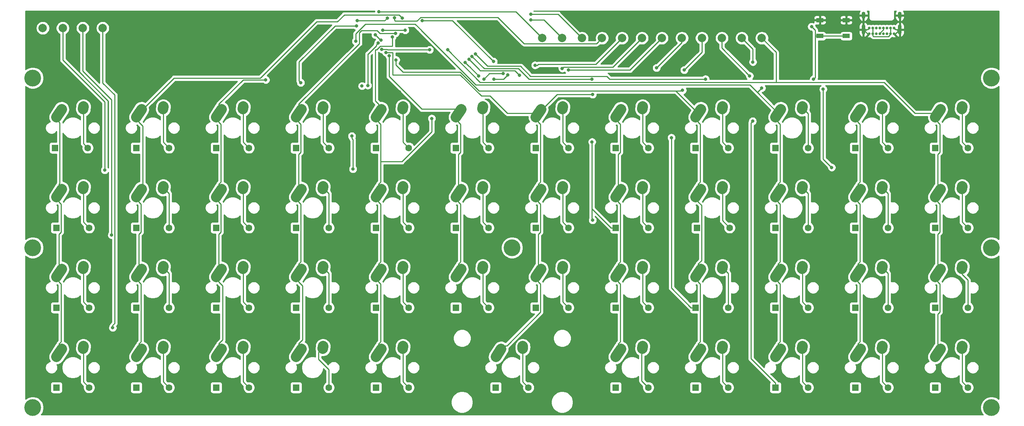
<source format=gbr>
G04 #@! TF.GenerationSoftware,KiCad,Pcbnew,(5.1.0)-1*
G04 #@! TF.CreationDate,2020-08-28T07:36:50-04:00*
G04 #@! TF.ProjectId,keyboard,6b657962-6f61-4726-942e-6b696361645f,rev?*
G04 #@! TF.SameCoordinates,Original*
G04 #@! TF.FileFunction,Copper,L1,Top*
G04 #@! TF.FilePolarity,Positive*
%FSLAX46Y46*%
G04 Gerber Fmt 4.6, Leading zero omitted, Abs format (unit mm)*
G04 Created by KiCad (PCBNEW (5.1.0)-1) date 2020-08-28 07:36:50*
%MOMM*%
%LPD*%
G04 APERTURE LIST*
%ADD10C,4.000000*%
%ADD11C,0.650000*%
%ADD12O,0.900000X2.400000*%
%ADD13O,0.900000X1.700000*%
%ADD14C,1.600000*%
%ADD15R,1.600000X1.600000*%
%ADD16C,2.500000*%
%ADD17C,2.500000*%
%ADD18R,1.700000X1.000000*%
%ADD19C,2.000000*%
%ADD20C,0.800000*%
%ADD21C,0.250000*%
%ADD22C,0.254000*%
G04 APERTURE END LIST*
D10*
X133350000Y-88106250D03*
X247650000Y-88106250D03*
X19050000Y-88106250D03*
D11*
X222731250Y-37056250D03*
X224431250Y-37056250D03*
X223581250Y-37056250D03*
X221881250Y-37056250D03*
X221031250Y-37056250D03*
X220181250Y-37056250D03*
X219331250Y-37056250D03*
X218481250Y-37056250D03*
X224431250Y-35731250D03*
X223576250Y-35731250D03*
X222726250Y-35731250D03*
X221876250Y-35731250D03*
X221026250Y-35731250D03*
X220176250Y-35731250D03*
X219326250Y-35731250D03*
X218476250Y-35731250D03*
D12*
X225781250Y-36076250D03*
X217131250Y-36076250D03*
D13*
X225781250Y-32696250D03*
X217131250Y-32696250D03*
D10*
X19050000Y-126206250D03*
X247650000Y-126206250D03*
X19050000Y-47625000D03*
X247650000Y-47625000D03*
D14*
X32156250Y-64293750D03*
D15*
X24356250Y-64293750D03*
X43725000Y-64293750D03*
D14*
X51525000Y-64293750D03*
X70575000Y-64293750D03*
D15*
X62775000Y-64293750D03*
X81825000Y-64293750D03*
D14*
X89625000Y-64293750D03*
D15*
X100875000Y-64293750D03*
D14*
X108675000Y-64293750D03*
X127725000Y-64293750D03*
D15*
X119925000Y-64293750D03*
X138975000Y-64293750D03*
D14*
X146775000Y-64293750D03*
X165825000Y-64293750D03*
D15*
X158025000Y-64293750D03*
X177075000Y-64293750D03*
D14*
X184875000Y-64293750D03*
D15*
X196125000Y-64293750D03*
D14*
X203925000Y-64293750D03*
X222975000Y-64293750D03*
D15*
X215175000Y-64293750D03*
D14*
X242025000Y-64293750D03*
D15*
X234225000Y-64293750D03*
D14*
X32475000Y-83343750D03*
D15*
X24675000Y-83343750D03*
X43725000Y-83343750D03*
D14*
X51525000Y-83343750D03*
D15*
X62775000Y-83343750D03*
D14*
X70575000Y-83343750D03*
D15*
X81825000Y-83343750D03*
D14*
X89625000Y-83343750D03*
X108675000Y-83343750D03*
D15*
X100875000Y-83343750D03*
X119925000Y-83343750D03*
D14*
X127725000Y-83343750D03*
X146775000Y-83343750D03*
D15*
X138975000Y-83343750D03*
D14*
X165825000Y-83343750D03*
D15*
X158025000Y-83343750D03*
D14*
X185193750Y-83343750D03*
D15*
X177393750Y-83343750D03*
X196125000Y-83343750D03*
D14*
X203925000Y-83343750D03*
X222975000Y-83343750D03*
D15*
X215175000Y-83343750D03*
D14*
X242025000Y-83343750D03*
D15*
X234225000Y-83343750D03*
X24675000Y-102393750D03*
D14*
X32475000Y-102393750D03*
X51525000Y-102393750D03*
D15*
X43725000Y-102393750D03*
X62775000Y-102393750D03*
D14*
X70575000Y-102393750D03*
D15*
X81825000Y-102393750D03*
D14*
X89625000Y-102393750D03*
D15*
X100875000Y-102393750D03*
D14*
X108675000Y-102393750D03*
D15*
X119925000Y-102393750D03*
D14*
X127725000Y-102393750D03*
D15*
X138975000Y-102393750D03*
D14*
X146775000Y-102393750D03*
D15*
X158025000Y-102393750D03*
D14*
X165825000Y-102393750D03*
X184875000Y-102393750D03*
D15*
X177075000Y-102393750D03*
X196125000Y-102393750D03*
D14*
X203925000Y-102393750D03*
X222975000Y-102393750D03*
D15*
X215175000Y-102393750D03*
D14*
X242025000Y-102393750D03*
D15*
X234225000Y-102393750D03*
D14*
X32475000Y-121443750D03*
D15*
X24675000Y-121443750D03*
X43725000Y-121443750D03*
D14*
X51525000Y-121443750D03*
D15*
X62775000Y-121443750D03*
D14*
X70575000Y-121443750D03*
D15*
X81825000Y-121443750D03*
D14*
X89625000Y-121443750D03*
X108675000Y-121443750D03*
D15*
X100875000Y-121443750D03*
D14*
X165825000Y-121443750D03*
D15*
X158025000Y-121443750D03*
D14*
X184875000Y-121443750D03*
D15*
X177075000Y-121443750D03*
D14*
X203925000Y-121443750D03*
D15*
X196125000Y-121443750D03*
D14*
X222975000Y-121443750D03*
D15*
X215175000Y-121443750D03*
X234225000Y-121443750D03*
D14*
X242025000Y-121443750D03*
D16*
X25320000Y-56011250D03*
D17*
X25924462Y-55062435D02*
X24715538Y-56960065D01*
D16*
X31095000Y-54741250D03*
D17*
X31114724Y-54451922D02*
X31075276Y-55030578D01*
D16*
X50145000Y-54741250D03*
D17*
X50164724Y-54451922D02*
X50125276Y-55030578D01*
D16*
X44370000Y-56011250D03*
D17*
X44974462Y-55062435D02*
X43765538Y-56960065D01*
D16*
X63420000Y-56011250D03*
D17*
X64024462Y-55062435D02*
X62815538Y-56960065D01*
D16*
X69195000Y-54741250D03*
D17*
X69214724Y-54451922D02*
X69175276Y-55030578D01*
D16*
X88245000Y-54741250D03*
D17*
X88264724Y-54451922D02*
X88225276Y-55030578D01*
D16*
X82470000Y-56011250D03*
D17*
X83074462Y-55062435D02*
X81865538Y-56960065D01*
D16*
X101520000Y-56011250D03*
D17*
X102124462Y-55062435D02*
X100915538Y-56960065D01*
D16*
X107295000Y-54741250D03*
D17*
X107314724Y-54451922D02*
X107275276Y-55030578D01*
D16*
X126345000Y-54741250D03*
D17*
X126364724Y-54451922D02*
X126325276Y-55030578D01*
D16*
X120570000Y-56011250D03*
D17*
X121174462Y-55062435D02*
X119965538Y-56960065D01*
D16*
X139620000Y-56011250D03*
D17*
X140224462Y-55062435D02*
X139015538Y-56960065D01*
D16*
X145395000Y-54741250D03*
D17*
X145414724Y-54451922D02*
X145375276Y-55030578D01*
D16*
X164445000Y-54741250D03*
D17*
X164464724Y-54451922D02*
X164425276Y-55030578D01*
D16*
X158670000Y-56011250D03*
D17*
X159274462Y-55062435D02*
X158065538Y-56960065D01*
D16*
X177720000Y-56011250D03*
D17*
X178324462Y-55062435D02*
X177115538Y-56960065D01*
D16*
X183495000Y-54741250D03*
D17*
X183514724Y-54451922D02*
X183475276Y-55030578D01*
D16*
X202545000Y-54741250D03*
D17*
X202564724Y-54451922D02*
X202525276Y-55030578D01*
D16*
X196770000Y-56011250D03*
D17*
X197374462Y-55062435D02*
X196165538Y-56960065D01*
D16*
X215820000Y-56011250D03*
D17*
X216424462Y-55062435D02*
X215215538Y-56960065D01*
D16*
X221595000Y-54741250D03*
D17*
X221614724Y-54451922D02*
X221575276Y-55030578D01*
D16*
X240645000Y-54741250D03*
D17*
X240664724Y-54451922D02*
X240625276Y-55030578D01*
D16*
X234870000Y-56011250D03*
D17*
X235474462Y-55062435D02*
X234265538Y-56960065D01*
D16*
X31095000Y-73791250D03*
D17*
X31114724Y-73501922D02*
X31075276Y-74080578D01*
D16*
X25320000Y-75061250D03*
D17*
X25924462Y-74112435D02*
X24715538Y-76010065D01*
D16*
X63420000Y-75061250D03*
D17*
X64024462Y-74112435D02*
X62815538Y-76010065D01*
D16*
X69195000Y-73791250D03*
D17*
X69214724Y-73501922D02*
X69175276Y-74080578D01*
D16*
X88245000Y-73791250D03*
D17*
X88264724Y-73501922D02*
X88225276Y-74080578D01*
D16*
X82470000Y-75061250D03*
D17*
X83074462Y-74112435D02*
X81865538Y-76010065D01*
D16*
X101520000Y-75061250D03*
D17*
X102124462Y-74112435D02*
X100915538Y-76010065D01*
D16*
X107295000Y-73791250D03*
D17*
X107314724Y-73501922D02*
X107275276Y-74080578D01*
D16*
X126345000Y-73791250D03*
D17*
X126364724Y-73501922D02*
X126325276Y-74080578D01*
D16*
X120570000Y-75061250D03*
D17*
X121174462Y-74112435D02*
X119965538Y-76010065D01*
D16*
X139620000Y-75061250D03*
D17*
X140224462Y-74112435D02*
X139015538Y-76010065D01*
D16*
X145395000Y-73791250D03*
D17*
X145414724Y-73501922D02*
X145375276Y-74080578D01*
D16*
X164445000Y-73791250D03*
D17*
X164464724Y-73501922D02*
X164425276Y-74080578D01*
D16*
X158670000Y-75061250D03*
D17*
X159274462Y-74112435D02*
X158065538Y-76010065D01*
D16*
X177720000Y-75061250D03*
D17*
X178324462Y-74112435D02*
X177115538Y-76010065D01*
D16*
X183495000Y-73791250D03*
D17*
X183514724Y-73501922D02*
X183475276Y-74080578D01*
D16*
X202545000Y-73791250D03*
D17*
X202564724Y-73501922D02*
X202525276Y-74080578D01*
D16*
X196770000Y-75061250D03*
D17*
X197374462Y-74112435D02*
X196165538Y-76010065D01*
D16*
X215820000Y-75061250D03*
D17*
X216424462Y-74112435D02*
X215215538Y-76010065D01*
D16*
X221595000Y-73791250D03*
D17*
X221614724Y-73501922D02*
X221575276Y-74080578D01*
D16*
X234870000Y-75061250D03*
D17*
X235474462Y-74112435D02*
X234265538Y-76010065D01*
D16*
X240645000Y-73791250D03*
D17*
X240664724Y-73501922D02*
X240625276Y-74080578D01*
D16*
X31095000Y-92841250D03*
D17*
X31114724Y-92551922D02*
X31075276Y-93130578D01*
D16*
X25320000Y-94111250D03*
D17*
X25924462Y-93162435D02*
X24715538Y-95060065D01*
D16*
X50145000Y-92841250D03*
D17*
X50164724Y-92551922D02*
X50125276Y-93130578D01*
D16*
X44370000Y-94111250D03*
D17*
X44974462Y-93162435D02*
X43765538Y-95060065D01*
D16*
X63420000Y-94111250D03*
D17*
X64024462Y-93162435D02*
X62815538Y-95060065D01*
D16*
X69195000Y-92841250D03*
D17*
X69214724Y-92551922D02*
X69175276Y-93130578D01*
D16*
X88245000Y-92841250D03*
D17*
X88264724Y-92551922D02*
X88225276Y-93130578D01*
D16*
X82470000Y-94111250D03*
D17*
X83074462Y-93162435D02*
X81865538Y-95060065D01*
D16*
X101520000Y-94111250D03*
D17*
X102124462Y-93162435D02*
X100915538Y-95060065D01*
D16*
X107295000Y-92841250D03*
D17*
X107314724Y-92551922D02*
X107275276Y-93130578D01*
D16*
X120570000Y-94111250D03*
D17*
X121174462Y-93162435D02*
X119965538Y-95060065D01*
D16*
X126345000Y-92841250D03*
D17*
X126364724Y-92551922D02*
X126325276Y-93130578D01*
D16*
X139620000Y-94111250D03*
D17*
X140224462Y-93162435D02*
X139015538Y-95060065D01*
D16*
X145395000Y-92841250D03*
D17*
X145414724Y-92551922D02*
X145375276Y-93130578D01*
D16*
X158670000Y-94111250D03*
D17*
X159274462Y-93162435D02*
X158065538Y-95060065D01*
D16*
X164445000Y-92841250D03*
D17*
X164464724Y-92551922D02*
X164425276Y-93130578D01*
D16*
X183495000Y-92841250D03*
D17*
X183514724Y-92551922D02*
X183475276Y-93130578D01*
D16*
X177720000Y-94111250D03*
D17*
X178324462Y-93162435D02*
X177115538Y-95060065D01*
D16*
X202545000Y-92841250D03*
D17*
X202564724Y-92551922D02*
X202525276Y-93130578D01*
D16*
X196770000Y-94111250D03*
D17*
X197374462Y-93162435D02*
X196165538Y-95060065D01*
D16*
X215820000Y-94111250D03*
D17*
X216424462Y-93162435D02*
X215215538Y-95060065D01*
D16*
X221595000Y-92841250D03*
D17*
X221614724Y-92551922D02*
X221575276Y-93130578D01*
D16*
X240645000Y-92841250D03*
D17*
X240664724Y-92551922D02*
X240625276Y-93130578D01*
D16*
X234870000Y-94111250D03*
D17*
X235474462Y-93162435D02*
X234265538Y-95060065D01*
D16*
X25320000Y-113161250D03*
D17*
X25924462Y-112212435D02*
X24715538Y-114110065D01*
D16*
X31095000Y-111891250D03*
D17*
X31114724Y-111601922D02*
X31075276Y-112180578D01*
D16*
X50145000Y-111891250D03*
D17*
X50164724Y-111601922D02*
X50125276Y-112180578D01*
D16*
X44370000Y-113161250D03*
D17*
X44974462Y-112212435D02*
X43765538Y-114110065D01*
D16*
X63420000Y-113161250D03*
D17*
X64024462Y-112212435D02*
X62815538Y-114110065D01*
D16*
X69195000Y-111891250D03*
D17*
X69214724Y-111601922D02*
X69175276Y-112180578D01*
D16*
X88245000Y-111891250D03*
D17*
X88264724Y-111601922D02*
X88225276Y-112180578D01*
D16*
X82470000Y-113161250D03*
D17*
X83074462Y-112212435D02*
X81865538Y-114110065D01*
D16*
X107295000Y-111891250D03*
D17*
X107314724Y-111601922D02*
X107275276Y-112180578D01*
D16*
X101520000Y-113161250D03*
D17*
X102124462Y-112212435D02*
X100915538Y-114110065D01*
D16*
X158670000Y-113161250D03*
D17*
X159274462Y-112212435D02*
X158065538Y-114110065D01*
D16*
X164445000Y-111891250D03*
D17*
X164464724Y-111601922D02*
X164425276Y-112180578D01*
D16*
X183495000Y-111891250D03*
D17*
X183514724Y-111601922D02*
X183475276Y-112180578D01*
D16*
X177720000Y-113161250D03*
D17*
X178324462Y-112212435D02*
X177115538Y-114110065D01*
D16*
X202545000Y-111891250D03*
D17*
X202564724Y-111601922D02*
X202525276Y-112180578D01*
D16*
X196770000Y-113161250D03*
D17*
X197374462Y-112212435D02*
X196165538Y-114110065D01*
D16*
X215820000Y-113161250D03*
D17*
X216424462Y-112212435D02*
X215215538Y-114110065D01*
D16*
X221595000Y-111891250D03*
D17*
X221614724Y-111601922D02*
X221575276Y-112180578D01*
D16*
X234870000Y-113161250D03*
D17*
X235474462Y-112212435D02*
X234265538Y-114110065D01*
D16*
X240645000Y-111891250D03*
D17*
X240664724Y-111601922D02*
X240625276Y-112180578D01*
D18*
X206736550Y-33818750D03*
X213036550Y-33818750D03*
X206736550Y-37618750D03*
X213036550Y-37618750D03*
D16*
X44370000Y-75061250D03*
D17*
X44974462Y-74112435D02*
X43765538Y-76010065D01*
D16*
X50145000Y-73791250D03*
D17*
X50164724Y-73501922D02*
X50125276Y-74080578D01*
D15*
X129450000Y-121443750D03*
D14*
X137250000Y-121443750D03*
D16*
X130095000Y-113161250D03*
D17*
X130699462Y-112212435D02*
X129490538Y-114110065D01*
D16*
X135870000Y-111891250D03*
D17*
X135889724Y-111601922D02*
X135850276Y-112180578D01*
D19*
X35718750Y-35718750D03*
X21431250Y-35718750D03*
X26193750Y-35718750D03*
X30956250Y-35718750D03*
X140493750Y-38100000D03*
X145256250Y-38100000D03*
X150018750Y-38100000D03*
X154781250Y-38100000D03*
X159543750Y-38100000D03*
X164306250Y-38100000D03*
X169068750Y-38100000D03*
X173831250Y-38100000D03*
X178593750Y-38100000D03*
X183356250Y-38100000D03*
X188118750Y-38100000D03*
X192881250Y-38100000D03*
D20*
X102463600Y-36232000D03*
X107848400Y-36220400D03*
X82931000Y-48742600D03*
X96240600Y-35191700D03*
X125349000Y-47117000D03*
X122174000Y-43942000D03*
X152400000Y-62865000D03*
X152527000Y-81534000D03*
X123063000Y-43180000D03*
X36195000Y-69596000D03*
X135128000Y-46990000D03*
X152400000Y-47916000D03*
X171323000Y-61849000D03*
X123770108Y-42472892D03*
X37846000Y-85090000D03*
X190703200Y-57912000D03*
X124601657Y-41895343D03*
X38100000Y-107188000D03*
X179451000Y-47879000D03*
X107175300Y-33337500D03*
X74606990Y-48075010D03*
X103593900Y-33312100D03*
X96424750Y-33953450D03*
X105537000Y-36957000D03*
X104775000Y-37846000D03*
X104013000Y-42291000D03*
X103251000Y-41529000D03*
X111874300Y-33909000D03*
X128905000Y-43688000D03*
X101600000Y-31828436D03*
X137795000Y-33782000D03*
X137795000Y-32385000D03*
X105283000Y-33278436D03*
X114173000Y-57277000D03*
X126619000Y-47879000D03*
X131191000Y-46568902D03*
X138811000Y-44577000D03*
X145288000Y-45339000D03*
X129032000Y-47879000D03*
X132334000Y-46863000D03*
X146812000Y-45720000D03*
X152527000Y-51562000D03*
X167767000Y-45212000D03*
X105664000Y-43307000D03*
X173990000Y-50546000D03*
X174371000Y-45720000D03*
X96062800Y-38862000D03*
X192881250Y-50006250D03*
X189992000Y-47117000D03*
X98935900Y-49400100D03*
X101368059Y-39280674D03*
X190754000Y-43815000D03*
X102108000Y-38608000D03*
X100711000Y-37338000D03*
X113665000Y-40894000D03*
X102235000Y-40767000D03*
X117983000Y-40894000D03*
X204743050Y-35356800D03*
X97536000Y-49530000D03*
X95123000Y-61468000D03*
X95377000Y-69342000D03*
X209550000Y-68961000D03*
X207518000Y-50292000D03*
X205232000Y-47879000D03*
X106476800Y-50952400D03*
X102006400Y-50952400D03*
X96418400Y-50952400D03*
X96083547Y-48433147D03*
X107391200Y-44450000D03*
X109124998Y-42718372D03*
D21*
X102463600Y-36232000D02*
X107836800Y-36232000D01*
X107836800Y-36232000D02*
X107848400Y-36220400D01*
X82531001Y-48342601D02*
X82531001Y-43795899D01*
X82931000Y-48742600D02*
X82531001Y-48342601D01*
X82531001Y-43795899D02*
X91135200Y-35191700D01*
X91135200Y-35191700D02*
X96240600Y-35191700D01*
X223576250Y-37051250D02*
X223581250Y-37056250D01*
X223576250Y-35731250D02*
X223576250Y-37051250D01*
X219326250Y-37051250D02*
X219331250Y-37056250D01*
X219326250Y-35731250D02*
X219326250Y-37051250D01*
X219331250Y-37515869D02*
X219331250Y-37056250D01*
X223043251Y-37706251D02*
X219521632Y-37706251D01*
X223381251Y-37368251D02*
X223043251Y-37706251D01*
X219521632Y-37706251D02*
X219331250Y-37515869D01*
X223381251Y-37197349D02*
X223381251Y-37368251D01*
X223522350Y-37056250D02*
X223381251Y-37197349D01*
X223581250Y-37056250D02*
X223522350Y-37056250D01*
X31095000Y-63232500D02*
X32156250Y-64293750D01*
X31095000Y-54741250D02*
X31095000Y-63232500D01*
X123208999Y-44976999D02*
X125349000Y-47117000D01*
X122573999Y-44341999D02*
X122999500Y-44767500D01*
X122174000Y-43942000D02*
X122573999Y-44341999D01*
X122809000Y-44577000D02*
X122999500Y-44767500D01*
X122999500Y-44767500D02*
X123208999Y-44976999D01*
X50145000Y-62913750D02*
X51525000Y-64293750D01*
X50145000Y-54741250D02*
X50145000Y-62913750D01*
X69195000Y-62913750D02*
X70575000Y-64293750D01*
X69195000Y-54741250D02*
X69195000Y-62913750D01*
X88245000Y-62913750D02*
X89625000Y-64293750D01*
X88245000Y-54741250D02*
X88245000Y-62913750D01*
X107295000Y-62913750D02*
X108675000Y-64293750D01*
X107295000Y-54741250D02*
X107295000Y-62913750D01*
X126345000Y-62913750D02*
X127725000Y-64293750D01*
X126345000Y-54741250D02*
X126345000Y-62913750D01*
X145395000Y-62913750D02*
X146775000Y-64293750D01*
X145395000Y-54741250D02*
X145395000Y-62913750D01*
X164445000Y-62913750D02*
X165825000Y-64293750D01*
X164445000Y-54741250D02*
X164445000Y-62913750D01*
X183495000Y-62913750D02*
X184875000Y-64293750D01*
X183495000Y-54741250D02*
X183495000Y-62913750D01*
X203925000Y-56121250D02*
X202545000Y-54741250D01*
X203925000Y-64293750D02*
X203925000Y-56121250D01*
X222175001Y-63493751D02*
X222975000Y-64293750D01*
X221595000Y-62913750D02*
X222175001Y-63493751D01*
X221595000Y-54741250D02*
X221595000Y-62913750D01*
X240645000Y-62913750D02*
X242025000Y-64293750D01*
X240645000Y-54741250D02*
X240645000Y-62913750D01*
X31095000Y-81963750D02*
X32475000Y-83343750D01*
X31095000Y-73791250D02*
X31095000Y-81963750D01*
X152400000Y-62865000D02*
X152400000Y-81407000D01*
X152400000Y-81407000D02*
X152527000Y-81534000D01*
X156975000Y-83343750D02*
X158025000Y-83343750D01*
X152400000Y-78768750D02*
X156975000Y-83343750D01*
X152400000Y-62865000D02*
X152400000Y-78768750D01*
X36195000Y-69596000D02*
X36195000Y-53340000D01*
X26193750Y-43338750D02*
X26193750Y-35718750D01*
X36195000Y-53340000D02*
X26193750Y-43338750D01*
X125726902Y-45843902D02*
X125412500Y-45529500D01*
X133981902Y-45843902D02*
X125726902Y-45843902D01*
X135128000Y-46990000D02*
X133981902Y-45843902D01*
X123063000Y-43180000D02*
X125412500Y-45529500D01*
X51525000Y-75171250D02*
X51525000Y-83343750D01*
X50145000Y-73791250D02*
X51525000Y-75171250D01*
X69195000Y-81963750D02*
X70575000Y-83343750D01*
X69195000Y-73791250D02*
X69195000Y-81963750D01*
X89625000Y-75171250D02*
X88245000Y-73791250D01*
X89625000Y-83343750D02*
X89625000Y-75171250D01*
X107295000Y-81963750D02*
X108675000Y-83343750D01*
X107295000Y-73791250D02*
X107295000Y-81963750D01*
X126345000Y-81963750D02*
X127725000Y-83343750D01*
X126345000Y-73791250D02*
X126345000Y-81963750D01*
X145395000Y-81963750D02*
X146775000Y-83343750D01*
X145395000Y-73791250D02*
X145395000Y-81963750D01*
X164445000Y-81963750D02*
X165825000Y-83343750D01*
X164445000Y-73791250D02*
X164445000Y-81963750D01*
X183495000Y-81645000D02*
X185193750Y-83343750D01*
X183495000Y-73791250D02*
X183495000Y-81645000D01*
X203925000Y-75171250D02*
X202545000Y-73791250D01*
X203925000Y-83343750D02*
X203925000Y-75171250D01*
X222975000Y-75171250D02*
X221595000Y-73791250D01*
X222975000Y-83343750D02*
X222975000Y-75171250D01*
X240645000Y-81963750D02*
X242025000Y-83343750D01*
X240645000Y-73791250D02*
X240645000Y-81963750D01*
X31095000Y-101013750D02*
X32475000Y-102393750D01*
X31095000Y-92841250D02*
X31095000Y-101013750D01*
X176025000Y-102393750D02*
X177075000Y-102393750D01*
X171323000Y-97691750D02*
X176025000Y-102393750D01*
X171323000Y-61849000D02*
X171323000Y-97691750D01*
X37846000Y-85090000D02*
X37846000Y-52832000D01*
X30956250Y-45942250D02*
X30956250Y-35718750D01*
X37846000Y-52832000D02*
X30956250Y-45942250D01*
X134854892Y-45393892D02*
X137377000Y-47916000D01*
X126691108Y-45393892D02*
X134854892Y-45393892D01*
X137377000Y-47916000D02*
X152400000Y-47916000D01*
X123770108Y-42472892D02*
X126691108Y-45393892D01*
X51525000Y-94221250D02*
X50145000Y-92841250D01*
X51525000Y-102393750D02*
X51525000Y-94221250D01*
X69195000Y-101013750D02*
X70575000Y-102393750D01*
X69195000Y-92841250D02*
X69195000Y-101013750D01*
X89625000Y-94221250D02*
X89625000Y-102393750D01*
X88245000Y-92841250D02*
X89625000Y-94221250D01*
X107295000Y-101013750D02*
X107295000Y-92841250D01*
X108675000Y-102393750D02*
X107295000Y-101013750D01*
X126345000Y-101013750D02*
X127725000Y-102393750D01*
X126345000Y-92841250D02*
X126345000Y-101013750D01*
X145395000Y-101013750D02*
X146775000Y-102393750D01*
X145395000Y-92841250D02*
X145395000Y-101013750D01*
X164445000Y-101013750D02*
X165825000Y-102393750D01*
X164445000Y-92841250D02*
X164445000Y-101013750D01*
X184875000Y-94221250D02*
X183495000Y-92841250D01*
X184875000Y-102393750D02*
X184875000Y-94221250D01*
X202545000Y-101013750D02*
X203925000Y-102393750D01*
X202545000Y-92841250D02*
X202545000Y-101013750D01*
X222975000Y-94221250D02*
X221595000Y-92841250D01*
X222975000Y-102393750D02*
X222975000Y-94221250D01*
X242025000Y-101262380D02*
X242025000Y-102393750D01*
X242025000Y-95855672D02*
X242025000Y-101262380D01*
X240645000Y-94475672D02*
X242025000Y-95855672D01*
X240645000Y-92841250D02*
X240645000Y-94475672D01*
X31095000Y-120063750D02*
X32475000Y-121443750D01*
X31095000Y-111891250D02*
X31095000Y-120063750D01*
X190303201Y-58311999D02*
X190303201Y-114560401D01*
X190703200Y-57912000D02*
X190303201Y-58311999D01*
X196125000Y-120382200D02*
X196125000Y-121443750D01*
X190303201Y-114560401D02*
X196125000Y-120382200D01*
X155902999Y-47190999D02*
X156591000Y-47879000D01*
X124601657Y-41895343D02*
X125235407Y-42529092D01*
X35718750Y-48799750D02*
X35718750Y-35718750D01*
X38571001Y-51652001D02*
X35718750Y-48799750D01*
X38571001Y-106151314D02*
X38571001Y-51652001D01*
X38100000Y-107188000D02*
X38100000Y-106622315D01*
X38100000Y-106622315D02*
X38571001Y-106151314D01*
X179451000Y-47879000D02*
X156591000Y-47879000D01*
X135367343Y-44816343D02*
X137741999Y-47190999D01*
X127522657Y-44816343D02*
X135367343Y-44816343D01*
X137741999Y-47190999D02*
X155902999Y-47190999D01*
X125235407Y-42529092D02*
X127522657Y-44816343D01*
X50145000Y-120063750D02*
X51525000Y-121443750D01*
X50145000Y-111891250D02*
X50145000Y-120063750D01*
X69195000Y-120063750D02*
X70575000Y-121443750D01*
X69195000Y-111891250D02*
X69195000Y-120063750D01*
X89625000Y-120312380D02*
X89625000Y-121443750D01*
X89625000Y-117149276D02*
X89625000Y-120312380D01*
X87146390Y-114670666D02*
X89625000Y-117149276D01*
X87146390Y-112989860D02*
X87146390Y-114670666D01*
X88245000Y-111891250D02*
X87146390Y-112989860D01*
X107295000Y-120063750D02*
X108675000Y-121443750D01*
X107295000Y-111891250D02*
X107295000Y-120063750D01*
X135870000Y-120063750D02*
X137250000Y-121443750D01*
X135870000Y-111891250D02*
X135870000Y-120063750D01*
X165025001Y-120643751D02*
X165825000Y-121443750D01*
X164243901Y-119862651D02*
X165025001Y-120643751D01*
X164243901Y-112092349D02*
X164243901Y-119862651D01*
X164445000Y-111891250D02*
X164243901Y-112092349D01*
X183495000Y-120063750D02*
X184875000Y-121443750D01*
X183495000Y-111891250D02*
X183495000Y-120063750D01*
X202545000Y-120063750D02*
X203925000Y-121443750D01*
X202545000Y-111891250D02*
X202545000Y-120063750D01*
X221595000Y-120063750D02*
X222975000Y-121443750D01*
X221595000Y-111891250D02*
X221595000Y-120063750D01*
X240645000Y-120063750D02*
X242025000Y-121443750D01*
X240645000Y-111891250D02*
X240645000Y-120063750D01*
X221876250Y-36099248D02*
X221876250Y-35731250D01*
X221231249Y-36744249D02*
X221876250Y-36099248D01*
X221231249Y-36997851D02*
X221231249Y-36744249D01*
X221172850Y-37056250D02*
X221231249Y-36997851D01*
X221031250Y-37056250D02*
X221172850Y-37056250D01*
X25320000Y-96251451D02*
X25320000Y-94111250D01*
X25800001Y-96731452D02*
X25320000Y-96251451D01*
X25800001Y-110541048D02*
X25800001Y-96731452D01*
X25320000Y-111021049D02*
X25800001Y-110541048D01*
X25320000Y-113161250D02*
X25320000Y-111021049D01*
X25320000Y-77201451D02*
X25320000Y-75061250D01*
X25800001Y-77681452D02*
X25320000Y-77201451D01*
X25800001Y-84403751D02*
X25800001Y-77681452D01*
X25320000Y-84883752D02*
X25800001Y-84403751D01*
X25320000Y-94111250D02*
X25320000Y-84883752D01*
X25320000Y-58151451D02*
X25320000Y-56011250D01*
X25481251Y-58312702D02*
X25320000Y-58151451D01*
X25481251Y-72759798D02*
X25481251Y-58312702D01*
X25320000Y-72921049D02*
X25481251Y-72759798D01*
X25320000Y-75061250D02*
X25320000Y-72921049D01*
X44370000Y-96251451D02*
X44370000Y-94111250D01*
X44850001Y-96731452D02*
X44370000Y-96251451D01*
X44850001Y-110541048D02*
X44850001Y-96731452D01*
X44370000Y-111021049D02*
X44850001Y-110541048D01*
X44370000Y-113161250D02*
X44370000Y-111021049D01*
X44370000Y-77201451D02*
X44370000Y-75061250D01*
X44850001Y-77681452D02*
X44370000Y-77201451D01*
X44850001Y-84403751D02*
X44850001Y-77681452D01*
X44370000Y-84883752D02*
X44850001Y-84403751D01*
X44370000Y-94111250D02*
X44370000Y-84883752D01*
X44370000Y-58151451D02*
X44370000Y-56011250D01*
X45306099Y-59087550D02*
X44370000Y-58151451D01*
X45306099Y-74125151D02*
X45306099Y-59087550D01*
X44370000Y-75061250D02*
X45306099Y-74125151D01*
X106391236Y-32553436D02*
X107175300Y-33337500D01*
X44370000Y-56011250D02*
X52756250Y-47625000D01*
X73279000Y-47625000D02*
X86728300Y-34175700D01*
X86728300Y-34175700D02*
X91706700Y-34175700D01*
X91706700Y-34175700D02*
X93328964Y-32553436D01*
X52756250Y-47625000D02*
X73279000Y-47625000D01*
X93328964Y-32553436D02*
X106391236Y-32553436D01*
X63420000Y-96251451D02*
X63420000Y-94111250D01*
X64356099Y-97187550D02*
X63420000Y-96251451D01*
X64356099Y-110084950D02*
X64356099Y-97187550D01*
X63420000Y-111021049D02*
X64356099Y-110084950D01*
X63420000Y-113161250D02*
X63420000Y-111021049D01*
X63420000Y-77201451D02*
X63420000Y-75061250D01*
X63900001Y-77681452D02*
X63420000Y-77201451D01*
X63900001Y-84403751D02*
X63900001Y-77681452D01*
X63420000Y-84883752D02*
X63900001Y-84403751D01*
X63420000Y-94111250D02*
X63420000Y-84883752D01*
X63420000Y-58151451D02*
X63420000Y-56011250D01*
X63900001Y-58631452D02*
X63420000Y-58151451D01*
X63900001Y-72441048D02*
X63900001Y-58631452D01*
X63420000Y-72921049D02*
X63900001Y-72441048D01*
X63420000Y-75061250D02*
X63420000Y-72921049D01*
X69216039Y-48075010D02*
X74606990Y-48075010D01*
X63420000Y-56011250D02*
X63420000Y-53871049D01*
X63420000Y-53871049D02*
X69216039Y-48075010D01*
X102952550Y-33953450D02*
X96424750Y-33953450D01*
X103593900Y-33312100D02*
X102952550Y-33953450D01*
X82470000Y-96251451D02*
X82470000Y-94111250D01*
X83406099Y-97187550D02*
X82470000Y-96251451D01*
X83406099Y-110084950D02*
X83406099Y-97187550D01*
X82470000Y-111021049D02*
X83406099Y-110084950D01*
X82470000Y-113161250D02*
X82470000Y-111021049D01*
X82470000Y-77201451D02*
X82470000Y-75061250D01*
X82950001Y-77681452D02*
X82470000Y-77201451D01*
X82950001Y-91491048D02*
X82950001Y-77681452D01*
X82470000Y-91971049D02*
X82950001Y-91491048D01*
X82470000Y-94111250D02*
X82470000Y-91971049D01*
X82470000Y-58151451D02*
X82470000Y-56011250D01*
X82950001Y-58631452D02*
X82470000Y-58151451D01*
X82950001Y-65353751D02*
X82950001Y-58631452D01*
X82470000Y-65833752D02*
X82950001Y-65353751D01*
X82470000Y-75061250D02*
X82470000Y-65833752D01*
X82470000Y-56011250D02*
X82470000Y-53871049D01*
X101796998Y-36957000D02*
X101161998Y-36322000D01*
X105537000Y-36957000D02*
X101796998Y-36957000D01*
X101161998Y-36322000D02*
X97409000Y-36322000D01*
X96936024Y-36794976D02*
X96936024Y-39405024D01*
X97409000Y-36322000D02*
X96936024Y-36794976D01*
X82470000Y-53871049D02*
X96936024Y-39405024D01*
X101520000Y-96251451D02*
X101520000Y-94111250D01*
X102000001Y-96731452D02*
X101520000Y-96251451D01*
X102000001Y-110541048D02*
X102000001Y-96731452D01*
X101520000Y-111021049D02*
X102000001Y-110541048D01*
X101520000Y-113161250D02*
X101520000Y-111021049D01*
X101520000Y-77201451D02*
X101520000Y-75061250D01*
X102000001Y-77681452D02*
X101520000Y-77201451D01*
X102000001Y-91491048D02*
X102000001Y-77681452D01*
X101520000Y-91971049D02*
X102000001Y-91491048D01*
X101520000Y-94111250D02*
X101520000Y-91971049D01*
X101520000Y-58151451D02*
X101520000Y-56011250D01*
X102000001Y-58631452D02*
X101520000Y-58151451D01*
X101520000Y-72921049D02*
X102000001Y-72441048D01*
X101520000Y-75061250D02*
X101520000Y-72921049D01*
X100747999Y-53099048D02*
X100747999Y-40857001D01*
X101520000Y-56011250D02*
X101520000Y-53871049D01*
X101520000Y-53871049D02*
X100747999Y-53099048D01*
X101071997Y-40857001D02*
X101923998Y-40005000D01*
X100747999Y-40857001D02*
X101071997Y-40857001D01*
X101923998Y-40005000D02*
X104775000Y-40005000D01*
X104775000Y-40005000D02*
X104775000Y-37846000D01*
X120570000Y-77201451D02*
X120570000Y-75061250D01*
X121050001Y-77681452D02*
X120570000Y-77201451D01*
X121050001Y-91491048D02*
X121050001Y-77681452D01*
X120570000Y-91971049D02*
X121050001Y-91491048D01*
X120570000Y-94111250D02*
X120570000Y-91971049D01*
X120570000Y-58151451D02*
X120570000Y-56011250D01*
X121050001Y-58631452D02*
X120570000Y-58151451D01*
X121050001Y-65353751D02*
X121050001Y-58631452D01*
X120570000Y-65833752D02*
X121050001Y-65353751D01*
X120570000Y-75061250D02*
X120570000Y-65833752D01*
X104013000Y-47244000D02*
X104013000Y-42291000D01*
X111804197Y-55035197D02*
X104013000Y-47244000D01*
X120570000Y-56011250D02*
X119593947Y-55035197D01*
X119593947Y-55035197D02*
X111804197Y-55035197D01*
X139620000Y-96251451D02*
X139620000Y-94111250D01*
X140100001Y-96731452D02*
X139620000Y-96251451D01*
X140100001Y-103453751D02*
X140100001Y-96731452D01*
X132103578Y-111450174D02*
X140100001Y-103453751D01*
X131806076Y-111450174D02*
X132103578Y-111450174D01*
X130095000Y-113161250D02*
X131806076Y-111450174D01*
X139620000Y-77201451D02*
X139620000Y-75061250D01*
X140100001Y-77681452D02*
X139620000Y-77201451D01*
X140100001Y-84403751D02*
X140100001Y-77681452D01*
X139620000Y-84883752D02*
X140100001Y-84403751D01*
X139620000Y-94111250D02*
X139620000Y-84883752D01*
X139620000Y-58151451D02*
X139620000Y-56011250D01*
X140100001Y-58631452D02*
X139620000Y-58151451D01*
X140100001Y-72441048D02*
X140100001Y-58631452D01*
X139620000Y-72921049D02*
X140100001Y-72441048D01*
X139620000Y-75061250D02*
X139620000Y-72921049D01*
X132211250Y-56011250D02*
X128080860Y-51880860D01*
X128080860Y-51880860D02*
X126020740Y-51880860D01*
X104902000Y-41529000D02*
X103251000Y-41529000D01*
X126020740Y-51880860D02*
X121002880Y-46863000D01*
X121002880Y-46863000D02*
X104902000Y-46863000D01*
X139620000Y-56011250D02*
X132211250Y-56011250D01*
X104902000Y-46863000D02*
X104902000Y-41529000D01*
X158670000Y-96251451D02*
X158670000Y-94111250D01*
X159150001Y-96731452D02*
X158670000Y-96251451D01*
X159150001Y-110541048D02*
X159150001Y-96731452D01*
X158670000Y-111021049D02*
X159150001Y-110541048D01*
X158670000Y-113161250D02*
X158670000Y-111021049D01*
X158670000Y-77201451D02*
X158670000Y-75061250D01*
X159150001Y-77681452D02*
X158670000Y-77201451D01*
X159150001Y-91491048D02*
X159150001Y-77681452D01*
X158670000Y-91971049D02*
X159150001Y-91491048D01*
X158670000Y-94111250D02*
X158670000Y-91971049D01*
X158670000Y-58151451D02*
X158670000Y-56011250D01*
X159150001Y-58631452D02*
X158670000Y-58151451D01*
X159150001Y-65353751D02*
X159150001Y-58631452D01*
X158670000Y-65833752D02*
X159150001Y-65353751D01*
X158670000Y-75061250D02*
X158670000Y-65833752D01*
X119126000Y-33909000D02*
X128905000Y-43688000D01*
X119126000Y-33909000D02*
X111874300Y-33909000D01*
X140493750Y-38100000D02*
X134222186Y-31828436D01*
X134222186Y-31828436D02*
X101600000Y-31828436D01*
X145256250Y-38100000D02*
X140938250Y-33782000D01*
X140938250Y-33782000D02*
X137795000Y-33782000D01*
X150018750Y-38100000D02*
X144303750Y-32385000D01*
X144303750Y-32385000D02*
X137795000Y-32385000D01*
X111526299Y-33183999D02*
X129957999Y-33183999D01*
X110647797Y-34062501D02*
X111526299Y-33183999D01*
X105501380Y-34062501D02*
X110647797Y-34062501D01*
X105283000Y-33278436D02*
X105283000Y-33844121D01*
X105283000Y-33844121D02*
X105501380Y-34062501D01*
X153781251Y-39099999D02*
X154781250Y-38100000D01*
X153456249Y-39425001D02*
X153781251Y-39099999D01*
X136199001Y-39425001D02*
X153456249Y-39425001D01*
X129957999Y-33183999D02*
X136199001Y-39425001D01*
X114173000Y-60460752D02*
X114173000Y-57277000D01*
X107050751Y-67583001D02*
X114173000Y-60460752D01*
X102000001Y-67583001D02*
X107050751Y-67583001D01*
X102000001Y-67583001D02*
X102000001Y-58631452D01*
X102000001Y-72441048D02*
X102000001Y-67583001D01*
X126619000Y-47879000D02*
X127929098Y-46568902D01*
X127929098Y-46568902D02*
X131191000Y-46568902D01*
X139376685Y-44577000D02*
X139630685Y-44323000D01*
X138811000Y-44577000D02*
X139376685Y-44577000D01*
X153320750Y-44323000D02*
X159543750Y-38100000D01*
X139630685Y-44323000D02*
X153320750Y-44323000D01*
X145632000Y-44995000D02*
X145288000Y-45339000D01*
X164306250Y-38100000D02*
X157411250Y-44995000D01*
X157411250Y-44995000D02*
X145632000Y-44995000D01*
X129032000Y-47879000D02*
X131318000Y-47879000D01*
X131318000Y-47879000D02*
X132334000Y-46863000D01*
X169068750Y-38100000D02*
X161448750Y-45720000D01*
X161448750Y-45720000D02*
X146812000Y-45720000D01*
X144069250Y-51562000D02*
X139620000Y-56011250D01*
X152527000Y-51562000D02*
X144069250Y-51562000D01*
X173831250Y-39147750D02*
X173831250Y-38100000D01*
X167767000Y-45212000D02*
X173831250Y-39147750D01*
X177720000Y-96251451D02*
X177720000Y-94111250D01*
X178200001Y-96731452D02*
X177720000Y-96251451D01*
X178200001Y-110541048D02*
X178200001Y-96731452D01*
X177720000Y-111021049D02*
X178200001Y-110541048D01*
X177720000Y-113161250D02*
X177720000Y-111021049D01*
X177720000Y-77201451D02*
X177720000Y-75061250D01*
X178518751Y-78000202D02*
X177720000Y-77201451D01*
X178518751Y-91172298D02*
X178518751Y-78000202D01*
X177720000Y-91971049D02*
X178518751Y-91172298D01*
X177720000Y-94111250D02*
X177720000Y-91971049D01*
X177720000Y-58151451D02*
X177720000Y-56011250D01*
X178200001Y-58631452D02*
X177720000Y-58151451D01*
X178200001Y-72441048D02*
X178200001Y-58631452D01*
X177720000Y-72921049D02*
X178200001Y-72441048D01*
X177720000Y-75061250D02*
X177720000Y-72921049D01*
X177720000Y-56011250D02*
X172381750Y-50673000D01*
X172381750Y-50673000D02*
X131318000Y-50673000D01*
X131318000Y-50673000D02*
X125449290Y-50673000D01*
X121004290Y-46228000D02*
X107315000Y-46228000D01*
X125449290Y-50673000D02*
X121004290Y-46228000D01*
X107315000Y-46228000D02*
X105627000Y-44540000D01*
X105627000Y-44540000D02*
X105627000Y-43344000D01*
X105627000Y-43344000D02*
X105664000Y-43307000D01*
X172381750Y-50673000D02*
X173863000Y-50673000D01*
X173863000Y-50673000D02*
X173990000Y-50546000D01*
X178593750Y-41497250D02*
X178593750Y-38100000D01*
X174371000Y-45720000D02*
X178593750Y-41497250D01*
X196770000Y-96251451D02*
X196770000Y-94111250D01*
X197250001Y-96731452D02*
X196770000Y-96251451D01*
X197250001Y-110541048D02*
X197250001Y-96731452D01*
X196770000Y-111021049D02*
X197250001Y-110541048D01*
X196770000Y-113161250D02*
X196770000Y-111021049D01*
X196770000Y-77201451D02*
X196770000Y-75061250D01*
X197250001Y-77681452D02*
X196770000Y-77201451D01*
X197250001Y-91491048D02*
X197250001Y-77681452D01*
X196770000Y-91971049D02*
X197250001Y-91491048D01*
X196770000Y-94111250D02*
X196770000Y-91971049D01*
X196770000Y-58151451D02*
X196770000Y-56011250D01*
X197250001Y-58631452D02*
X196770000Y-58151451D01*
X197250001Y-72441048D02*
X197250001Y-58631452D01*
X196770000Y-72921049D02*
X197250001Y-72441048D01*
X196770000Y-75061250D02*
X196770000Y-72921049D01*
X190034750Y-49276000D02*
X124688700Y-49276000D01*
X124688700Y-49276000D02*
X111607700Y-36195000D01*
X111607700Y-36195000D02*
X111607700Y-36169700D01*
X111607700Y-36169700D02*
X110185200Y-34747200D01*
X96062800Y-38296315D02*
X96062800Y-38862000D01*
X96062800Y-37031790D02*
X96062800Y-38296315D01*
X98347390Y-34747200D02*
X96062800Y-37031790D01*
X110185200Y-34747200D02*
X98347390Y-34747200D01*
X191823125Y-51064375D02*
X192881250Y-50006250D01*
X191823125Y-51064375D02*
X190034750Y-49276000D01*
X196770000Y-56011250D02*
X191823125Y-51064375D01*
X183356250Y-40481250D02*
X183356250Y-38100000D01*
X189992000Y-47117000D02*
X183356250Y-40481250D01*
X215820000Y-96251451D02*
X215820000Y-94111250D01*
X216300001Y-96731452D02*
X215820000Y-96251451D01*
X216300001Y-110541048D02*
X216300001Y-96731452D01*
X215820000Y-111021049D02*
X216300001Y-110541048D01*
X215820000Y-113161250D02*
X215820000Y-111021049D01*
X215820000Y-77201451D02*
X215820000Y-75061250D01*
X216300001Y-77681452D02*
X215820000Y-77201451D01*
X216300001Y-91491048D02*
X216300001Y-77681452D01*
X215820000Y-91971049D02*
X216300001Y-91491048D01*
X215820000Y-94111250D02*
X215820000Y-91971049D01*
X215820000Y-58151451D02*
X215820000Y-56011250D01*
X216300001Y-58631452D02*
X215820000Y-58151451D01*
X216300001Y-72441048D02*
X216300001Y-58631452D01*
X215820000Y-72921049D02*
X216300001Y-72441048D01*
X215820000Y-75061250D02*
X215820000Y-72921049D01*
X99031700Y-41887500D02*
X98935900Y-41887500D01*
X98935900Y-41887500D02*
X98935900Y-49400100D01*
X100968060Y-39951140D02*
X100812600Y-40106600D01*
X100968060Y-39680673D02*
X100968060Y-39951140D01*
X101368059Y-39280674D02*
X100968060Y-39680673D01*
X100812600Y-40106600D02*
X99031700Y-41887500D01*
X190754000Y-40735250D02*
X188118750Y-38100000D01*
X190754000Y-43815000D02*
X190754000Y-40735250D01*
X234870000Y-96251451D02*
X234870000Y-94111250D01*
X235350001Y-96731452D02*
X234870000Y-96251451D01*
X235350001Y-103453751D02*
X235350001Y-96731452D01*
X234870000Y-103933752D02*
X235350001Y-103453751D01*
X234870000Y-113161250D02*
X234870000Y-103933752D01*
X234870000Y-77201451D02*
X234870000Y-75061250D01*
X235350001Y-77681452D02*
X234870000Y-77201451D01*
X235350001Y-84403751D02*
X235350001Y-77681452D01*
X234870000Y-84883752D02*
X235350001Y-84403751D01*
X234870000Y-94111250D02*
X234870000Y-84883752D01*
X234870000Y-58151451D02*
X234870000Y-56011250D01*
X235350001Y-58631452D02*
X234870000Y-58151451D01*
X235350001Y-65353751D02*
X235350001Y-58631452D01*
X234870000Y-65833752D02*
X235350001Y-65353751D01*
X234870000Y-75061250D02*
X234870000Y-65833752D01*
X102108000Y-38608000D02*
X101981000Y-38608000D01*
X101981000Y-38608000D02*
X100711000Y-37338000D01*
X102800685Y-40767000D02*
X102235000Y-40767000D01*
X103562002Y-40767000D02*
X102800685Y-40767000D01*
X103689002Y-40894000D02*
X103562002Y-40767000D01*
X113665000Y-40894000D02*
X103689002Y-40894000D01*
X229383150Y-56011250D02*
X234870000Y-56011250D01*
X222012900Y-48641000D02*
X229383150Y-56011250D01*
X117983000Y-40894000D02*
X125730000Y-48641000D01*
X196278500Y-41497250D02*
X192881250Y-38100000D01*
X196278500Y-48641000D02*
X196278500Y-41497250D01*
X196278500Y-48641000D02*
X222012900Y-48641000D01*
X125730000Y-48641000D02*
X196278500Y-48641000D01*
X95123000Y-62033685D02*
X95377000Y-62287685D01*
X95123000Y-61468000D02*
X95123000Y-62033685D01*
X95377000Y-62287685D02*
X95377000Y-69342000D01*
X209550000Y-68961000D02*
X207518000Y-66929000D01*
X207518000Y-66929000D02*
X207518000Y-50292000D01*
X205143049Y-35756799D02*
X204743050Y-35356800D01*
X205631999Y-36245749D02*
X205143049Y-35756799D01*
X205232000Y-47879000D02*
X205631999Y-47479001D01*
X213036550Y-37618750D02*
X206736550Y-37618750D01*
X205631999Y-37623301D02*
X205631999Y-37636399D01*
X205636550Y-37618750D02*
X205631999Y-37623301D01*
X206736550Y-37618750D02*
X205636550Y-37618750D01*
X205631999Y-47479001D02*
X205631999Y-37636399D01*
X205631999Y-37636399D02*
X205631999Y-36245749D01*
X106476800Y-50952400D02*
X102006400Y-50952400D01*
X96418400Y-50952400D02*
X96418400Y-48768000D01*
X96418400Y-48768000D02*
X96083547Y-48433147D01*
X107391200Y-44450000D02*
X107393370Y-44450000D01*
X107393370Y-44450000D02*
X109124998Y-42718372D01*
X224776250Y-36076250D02*
X224431250Y-35731250D01*
X225781250Y-36076250D02*
X224776250Y-36076250D01*
X224801250Y-37056250D02*
X225781250Y-36076250D01*
X224431250Y-37056250D02*
X224801250Y-37056250D01*
X218131250Y-36076250D02*
X218476250Y-35731250D01*
X217131250Y-36076250D02*
X218131250Y-36076250D01*
X218111250Y-37056250D02*
X217131250Y-36076250D01*
X218481250Y-37056250D02*
X218111250Y-37056250D01*
D22*
G36*
X100565000Y-31726497D02*
G01*
X100565000Y-31793436D01*
X93366289Y-31793436D01*
X93328964Y-31789760D01*
X93291639Y-31793436D01*
X93291631Y-31793436D01*
X93179978Y-31804433D01*
X93036717Y-31847890D01*
X92904688Y-31918462D01*
X92788963Y-32013435D01*
X92765165Y-32042433D01*
X91391899Y-33415700D01*
X86765622Y-33415700D01*
X86728299Y-33412024D01*
X86690976Y-33415700D01*
X86690967Y-33415700D01*
X86579314Y-33426697D01*
X86436053Y-33470154D01*
X86304024Y-33540726D01*
X86304022Y-33540727D01*
X86304023Y-33540727D01*
X86217296Y-33611901D01*
X86217292Y-33611905D01*
X86188299Y-33635699D01*
X86164505Y-33664692D01*
X72964199Y-46865000D01*
X52793572Y-46865000D01*
X52756249Y-46861324D01*
X52718926Y-46865000D01*
X52718917Y-46865000D01*
X52607264Y-46875997D01*
X52464003Y-46919454D01*
X52331974Y-46990026D01*
X52328133Y-46993178D01*
X52245246Y-47061201D01*
X52245242Y-47061205D01*
X52216249Y-47084999D01*
X52192455Y-47113992D01*
X45892174Y-53414274D01*
X45660963Y-53297101D01*
X45303373Y-53197092D01*
X44933141Y-53168767D01*
X44564499Y-53213214D01*
X44211611Y-53328726D01*
X43888039Y-53510863D01*
X43606218Y-53752627D01*
X43434422Y-53971530D01*
X42125993Y-56025351D01*
X42000204Y-56273564D01*
X41900194Y-56631154D01*
X41871869Y-57001385D01*
X41916317Y-57370027D01*
X42031828Y-57722914D01*
X42213966Y-58046487D01*
X42240054Y-58076897D01*
X42111579Y-58102452D01*
X41841162Y-58214462D01*
X41597794Y-58377076D01*
X41390826Y-58584044D01*
X41228212Y-58827412D01*
X41116202Y-59097829D01*
X41059100Y-59384902D01*
X41059100Y-59677598D01*
X41116202Y-59964671D01*
X41228212Y-60235088D01*
X41390826Y-60478456D01*
X41597794Y-60685424D01*
X41841162Y-60848038D01*
X42111579Y-60960048D01*
X42398652Y-61017150D01*
X42691348Y-61017150D01*
X42978421Y-60960048D01*
X43248838Y-60848038D01*
X43492206Y-60685424D01*
X43699174Y-60478456D01*
X43861788Y-60235088D01*
X43973798Y-59964671D01*
X44030900Y-59677598D01*
X44030900Y-59384902D01*
X43973798Y-59097829D01*
X43869559Y-58846174D01*
X43976971Y-58833223D01*
X44546100Y-59402353D01*
X44546100Y-62857756D01*
X44525000Y-62855678D01*
X42925000Y-62855678D01*
X42800518Y-62867938D01*
X42680820Y-62904248D01*
X42570506Y-62963213D01*
X42473815Y-63042565D01*
X42394463Y-63139256D01*
X42335498Y-63249570D01*
X42299188Y-63369268D01*
X42286928Y-63493750D01*
X42286928Y-65093750D01*
X42299188Y-65218232D01*
X42335498Y-65337930D01*
X42394463Y-65448244D01*
X42473815Y-65544935D01*
X42570506Y-65624287D01*
X42680820Y-65683252D01*
X42800518Y-65719562D01*
X42925000Y-65731822D01*
X44525000Y-65731822D01*
X44546100Y-65729744D01*
X44546099Y-72269237D01*
X44211611Y-72378726D01*
X43888039Y-72560863D01*
X43606218Y-72802627D01*
X43434422Y-73021530D01*
X42125993Y-75075351D01*
X42000204Y-75323564D01*
X41900194Y-75681154D01*
X41871869Y-76051385D01*
X41916317Y-76420027D01*
X42031828Y-76772914D01*
X42213966Y-77096487D01*
X42240054Y-77126897D01*
X42111579Y-77152452D01*
X41841162Y-77264462D01*
X41597794Y-77427076D01*
X41390826Y-77634044D01*
X41228212Y-77877412D01*
X41116202Y-78147829D01*
X41059100Y-78434902D01*
X41059100Y-78727598D01*
X41116202Y-79014671D01*
X41228212Y-79285088D01*
X41390826Y-79528456D01*
X41597794Y-79735424D01*
X41841162Y-79898038D01*
X42111579Y-80010048D01*
X42398652Y-80067150D01*
X42691348Y-80067150D01*
X42978421Y-80010048D01*
X43248838Y-79898038D01*
X43492206Y-79735424D01*
X43699174Y-79528456D01*
X43861788Y-79285088D01*
X43973798Y-79014671D01*
X44030900Y-78727598D01*
X44030900Y-78434902D01*
X43973798Y-78147829D01*
X43869559Y-77896174D01*
X43976971Y-77883223D01*
X44090002Y-77996254D01*
X44090001Y-81905678D01*
X42925000Y-81905678D01*
X42800518Y-81917938D01*
X42680820Y-81954248D01*
X42570506Y-82013213D01*
X42473815Y-82092565D01*
X42394463Y-82189256D01*
X42335498Y-82299570D01*
X42299188Y-82419268D01*
X42286928Y-82543750D01*
X42286928Y-84143750D01*
X42299188Y-84268232D01*
X42335498Y-84387930D01*
X42394463Y-84498244D01*
X42473815Y-84594935D01*
X42570506Y-84674287D01*
X42680820Y-84733252D01*
X42800518Y-84769562D01*
X42925000Y-84781822D01*
X43616363Y-84781822D01*
X43611812Y-84828028D01*
X43606324Y-84883752D01*
X43610001Y-84921084D01*
X43610000Y-91849382D01*
X43606218Y-91852627D01*
X43434422Y-92071530D01*
X42125993Y-94125351D01*
X42000204Y-94373564D01*
X41900194Y-94731154D01*
X41871869Y-95101385D01*
X41916317Y-95470027D01*
X42031828Y-95822914D01*
X42213966Y-96146487D01*
X42240054Y-96176897D01*
X42111579Y-96202452D01*
X41841162Y-96314462D01*
X41597794Y-96477076D01*
X41390826Y-96684044D01*
X41228212Y-96927412D01*
X41116202Y-97197829D01*
X41059100Y-97484902D01*
X41059100Y-97777598D01*
X41116202Y-98064671D01*
X41228212Y-98335088D01*
X41390826Y-98578456D01*
X41597794Y-98785424D01*
X41841162Y-98948038D01*
X42111579Y-99060048D01*
X42398652Y-99117150D01*
X42691348Y-99117150D01*
X42978421Y-99060048D01*
X43248838Y-98948038D01*
X43492206Y-98785424D01*
X43699174Y-98578456D01*
X43861788Y-98335088D01*
X43973798Y-98064671D01*
X44030900Y-97777598D01*
X44030900Y-97484902D01*
X43973798Y-97197829D01*
X43869559Y-96946174D01*
X43976971Y-96933223D01*
X44090002Y-97046254D01*
X44090002Y-100955678D01*
X42925000Y-100955678D01*
X42800518Y-100967938D01*
X42680820Y-101004248D01*
X42570506Y-101063213D01*
X42473815Y-101142565D01*
X42394463Y-101239256D01*
X42335498Y-101349570D01*
X42299188Y-101469268D01*
X42286928Y-101593750D01*
X42286928Y-103193750D01*
X42299188Y-103318232D01*
X42335498Y-103437930D01*
X42394463Y-103548244D01*
X42473815Y-103644935D01*
X42570506Y-103724287D01*
X42680820Y-103783252D01*
X42800518Y-103819562D01*
X42925000Y-103831822D01*
X44090001Y-103831822D01*
X44090001Y-110226247D01*
X43858998Y-110457250D01*
X43830000Y-110481048D01*
X43806202Y-110510046D01*
X43806201Y-110510047D01*
X43735026Y-110596773D01*
X43664454Y-110728803D01*
X43638247Y-110815200D01*
X43620998Y-110872063D01*
X43619074Y-110891598D01*
X43606218Y-110902627D01*
X43434422Y-111121530D01*
X42125993Y-113175351D01*
X42000204Y-113423564D01*
X41900194Y-113781154D01*
X41871869Y-114151385D01*
X41916317Y-114520027D01*
X42031828Y-114872914D01*
X42213966Y-115196487D01*
X42240054Y-115226897D01*
X42111579Y-115252452D01*
X41841162Y-115364462D01*
X41597794Y-115527076D01*
X41390826Y-115734044D01*
X41228212Y-115977412D01*
X41116202Y-116247829D01*
X41059100Y-116534902D01*
X41059100Y-116827598D01*
X41116202Y-117114671D01*
X41228212Y-117385088D01*
X41390826Y-117628456D01*
X41597794Y-117835424D01*
X41841162Y-117998038D01*
X42111579Y-118110048D01*
X42398652Y-118167150D01*
X42691348Y-118167150D01*
X42978421Y-118110048D01*
X43248838Y-117998038D01*
X43492206Y-117835424D01*
X43699174Y-117628456D01*
X43861788Y-117385088D01*
X43973798Y-117114671D01*
X44030900Y-116827598D01*
X44030900Y-116534902D01*
X44008508Y-116422326D01*
X44996100Y-116422326D01*
X44996100Y-116940174D01*
X45097127Y-117448072D01*
X45295299Y-117926501D01*
X45583000Y-118357076D01*
X45949174Y-118723250D01*
X46379749Y-119010951D01*
X46858178Y-119209123D01*
X47366076Y-119310150D01*
X47883924Y-119310150D01*
X48391822Y-119209123D01*
X48870251Y-119010951D01*
X49300826Y-118723250D01*
X49385001Y-118639075D01*
X49385001Y-120026418D01*
X49381324Y-120063750D01*
X49395998Y-120212735D01*
X49439454Y-120355996D01*
X49510026Y-120488026D01*
X49581201Y-120574752D01*
X49605000Y-120603751D01*
X49633998Y-120627549D01*
X50126312Y-121119864D01*
X50090000Y-121302415D01*
X50090000Y-121585085D01*
X50145147Y-121862324D01*
X50253320Y-122123477D01*
X50410363Y-122358509D01*
X50610241Y-122558387D01*
X50845273Y-122715430D01*
X51106426Y-122823603D01*
X51383665Y-122878750D01*
X51666335Y-122878750D01*
X51943574Y-122823603D01*
X52204727Y-122715430D01*
X52439759Y-122558387D01*
X52639637Y-122358509D01*
X52796680Y-122123477D01*
X52904853Y-121862324D01*
X52960000Y-121585085D01*
X52960000Y-121302415D01*
X52904853Y-121025176D01*
X52796680Y-120764023D01*
X52716317Y-120643750D01*
X61336928Y-120643750D01*
X61336928Y-122243750D01*
X61349188Y-122368232D01*
X61385498Y-122487930D01*
X61444463Y-122598244D01*
X61523815Y-122694935D01*
X61620506Y-122774287D01*
X61730820Y-122833252D01*
X61850518Y-122869562D01*
X61975000Y-122881822D01*
X63575000Y-122881822D01*
X63699482Y-122869562D01*
X63819180Y-122833252D01*
X63929494Y-122774287D01*
X64026185Y-122694935D01*
X64105537Y-122598244D01*
X64164502Y-122487930D01*
X64200812Y-122368232D01*
X64213072Y-122243750D01*
X64213072Y-120643750D01*
X64200812Y-120519268D01*
X64164502Y-120399570D01*
X64105537Y-120289256D01*
X64026185Y-120192565D01*
X63929494Y-120113213D01*
X63819180Y-120054248D01*
X63699482Y-120017938D01*
X63575000Y-120005678D01*
X61975000Y-120005678D01*
X61850518Y-120017938D01*
X61730820Y-120054248D01*
X61620506Y-120113213D01*
X61523815Y-120192565D01*
X61444463Y-120289256D01*
X61385498Y-120399570D01*
X61349188Y-120519268D01*
X61336928Y-120643750D01*
X52716317Y-120643750D01*
X52639637Y-120528991D01*
X52439759Y-120329113D01*
X52204727Y-120172070D01*
X51943574Y-120063897D01*
X51666335Y-120008750D01*
X51383665Y-120008750D01*
X51201114Y-120045062D01*
X50905000Y-119748949D01*
X50905000Y-116534902D01*
X51219100Y-116534902D01*
X51219100Y-116827598D01*
X51276202Y-117114671D01*
X51388212Y-117385088D01*
X51550826Y-117628456D01*
X51757794Y-117835424D01*
X52001162Y-117998038D01*
X52271579Y-118110048D01*
X52558652Y-118167150D01*
X52851348Y-118167150D01*
X53138421Y-118110048D01*
X53408838Y-117998038D01*
X53652206Y-117835424D01*
X53859174Y-117628456D01*
X54021788Y-117385088D01*
X54133798Y-117114671D01*
X54190900Y-116827598D01*
X54190900Y-116534902D01*
X54133798Y-116247829D01*
X54021788Y-115977412D01*
X53859174Y-115734044D01*
X53652206Y-115527076D01*
X53408838Y-115364462D01*
X53138421Y-115252452D01*
X52851348Y-115195350D01*
X52558652Y-115195350D01*
X52271579Y-115252452D01*
X52001162Y-115364462D01*
X51757794Y-115527076D01*
X51550826Y-115734044D01*
X51388212Y-115977412D01*
X51276202Y-116247829D01*
X51219100Y-116534902D01*
X50905000Y-116534902D01*
X50905000Y-113896765D01*
X51068040Y-113823406D01*
X51370425Y-113607915D01*
X51624959Y-113337573D01*
X51821863Y-113022767D01*
X51953566Y-112675597D01*
X51999613Y-112401166D01*
X52051656Y-111637746D01*
X52043279Y-111359605D01*
X51959910Y-110997773D01*
X51807552Y-110659158D01*
X51592061Y-110356773D01*
X51321719Y-110102239D01*
X51006913Y-109905336D01*
X50659743Y-109773632D01*
X50293550Y-109712189D01*
X49922407Y-109723367D01*
X49560575Y-109806736D01*
X49221960Y-109959094D01*
X48919575Y-110174585D01*
X48665041Y-110444927D01*
X48468137Y-110759733D01*
X48336434Y-111106903D01*
X48290387Y-111381334D01*
X48238344Y-112144755D01*
X48246721Y-112422895D01*
X48330090Y-112784727D01*
X48482448Y-113123342D01*
X48697939Y-113425727D01*
X48968281Y-113680261D01*
X49283087Y-113877165D01*
X49385000Y-113915827D01*
X49385000Y-114723424D01*
X49300826Y-114639250D01*
X48870251Y-114351549D01*
X48391822Y-114153377D01*
X47883924Y-114052350D01*
X47366076Y-114052350D01*
X46858178Y-114153377D01*
X46379749Y-114351549D01*
X45949174Y-114639250D01*
X45583000Y-115005424D01*
X45295299Y-115435999D01*
X45097127Y-115914428D01*
X44996100Y-116422326D01*
X44008508Y-116422326D01*
X43973798Y-116247829D01*
X43869559Y-115996174D01*
X44175500Y-115959286D01*
X44528387Y-115843775D01*
X44851960Y-115661637D01*
X45133782Y-115419873D01*
X45305578Y-115200970D01*
X46614006Y-113147150D01*
X46739796Y-112898938D01*
X46839805Y-112541347D01*
X46868131Y-112171116D01*
X46823683Y-111802473D01*
X46708171Y-111449586D01*
X46526034Y-111126013D01*
X46284270Y-110844192D01*
X45992171Y-110614951D01*
X45660963Y-110447101D01*
X45610001Y-110432848D01*
X45610001Y-99334077D01*
X45949174Y-99673250D01*
X46379749Y-99960951D01*
X46858178Y-100159123D01*
X47366076Y-100260150D01*
X47883924Y-100260150D01*
X48391822Y-100159123D01*
X48870251Y-99960951D01*
X49300826Y-99673250D01*
X49667000Y-99307076D01*
X49954701Y-98876501D01*
X50152873Y-98398072D01*
X50253900Y-97890174D01*
X50253900Y-97372326D01*
X50152873Y-96864428D01*
X49954701Y-96385999D01*
X49667000Y-95955424D01*
X49300826Y-95589250D01*
X48870251Y-95301549D01*
X48391822Y-95103377D01*
X47883924Y-95002350D01*
X47366076Y-95002350D01*
X46858178Y-95103377D01*
X46379749Y-95301549D01*
X45949174Y-95589250D01*
X45583000Y-95955424D01*
X45409454Y-96215154D01*
X45390002Y-96191451D01*
X45360998Y-96167648D01*
X45320655Y-96127305D01*
X46614006Y-94097150D01*
X46739796Y-93848938D01*
X46839805Y-93491347D01*
X46868131Y-93121116D01*
X46864953Y-93094755D01*
X48238344Y-93094755D01*
X48246721Y-93372895D01*
X48330090Y-93734727D01*
X48482448Y-94073342D01*
X48697939Y-94375727D01*
X48968281Y-94630261D01*
X49283087Y-94827165D01*
X49630257Y-94958868D01*
X49996450Y-95020311D01*
X50367593Y-95009133D01*
X50729425Y-94925764D01*
X50765001Y-94909757D01*
X50765000Y-101175706D01*
X50610241Y-101279113D01*
X50410363Y-101478991D01*
X50253320Y-101714023D01*
X50145147Y-101975176D01*
X50090000Y-102252415D01*
X50090000Y-102535085D01*
X50145147Y-102812324D01*
X50253320Y-103073477D01*
X50410363Y-103308509D01*
X50610241Y-103508387D01*
X50845273Y-103665430D01*
X51106426Y-103773603D01*
X51383665Y-103828750D01*
X51666335Y-103828750D01*
X51943574Y-103773603D01*
X52204727Y-103665430D01*
X52439759Y-103508387D01*
X52639637Y-103308509D01*
X52796680Y-103073477D01*
X52904853Y-102812324D01*
X52960000Y-102535085D01*
X52960000Y-102252415D01*
X52904853Y-101975176D01*
X52796680Y-101714023D01*
X52639637Y-101478991D01*
X52439759Y-101279113D01*
X52285000Y-101175707D01*
X52285000Y-99062718D01*
X52558652Y-99117150D01*
X52851348Y-99117150D01*
X53138421Y-99060048D01*
X53408838Y-98948038D01*
X53652206Y-98785424D01*
X53859174Y-98578456D01*
X54021788Y-98335088D01*
X54133798Y-98064671D01*
X54190900Y-97777598D01*
X54190900Y-97484902D01*
X54133798Y-97197829D01*
X54021788Y-96927412D01*
X53859174Y-96684044D01*
X53652206Y-96477076D01*
X53408838Y-96314462D01*
X53138421Y-96202452D01*
X52851348Y-96145350D01*
X52558652Y-96145350D01*
X52285000Y-96199782D01*
X52285000Y-94258575D01*
X52288676Y-94221250D01*
X52285000Y-94183925D01*
X52285000Y-94183917D01*
X52274003Y-94072264D01*
X52230546Y-93929003D01*
X52159974Y-93796974D01*
X52065001Y-93681249D01*
X52036003Y-93657451D01*
X51960834Y-93582282D01*
X51999613Y-93351166D01*
X52051656Y-92587746D01*
X52043279Y-92309605D01*
X51959910Y-91947773D01*
X51807552Y-91609158D01*
X51592061Y-91306773D01*
X51321719Y-91052239D01*
X51006913Y-90855336D01*
X50659743Y-90723632D01*
X50293550Y-90662189D01*
X49922407Y-90673367D01*
X49560575Y-90756736D01*
X49221960Y-90909094D01*
X48919575Y-91124585D01*
X48665041Y-91394927D01*
X48468137Y-91709733D01*
X48336434Y-92056903D01*
X48290387Y-92331334D01*
X48238344Y-93094755D01*
X46864953Y-93094755D01*
X46823683Y-92752473D01*
X46708171Y-92399586D01*
X46526034Y-92076013D01*
X46284270Y-91794192D01*
X45992171Y-91564951D01*
X45660963Y-91397101D01*
X45303373Y-91297092D01*
X45130000Y-91283828D01*
X45130000Y-85198553D01*
X45360999Y-84967554D01*
X45390002Y-84943752D01*
X45450032Y-84870605D01*
X45484975Y-84828028D01*
X45555547Y-84695998D01*
X45562133Y-84674287D01*
X45599004Y-84552737D01*
X45610001Y-84441084D01*
X45610001Y-84441074D01*
X45613677Y-84403751D01*
X45610001Y-84366428D01*
X45610001Y-80284077D01*
X45949174Y-80623250D01*
X46379749Y-80910951D01*
X46858178Y-81109123D01*
X47366076Y-81210150D01*
X47883924Y-81210150D01*
X48391822Y-81109123D01*
X48870251Y-80910951D01*
X49300826Y-80623250D01*
X49667000Y-80257076D01*
X49954701Y-79826501D01*
X50152873Y-79348072D01*
X50253900Y-78840174D01*
X50253900Y-78322326D01*
X50152873Y-77814428D01*
X49954701Y-77335999D01*
X49667000Y-76905424D01*
X49300826Y-76539250D01*
X48870251Y-76251549D01*
X48391822Y-76053377D01*
X47883924Y-75952350D01*
X47366076Y-75952350D01*
X46858178Y-76053377D01*
X46379749Y-76251549D01*
X45949174Y-76539250D01*
X45583000Y-76905424D01*
X45409454Y-77165154D01*
X45390002Y-77141451D01*
X45360998Y-77117648D01*
X45320655Y-77077305D01*
X46614006Y-75047150D01*
X46739796Y-74798938D01*
X46839805Y-74441347D01*
X46868131Y-74071116D01*
X46864953Y-74044755D01*
X48238344Y-74044755D01*
X48246721Y-74322895D01*
X48330090Y-74684727D01*
X48482448Y-75023342D01*
X48697939Y-75325727D01*
X48968281Y-75580261D01*
X49283087Y-75777165D01*
X49630257Y-75908868D01*
X49996450Y-75970311D01*
X50367593Y-75959133D01*
X50729425Y-75875764D01*
X50765000Y-75859757D01*
X50765001Y-82125706D01*
X50610241Y-82229113D01*
X50410363Y-82428991D01*
X50253320Y-82664023D01*
X50145147Y-82925176D01*
X50090000Y-83202415D01*
X50090000Y-83485085D01*
X50145147Y-83762324D01*
X50253320Y-84023477D01*
X50410363Y-84258509D01*
X50610241Y-84458387D01*
X50845273Y-84615430D01*
X51106426Y-84723603D01*
X51383665Y-84778750D01*
X51666335Y-84778750D01*
X51943574Y-84723603D01*
X52204727Y-84615430D01*
X52439759Y-84458387D01*
X52639637Y-84258509D01*
X52796680Y-84023477D01*
X52904853Y-83762324D01*
X52960000Y-83485085D01*
X52960000Y-83202415D01*
X52904853Y-82925176D01*
X52796680Y-82664023D01*
X52639637Y-82428991D01*
X52439759Y-82229113D01*
X52285000Y-82125707D01*
X52285000Y-80012718D01*
X52558652Y-80067150D01*
X52851348Y-80067150D01*
X53138421Y-80010048D01*
X53408838Y-79898038D01*
X53652206Y-79735424D01*
X53859174Y-79528456D01*
X54021788Y-79285088D01*
X54133798Y-79014671D01*
X54190900Y-78727598D01*
X54190900Y-78434902D01*
X54133798Y-78147829D01*
X54021788Y-77877412D01*
X53859174Y-77634044D01*
X53652206Y-77427076D01*
X53408838Y-77264462D01*
X53138421Y-77152452D01*
X52851348Y-77095350D01*
X52558652Y-77095350D01*
X52285000Y-77149782D01*
X52285000Y-75208575D01*
X52288676Y-75171250D01*
X52285000Y-75133925D01*
X52285000Y-75133917D01*
X52274003Y-75022264D01*
X52230546Y-74879003D01*
X52159974Y-74746974D01*
X52065001Y-74631249D01*
X52036004Y-74607452D01*
X51960834Y-74532282D01*
X51999613Y-74301166D01*
X52051656Y-73537746D01*
X52043279Y-73259605D01*
X51959910Y-72897773D01*
X51807552Y-72559158D01*
X51592061Y-72256773D01*
X51321719Y-72002239D01*
X51006913Y-71805336D01*
X50659743Y-71673632D01*
X50293550Y-71612189D01*
X49922407Y-71623367D01*
X49560575Y-71706736D01*
X49221960Y-71859094D01*
X48919575Y-72074585D01*
X48665041Y-72344927D01*
X48468137Y-72659733D01*
X48336434Y-73006903D01*
X48290387Y-73281334D01*
X48238344Y-74044755D01*
X46864953Y-74044755D01*
X46823683Y-73702473D01*
X46708171Y-73349586D01*
X46526034Y-73026013D01*
X46284270Y-72744192D01*
X46066099Y-72572970D01*
X46066099Y-61651377D01*
X46379749Y-61860951D01*
X46858178Y-62059123D01*
X47366076Y-62160150D01*
X47883924Y-62160150D01*
X48391822Y-62059123D01*
X48870251Y-61860951D01*
X49300826Y-61573250D01*
X49385001Y-61489075D01*
X49385001Y-62876418D01*
X49381324Y-62913750D01*
X49395998Y-63062735D01*
X49439454Y-63205996D01*
X49510026Y-63338026D01*
X49581201Y-63424752D01*
X49605000Y-63453751D01*
X49633998Y-63477549D01*
X50126312Y-63969864D01*
X50090000Y-64152415D01*
X50090000Y-64435085D01*
X50145147Y-64712324D01*
X50253320Y-64973477D01*
X50410363Y-65208509D01*
X50610241Y-65408387D01*
X50845273Y-65565430D01*
X51106426Y-65673603D01*
X51383665Y-65728750D01*
X51666335Y-65728750D01*
X51943574Y-65673603D01*
X52204727Y-65565430D01*
X52439759Y-65408387D01*
X52639637Y-65208509D01*
X52796680Y-64973477D01*
X52904853Y-64712324D01*
X52960000Y-64435085D01*
X52960000Y-64152415D01*
X52904853Y-63875176D01*
X52796680Y-63614023D01*
X52639637Y-63378991D01*
X52439759Y-63179113D01*
X52204727Y-63022070D01*
X51943574Y-62913897D01*
X51666335Y-62858750D01*
X51383665Y-62858750D01*
X51201114Y-62895062D01*
X50905000Y-62598949D01*
X50905000Y-59384902D01*
X51219100Y-59384902D01*
X51219100Y-59677598D01*
X51276202Y-59964671D01*
X51388212Y-60235088D01*
X51550826Y-60478456D01*
X51757794Y-60685424D01*
X52001162Y-60848038D01*
X52271579Y-60960048D01*
X52558652Y-61017150D01*
X52851348Y-61017150D01*
X53138421Y-60960048D01*
X53408838Y-60848038D01*
X53652206Y-60685424D01*
X53859174Y-60478456D01*
X54021788Y-60235088D01*
X54133798Y-59964671D01*
X54190900Y-59677598D01*
X54190900Y-59384902D01*
X54133798Y-59097829D01*
X54021788Y-58827412D01*
X53859174Y-58584044D01*
X53652206Y-58377076D01*
X53408838Y-58214462D01*
X53138421Y-58102452D01*
X52851348Y-58045350D01*
X52558652Y-58045350D01*
X52271579Y-58102452D01*
X52001162Y-58214462D01*
X51757794Y-58377076D01*
X51550826Y-58584044D01*
X51388212Y-58827412D01*
X51276202Y-59097829D01*
X51219100Y-59384902D01*
X50905000Y-59384902D01*
X50905000Y-56746765D01*
X51068040Y-56673406D01*
X51370425Y-56457915D01*
X51624959Y-56187573D01*
X51821863Y-55872767D01*
X51953566Y-55525597D01*
X51999613Y-55251166D01*
X52051656Y-54487746D01*
X52043279Y-54209605D01*
X51959910Y-53847773D01*
X51807552Y-53509158D01*
X51592061Y-53206773D01*
X51321719Y-52952239D01*
X51006913Y-52755336D01*
X50659743Y-52623632D01*
X50293550Y-52562189D01*
X49922407Y-52573367D01*
X49560575Y-52656736D01*
X49221960Y-52809094D01*
X48919575Y-53024585D01*
X48665041Y-53294927D01*
X48468137Y-53609733D01*
X48336434Y-53956903D01*
X48290387Y-54231334D01*
X48238344Y-54994755D01*
X48246721Y-55272895D01*
X48330090Y-55634727D01*
X48482448Y-55973342D01*
X48697939Y-56275727D01*
X48968281Y-56530261D01*
X49283087Y-56727165D01*
X49385000Y-56765827D01*
X49385000Y-57573424D01*
X49300826Y-57489250D01*
X48870251Y-57201549D01*
X48391822Y-57003377D01*
X47883924Y-56902350D01*
X47366076Y-56902350D01*
X46858178Y-57003377D01*
X46379749Y-57201549D01*
X45949174Y-57489250D01*
X45583000Y-57855424D01*
X45409074Y-58115723D01*
X45320655Y-58027304D01*
X46614006Y-55997150D01*
X46739796Y-55748938D01*
X46839805Y-55391347D01*
X46868131Y-55021116D01*
X46823683Y-54652473D01*
X46818725Y-54637326D01*
X53071053Y-48385000D01*
X67831247Y-48385000D01*
X62908998Y-53307250D01*
X62880000Y-53331048D01*
X62856202Y-53360046D01*
X62856201Y-53360047D01*
X62785026Y-53446773D01*
X62714454Y-53578803D01*
X62684180Y-53678607D01*
X62670998Y-53722063D01*
X62669074Y-53741598D01*
X62656218Y-53752627D01*
X62484422Y-53971530D01*
X61175993Y-56025351D01*
X61050204Y-56273564D01*
X60950194Y-56631154D01*
X60921869Y-57001385D01*
X60966317Y-57370027D01*
X61081828Y-57722914D01*
X61263966Y-58046487D01*
X61290054Y-58076897D01*
X61161579Y-58102452D01*
X60891162Y-58214462D01*
X60647794Y-58377076D01*
X60440826Y-58584044D01*
X60278212Y-58827412D01*
X60166202Y-59097829D01*
X60109100Y-59384902D01*
X60109100Y-59677598D01*
X60166202Y-59964671D01*
X60278212Y-60235088D01*
X60440826Y-60478456D01*
X60647794Y-60685424D01*
X60891162Y-60848038D01*
X61161579Y-60960048D01*
X61448652Y-61017150D01*
X61741348Y-61017150D01*
X62028421Y-60960048D01*
X62298838Y-60848038D01*
X62542206Y-60685424D01*
X62749174Y-60478456D01*
X62911788Y-60235088D01*
X63023798Y-59964671D01*
X63080900Y-59677598D01*
X63080900Y-59384902D01*
X63023798Y-59097829D01*
X62919559Y-58846174D01*
X63026971Y-58833223D01*
X63140002Y-58946254D01*
X63140002Y-62855678D01*
X61975000Y-62855678D01*
X61850518Y-62867938D01*
X61730820Y-62904248D01*
X61620506Y-62963213D01*
X61523815Y-63042565D01*
X61444463Y-63139256D01*
X61385498Y-63249570D01*
X61349188Y-63369268D01*
X61336928Y-63493750D01*
X61336928Y-65093750D01*
X61349188Y-65218232D01*
X61385498Y-65337930D01*
X61444463Y-65448244D01*
X61523815Y-65544935D01*
X61620506Y-65624287D01*
X61730820Y-65683252D01*
X61850518Y-65719562D01*
X61975000Y-65731822D01*
X63140001Y-65731822D01*
X63140001Y-72126247D01*
X62908998Y-72357250D01*
X62880000Y-72381048D01*
X62856202Y-72410046D01*
X62856201Y-72410047D01*
X62785026Y-72496773D01*
X62714454Y-72628803D01*
X62705072Y-72659733D01*
X62670998Y-72772063D01*
X62669074Y-72791598D01*
X62656218Y-72802627D01*
X62484422Y-73021530D01*
X61175993Y-75075351D01*
X61050204Y-75323564D01*
X60950194Y-75681154D01*
X60921869Y-76051385D01*
X60966317Y-76420027D01*
X61081828Y-76772914D01*
X61263966Y-77096487D01*
X61290054Y-77126897D01*
X61161579Y-77152452D01*
X60891162Y-77264462D01*
X60647794Y-77427076D01*
X60440826Y-77634044D01*
X60278212Y-77877412D01*
X60166202Y-78147829D01*
X60109100Y-78434902D01*
X60109100Y-78727598D01*
X60166202Y-79014671D01*
X60278212Y-79285088D01*
X60440826Y-79528456D01*
X60647794Y-79735424D01*
X60891162Y-79898038D01*
X61161579Y-80010048D01*
X61448652Y-80067150D01*
X61741348Y-80067150D01*
X62028421Y-80010048D01*
X62298838Y-79898038D01*
X62542206Y-79735424D01*
X62749174Y-79528456D01*
X62911788Y-79285088D01*
X63023798Y-79014671D01*
X63080900Y-78727598D01*
X63080900Y-78434902D01*
X63023798Y-78147829D01*
X62919559Y-77896174D01*
X63026971Y-77883223D01*
X63140002Y-77996254D01*
X63140001Y-81905678D01*
X61975000Y-81905678D01*
X61850518Y-81917938D01*
X61730820Y-81954248D01*
X61620506Y-82013213D01*
X61523815Y-82092565D01*
X61444463Y-82189256D01*
X61385498Y-82299570D01*
X61349188Y-82419268D01*
X61336928Y-82543750D01*
X61336928Y-84143750D01*
X61349188Y-84268232D01*
X61385498Y-84387930D01*
X61444463Y-84498244D01*
X61523815Y-84594935D01*
X61620506Y-84674287D01*
X61730820Y-84733252D01*
X61850518Y-84769562D01*
X61975000Y-84781822D01*
X62666363Y-84781822D01*
X62661812Y-84828028D01*
X62656324Y-84883752D01*
X62660001Y-84921084D01*
X62660000Y-91849382D01*
X62656218Y-91852627D01*
X62484422Y-92071530D01*
X61175993Y-94125351D01*
X61050204Y-94373564D01*
X60950194Y-94731154D01*
X60921869Y-95101385D01*
X60966317Y-95470027D01*
X61081828Y-95822914D01*
X61263966Y-96146487D01*
X61290054Y-96176897D01*
X61161579Y-96202452D01*
X60891162Y-96314462D01*
X60647794Y-96477076D01*
X60440826Y-96684044D01*
X60278212Y-96927412D01*
X60166202Y-97197829D01*
X60109100Y-97484902D01*
X60109100Y-97777598D01*
X60166202Y-98064671D01*
X60278212Y-98335088D01*
X60440826Y-98578456D01*
X60647794Y-98785424D01*
X60891162Y-98948038D01*
X61161579Y-99060048D01*
X61448652Y-99117150D01*
X61741348Y-99117150D01*
X62028421Y-99060048D01*
X62298838Y-98948038D01*
X62542206Y-98785424D01*
X62749174Y-98578456D01*
X62911788Y-98335088D01*
X63023798Y-98064671D01*
X63080900Y-97777598D01*
X63080900Y-97484902D01*
X63023798Y-97197829D01*
X62919559Y-96946174D01*
X63026971Y-96933223D01*
X63596100Y-97502353D01*
X63596100Y-100957756D01*
X63575000Y-100955678D01*
X61975000Y-100955678D01*
X61850518Y-100967938D01*
X61730820Y-101004248D01*
X61620506Y-101063213D01*
X61523815Y-101142565D01*
X61444463Y-101239256D01*
X61385498Y-101349570D01*
X61349188Y-101469268D01*
X61336928Y-101593750D01*
X61336928Y-103193750D01*
X61349188Y-103318232D01*
X61385498Y-103437930D01*
X61444463Y-103548244D01*
X61523815Y-103644935D01*
X61620506Y-103724287D01*
X61730820Y-103783252D01*
X61850518Y-103819562D01*
X61975000Y-103831822D01*
X63575000Y-103831822D01*
X63596099Y-103829744D01*
X63596099Y-109770148D01*
X62908998Y-110457250D01*
X62880000Y-110481048D01*
X62856202Y-110510046D01*
X62856201Y-110510047D01*
X62785026Y-110596773D01*
X62714454Y-110728803D01*
X62688247Y-110815200D01*
X62670998Y-110872063D01*
X62669074Y-110891598D01*
X62656218Y-110902627D01*
X62484422Y-111121530D01*
X61175993Y-113175351D01*
X61050204Y-113423564D01*
X60950194Y-113781154D01*
X60921869Y-114151385D01*
X60966317Y-114520027D01*
X61081828Y-114872914D01*
X61263966Y-115196487D01*
X61290054Y-115226897D01*
X61161579Y-115252452D01*
X60891162Y-115364462D01*
X60647794Y-115527076D01*
X60440826Y-115734044D01*
X60278212Y-115977412D01*
X60166202Y-116247829D01*
X60109100Y-116534902D01*
X60109100Y-116827598D01*
X60166202Y-117114671D01*
X60278212Y-117385088D01*
X60440826Y-117628456D01*
X60647794Y-117835424D01*
X60891162Y-117998038D01*
X61161579Y-118110048D01*
X61448652Y-118167150D01*
X61741348Y-118167150D01*
X62028421Y-118110048D01*
X62298838Y-117998038D01*
X62542206Y-117835424D01*
X62749174Y-117628456D01*
X62911788Y-117385088D01*
X63023798Y-117114671D01*
X63080900Y-116827598D01*
X63080900Y-116534902D01*
X63058508Y-116422326D01*
X64046100Y-116422326D01*
X64046100Y-116940174D01*
X64147127Y-117448072D01*
X64345299Y-117926501D01*
X64633000Y-118357076D01*
X64999174Y-118723250D01*
X65429749Y-119010951D01*
X65908178Y-119209123D01*
X66416076Y-119310150D01*
X66933924Y-119310150D01*
X67441822Y-119209123D01*
X67920251Y-119010951D01*
X68350826Y-118723250D01*
X68435001Y-118639075D01*
X68435001Y-120026418D01*
X68431324Y-120063750D01*
X68445998Y-120212735D01*
X68489454Y-120355996D01*
X68560026Y-120488026D01*
X68631201Y-120574752D01*
X68655000Y-120603751D01*
X68683998Y-120627549D01*
X69176312Y-121119864D01*
X69140000Y-121302415D01*
X69140000Y-121585085D01*
X69195147Y-121862324D01*
X69303320Y-122123477D01*
X69460363Y-122358509D01*
X69660241Y-122558387D01*
X69895273Y-122715430D01*
X70156426Y-122823603D01*
X70433665Y-122878750D01*
X70716335Y-122878750D01*
X70993574Y-122823603D01*
X71254727Y-122715430D01*
X71489759Y-122558387D01*
X71689637Y-122358509D01*
X71846680Y-122123477D01*
X71954853Y-121862324D01*
X72010000Y-121585085D01*
X72010000Y-121302415D01*
X71954853Y-121025176D01*
X71846680Y-120764023D01*
X71766317Y-120643750D01*
X80386928Y-120643750D01*
X80386928Y-122243750D01*
X80399188Y-122368232D01*
X80435498Y-122487930D01*
X80494463Y-122598244D01*
X80573815Y-122694935D01*
X80670506Y-122774287D01*
X80780820Y-122833252D01*
X80900518Y-122869562D01*
X81025000Y-122881822D01*
X82625000Y-122881822D01*
X82749482Y-122869562D01*
X82869180Y-122833252D01*
X82979494Y-122774287D01*
X83076185Y-122694935D01*
X83155537Y-122598244D01*
X83214502Y-122487930D01*
X83250812Y-122368232D01*
X83263072Y-122243750D01*
X83263072Y-120643750D01*
X83250812Y-120519268D01*
X83214502Y-120399570D01*
X83155537Y-120289256D01*
X83076185Y-120192565D01*
X82979494Y-120113213D01*
X82869180Y-120054248D01*
X82749482Y-120017938D01*
X82625000Y-120005678D01*
X81025000Y-120005678D01*
X80900518Y-120017938D01*
X80780820Y-120054248D01*
X80670506Y-120113213D01*
X80573815Y-120192565D01*
X80494463Y-120289256D01*
X80435498Y-120399570D01*
X80399188Y-120519268D01*
X80386928Y-120643750D01*
X71766317Y-120643750D01*
X71689637Y-120528991D01*
X71489759Y-120329113D01*
X71254727Y-120172070D01*
X70993574Y-120063897D01*
X70716335Y-120008750D01*
X70433665Y-120008750D01*
X70251114Y-120045062D01*
X69955000Y-119748949D01*
X69955000Y-116534902D01*
X70269100Y-116534902D01*
X70269100Y-116827598D01*
X70326202Y-117114671D01*
X70438212Y-117385088D01*
X70600826Y-117628456D01*
X70807794Y-117835424D01*
X71051162Y-117998038D01*
X71321579Y-118110048D01*
X71608652Y-118167150D01*
X71901348Y-118167150D01*
X72188421Y-118110048D01*
X72458838Y-117998038D01*
X72702206Y-117835424D01*
X72909174Y-117628456D01*
X73071788Y-117385088D01*
X73183798Y-117114671D01*
X73240900Y-116827598D01*
X73240900Y-116534902D01*
X73183798Y-116247829D01*
X73071788Y-115977412D01*
X72909174Y-115734044D01*
X72702206Y-115527076D01*
X72458838Y-115364462D01*
X72188421Y-115252452D01*
X71901348Y-115195350D01*
X71608652Y-115195350D01*
X71321579Y-115252452D01*
X71051162Y-115364462D01*
X70807794Y-115527076D01*
X70600826Y-115734044D01*
X70438212Y-115977412D01*
X70326202Y-116247829D01*
X70269100Y-116534902D01*
X69955000Y-116534902D01*
X69955000Y-113896765D01*
X70118040Y-113823406D01*
X70420425Y-113607915D01*
X70674959Y-113337573D01*
X70871863Y-113022767D01*
X71003566Y-112675597D01*
X71049613Y-112401166D01*
X71101656Y-111637746D01*
X71093279Y-111359605D01*
X71009910Y-110997773D01*
X70857552Y-110659158D01*
X70642061Y-110356773D01*
X70371719Y-110102239D01*
X70056913Y-109905336D01*
X69709743Y-109773632D01*
X69343550Y-109712189D01*
X68972407Y-109723367D01*
X68610575Y-109806736D01*
X68271960Y-109959094D01*
X67969575Y-110174585D01*
X67715041Y-110444927D01*
X67518137Y-110759733D01*
X67386434Y-111106903D01*
X67340387Y-111381334D01*
X67288344Y-112144755D01*
X67296721Y-112422895D01*
X67380090Y-112784727D01*
X67532448Y-113123342D01*
X67747939Y-113425727D01*
X68018281Y-113680261D01*
X68333087Y-113877165D01*
X68435000Y-113915827D01*
X68435000Y-114723424D01*
X68350826Y-114639250D01*
X67920251Y-114351549D01*
X67441822Y-114153377D01*
X66933924Y-114052350D01*
X66416076Y-114052350D01*
X65908178Y-114153377D01*
X65429749Y-114351549D01*
X64999174Y-114639250D01*
X64633000Y-115005424D01*
X64345299Y-115435999D01*
X64147127Y-115914428D01*
X64046100Y-116422326D01*
X63058508Y-116422326D01*
X63023798Y-116247829D01*
X62919559Y-115996174D01*
X63225500Y-115959286D01*
X63578387Y-115843775D01*
X63901960Y-115661637D01*
X64183782Y-115419873D01*
X64355578Y-115200970D01*
X65664006Y-113147150D01*
X65789796Y-112898938D01*
X65889805Y-112541347D01*
X65918131Y-112171116D01*
X65873683Y-111802473D01*
X65758171Y-111449586D01*
X65576034Y-111126013D01*
X65334270Y-110844192D01*
X65042171Y-110614951D01*
X64944803Y-110565607D01*
X64991073Y-110509227D01*
X65061645Y-110377197D01*
X65080359Y-110315503D01*
X65105102Y-110233936D01*
X65116099Y-110122283D01*
X65116099Y-110122273D01*
X65119775Y-110084950D01*
X65116099Y-110047627D01*
X65116099Y-99751377D01*
X65429749Y-99960951D01*
X65908178Y-100159123D01*
X66416076Y-100260150D01*
X66933924Y-100260150D01*
X67441822Y-100159123D01*
X67920251Y-99960951D01*
X68350826Y-99673250D01*
X68435001Y-99589075D01*
X68435001Y-100976418D01*
X68431324Y-101013750D01*
X68445998Y-101162735D01*
X68489454Y-101305996D01*
X68560026Y-101438026D01*
X68631201Y-101524752D01*
X68655000Y-101553751D01*
X68683998Y-101577549D01*
X69176312Y-102069864D01*
X69140000Y-102252415D01*
X69140000Y-102535085D01*
X69195147Y-102812324D01*
X69303320Y-103073477D01*
X69460363Y-103308509D01*
X69660241Y-103508387D01*
X69895273Y-103665430D01*
X70156426Y-103773603D01*
X70433665Y-103828750D01*
X70716335Y-103828750D01*
X70993574Y-103773603D01*
X71254727Y-103665430D01*
X71489759Y-103508387D01*
X71689637Y-103308509D01*
X71846680Y-103073477D01*
X71954853Y-102812324D01*
X72010000Y-102535085D01*
X72010000Y-102252415D01*
X71954853Y-101975176D01*
X71846680Y-101714023D01*
X71689637Y-101478991D01*
X71489759Y-101279113D01*
X71254727Y-101122070D01*
X70993574Y-101013897D01*
X70716335Y-100958750D01*
X70433665Y-100958750D01*
X70251114Y-100995062D01*
X69955000Y-100698949D01*
X69955000Y-97484902D01*
X70269100Y-97484902D01*
X70269100Y-97777598D01*
X70326202Y-98064671D01*
X70438212Y-98335088D01*
X70600826Y-98578456D01*
X70807794Y-98785424D01*
X71051162Y-98948038D01*
X71321579Y-99060048D01*
X71608652Y-99117150D01*
X71901348Y-99117150D01*
X72188421Y-99060048D01*
X72458838Y-98948038D01*
X72702206Y-98785424D01*
X72909174Y-98578456D01*
X73071788Y-98335088D01*
X73183798Y-98064671D01*
X73240900Y-97777598D01*
X73240900Y-97484902D01*
X73183798Y-97197829D01*
X73071788Y-96927412D01*
X72909174Y-96684044D01*
X72702206Y-96477076D01*
X72458838Y-96314462D01*
X72188421Y-96202452D01*
X71901348Y-96145350D01*
X71608652Y-96145350D01*
X71321579Y-96202452D01*
X71051162Y-96314462D01*
X70807794Y-96477076D01*
X70600826Y-96684044D01*
X70438212Y-96927412D01*
X70326202Y-97197829D01*
X70269100Y-97484902D01*
X69955000Y-97484902D01*
X69955000Y-94846765D01*
X70118040Y-94773406D01*
X70420425Y-94557915D01*
X70674959Y-94287573D01*
X70871863Y-93972767D01*
X71003566Y-93625597D01*
X71049613Y-93351166D01*
X71101656Y-92587746D01*
X71093279Y-92309605D01*
X71009910Y-91947773D01*
X70857552Y-91609158D01*
X70642061Y-91306773D01*
X70371719Y-91052239D01*
X70056913Y-90855336D01*
X69709743Y-90723632D01*
X69343550Y-90662189D01*
X68972407Y-90673367D01*
X68610575Y-90756736D01*
X68271960Y-90909094D01*
X67969575Y-91124585D01*
X67715041Y-91394927D01*
X67518137Y-91709733D01*
X67386434Y-92056903D01*
X67340387Y-92331334D01*
X67288344Y-93094755D01*
X67296721Y-93372895D01*
X67380090Y-93734727D01*
X67532448Y-94073342D01*
X67747939Y-94375727D01*
X68018281Y-94630261D01*
X68333087Y-94827165D01*
X68435000Y-94865827D01*
X68435000Y-95673424D01*
X68350826Y-95589250D01*
X67920251Y-95301549D01*
X67441822Y-95103377D01*
X66933924Y-95002350D01*
X66416076Y-95002350D01*
X65908178Y-95103377D01*
X65429749Y-95301549D01*
X64999174Y-95589250D01*
X64633000Y-95955424D01*
X64459074Y-96215723D01*
X64370655Y-96127304D01*
X65664006Y-94097150D01*
X65789796Y-93848938D01*
X65889805Y-93491347D01*
X65918131Y-93121116D01*
X65873683Y-92752473D01*
X65758171Y-92399586D01*
X65576034Y-92076013D01*
X65334270Y-91794192D01*
X65042171Y-91564951D01*
X64710963Y-91397101D01*
X64353373Y-91297092D01*
X64180000Y-91283828D01*
X64180000Y-85198553D01*
X64410999Y-84967554D01*
X64440002Y-84943752D01*
X64500032Y-84870605D01*
X64534975Y-84828028D01*
X64605547Y-84695998D01*
X64612133Y-84674287D01*
X64649004Y-84552737D01*
X64660001Y-84441084D01*
X64660001Y-84441074D01*
X64663677Y-84403751D01*
X64660001Y-84366428D01*
X64660001Y-80284077D01*
X64999174Y-80623250D01*
X65429749Y-80910951D01*
X65908178Y-81109123D01*
X66416076Y-81210150D01*
X66933924Y-81210150D01*
X67441822Y-81109123D01*
X67920251Y-80910951D01*
X68350826Y-80623250D01*
X68435001Y-80539075D01*
X68435001Y-81926418D01*
X68431324Y-81963750D01*
X68435001Y-82001083D01*
X68439029Y-82041974D01*
X68445998Y-82112735D01*
X68489454Y-82255996D01*
X68560026Y-82388026D01*
X68631201Y-82474752D01*
X68655000Y-82503751D01*
X68683998Y-82527549D01*
X69176312Y-83019864D01*
X69140000Y-83202415D01*
X69140000Y-83485085D01*
X69195147Y-83762324D01*
X69303320Y-84023477D01*
X69460363Y-84258509D01*
X69660241Y-84458387D01*
X69895273Y-84615430D01*
X70156426Y-84723603D01*
X70433665Y-84778750D01*
X70716335Y-84778750D01*
X70993574Y-84723603D01*
X71254727Y-84615430D01*
X71489759Y-84458387D01*
X71689637Y-84258509D01*
X71846680Y-84023477D01*
X71954853Y-83762324D01*
X72010000Y-83485085D01*
X72010000Y-83202415D01*
X71954853Y-82925176D01*
X71846680Y-82664023D01*
X71689637Y-82428991D01*
X71489759Y-82229113D01*
X71254727Y-82072070D01*
X70993574Y-81963897D01*
X70716335Y-81908750D01*
X70433665Y-81908750D01*
X70251114Y-81945062D01*
X69955000Y-81648949D01*
X69955000Y-78434902D01*
X70269100Y-78434902D01*
X70269100Y-78727598D01*
X70326202Y-79014671D01*
X70438212Y-79285088D01*
X70600826Y-79528456D01*
X70807794Y-79735424D01*
X71051162Y-79898038D01*
X71321579Y-80010048D01*
X71608652Y-80067150D01*
X71901348Y-80067150D01*
X72188421Y-80010048D01*
X72458838Y-79898038D01*
X72702206Y-79735424D01*
X72909174Y-79528456D01*
X73071788Y-79285088D01*
X73183798Y-79014671D01*
X73240900Y-78727598D01*
X73240900Y-78434902D01*
X73183798Y-78147829D01*
X73071788Y-77877412D01*
X72909174Y-77634044D01*
X72702206Y-77427076D01*
X72458838Y-77264462D01*
X72188421Y-77152452D01*
X71901348Y-77095350D01*
X71608652Y-77095350D01*
X71321579Y-77152452D01*
X71051162Y-77264462D01*
X70807794Y-77427076D01*
X70600826Y-77634044D01*
X70438212Y-77877412D01*
X70326202Y-78147829D01*
X70269100Y-78434902D01*
X69955000Y-78434902D01*
X69955000Y-75796765D01*
X70118040Y-75723406D01*
X70420425Y-75507915D01*
X70674959Y-75237573D01*
X70871863Y-74922767D01*
X71003566Y-74575597D01*
X71049613Y-74301166D01*
X71101656Y-73537746D01*
X71093279Y-73259605D01*
X71009910Y-72897773D01*
X70857552Y-72559158D01*
X70642061Y-72256773D01*
X70371719Y-72002239D01*
X70056913Y-71805336D01*
X69709743Y-71673632D01*
X69343550Y-71612189D01*
X68972407Y-71623367D01*
X68610575Y-71706736D01*
X68271960Y-71859094D01*
X67969575Y-72074585D01*
X67715041Y-72344927D01*
X67518137Y-72659733D01*
X67386434Y-73006903D01*
X67340387Y-73281334D01*
X67288344Y-74044755D01*
X67296721Y-74322895D01*
X67380090Y-74684727D01*
X67532448Y-75023342D01*
X67747939Y-75325727D01*
X68018281Y-75580261D01*
X68333087Y-75777165D01*
X68435000Y-75815827D01*
X68435000Y-76623424D01*
X68350826Y-76539250D01*
X67920251Y-76251549D01*
X67441822Y-76053377D01*
X66933924Y-75952350D01*
X66416076Y-75952350D01*
X65908178Y-76053377D01*
X65429749Y-76251549D01*
X64999174Y-76539250D01*
X64633000Y-76905424D01*
X64459454Y-77165154D01*
X64440002Y-77141451D01*
X64410998Y-77117648D01*
X64370655Y-77077305D01*
X65664006Y-75047150D01*
X65789796Y-74798938D01*
X65889805Y-74441347D01*
X65918131Y-74071116D01*
X65873683Y-73702473D01*
X65758171Y-73349586D01*
X65576034Y-73026013D01*
X65334270Y-72744192D01*
X65042171Y-72514951D01*
X64710963Y-72347101D01*
X64660001Y-72332848D01*
X64660001Y-61234077D01*
X64999174Y-61573250D01*
X65429749Y-61860951D01*
X65908178Y-62059123D01*
X66416076Y-62160150D01*
X66933924Y-62160150D01*
X67441822Y-62059123D01*
X67920251Y-61860951D01*
X68350826Y-61573250D01*
X68435001Y-61489075D01*
X68435001Y-62876418D01*
X68431324Y-62913750D01*
X68445998Y-63062735D01*
X68489454Y-63205996D01*
X68560026Y-63338026D01*
X68631201Y-63424752D01*
X68655000Y-63453751D01*
X68683998Y-63477549D01*
X69176312Y-63969864D01*
X69140000Y-64152415D01*
X69140000Y-64435085D01*
X69195147Y-64712324D01*
X69303320Y-64973477D01*
X69460363Y-65208509D01*
X69660241Y-65408387D01*
X69895273Y-65565430D01*
X70156426Y-65673603D01*
X70433665Y-65728750D01*
X70716335Y-65728750D01*
X70993574Y-65673603D01*
X71254727Y-65565430D01*
X71489759Y-65408387D01*
X71689637Y-65208509D01*
X71846680Y-64973477D01*
X71954853Y-64712324D01*
X72010000Y-64435085D01*
X72010000Y-64152415D01*
X71954853Y-63875176D01*
X71846680Y-63614023D01*
X71689637Y-63378991D01*
X71489759Y-63179113D01*
X71254727Y-63022070D01*
X70993574Y-62913897D01*
X70716335Y-62858750D01*
X70433665Y-62858750D01*
X70251114Y-62895062D01*
X69955000Y-62598949D01*
X69955000Y-59384902D01*
X70269100Y-59384902D01*
X70269100Y-59677598D01*
X70326202Y-59964671D01*
X70438212Y-60235088D01*
X70600826Y-60478456D01*
X70807794Y-60685424D01*
X71051162Y-60848038D01*
X71321579Y-60960048D01*
X71608652Y-61017150D01*
X71901348Y-61017150D01*
X72188421Y-60960048D01*
X72458838Y-60848038D01*
X72702206Y-60685424D01*
X72909174Y-60478456D01*
X73071788Y-60235088D01*
X73183798Y-59964671D01*
X73240900Y-59677598D01*
X73240900Y-59384902D01*
X73183798Y-59097829D01*
X73071788Y-58827412D01*
X72909174Y-58584044D01*
X72702206Y-58377076D01*
X72458838Y-58214462D01*
X72188421Y-58102452D01*
X71901348Y-58045350D01*
X71608652Y-58045350D01*
X71321579Y-58102452D01*
X71051162Y-58214462D01*
X70807794Y-58377076D01*
X70600826Y-58584044D01*
X70438212Y-58827412D01*
X70326202Y-59097829D01*
X70269100Y-59384902D01*
X69955000Y-59384902D01*
X69955000Y-56746765D01*
X70118040Y-56673406D01*
X70420425Y-56457915D01*
X70674959Y-56187573D01*
X70871863Y-55872767D01*
X71003566Y-55525597D01*
X71049613Y-55251166D01*
X71101656Y-54487746D01*
X71093279Y-54209605D01*
X71009910Y-53847773D01*
X70857552Y-53509158D01*
X70642061Y-53206773D01*
X70371719Y-52952239D01*
X70056913Y-52755336D01*
X69709743Y-52623632D01*
X69343550Y-52562189D01*
X68972407Y-52573367D01*
X68610575Y-52656736D01*
X68271960Y-52809094D01*
X67969575Y-53024585D01*
X67715041Y-53294927D01*
X67518137Y-53609733D01*
X67386434Y-53956903D01*
X67340387Y-54231334D01*
X67288344Y-54994755D01*
X67296721Y-55272895D01*
X67380090Y-55634727D01*
X67532448Y-55973342D01*
X67747939Y-56275727D01*
X68018281Y-56530261D01*
X68333087Y-56727165D01*
X68435000Y-56765827D01*
X68435000Y-57573424D01*
X68350826Y-57489250D01*
X67920251Y-57201549D01*
X67441822Y-57003377D01*
X66933924Y-56902350D01*
X66416076Y-56902350D01*
X65908178Y-57003377D01*
X65429749Y-57201549D01*
X64999174Y-57489250D01*
X64633000Y-57855424D01*
X64459454Y-58115154D01*
X64440002Y-58091451D01*
X64410998Y-58067648D01*
X64370655Y-58027305D01*
X65664006Y-55997150D01*
X65789796Y-55748938D01*
X65889805Y-55391347D01*
X65918131Y-55021116D01*
X65873683Y-54652473D01*
X65758171Y-54299586D01*
X65576034Y-53976013D01*
X65334270Y-53694192D01*
X65042171Y-53464951D01*
X64948414Y-53417437D01*
X69530841Y-48835010D01*
X73903279Y-48835010D01*
X73947216Y-48878947D01*
X74116734Y-48992215D01*
X74305092Y-49070236D01*
X74505051Y-49110010D01*
X74708929Y-49110010D01*
X74908888Y-49070236D01*
X75097246Y-48992215D01*
X75266764Y-48878947D01*
X75410927Y-48734784D01*
X75524195Y-48565266D01*
X75602216Y-48376908D01*
X75641990Y-48176949D01*
X75641990Y-47973071D01*
X75602216Y-47773112D01*
X75524195Y-47584754D01*
X75410927Y-47415236D01*
X75266764Y-47271073D01*
X75097246Y-47157805D01*
X74908888Y-47079784D01*
X74900655Y-47078146D01*
X87043103Y-34935700D01*
X90316398Y-34935700D01*
X82019999Y-43232100D01*
X81991001Y-43255898D01*
X81967203Y-43284896D01*
X81967202Y-43284897D01*
X81896027Y-43371623D01*
X81825455Y-43503653D01*
X81781999Y-43646914D01*
X81767325Y-43795899D01*
X81771002Y-43833231D01*
X81771001Y-48305278D01*
X81767325Y-48342601D01*
X81771001Y-48379923D01*
X81771001Y-48379933D01*
X81781998Y-48491586D01*
X81813721Y-48596163D01*
X81825455Y-48634847D01*
X81896000Y-48766826D01*
X81896000Y-48844539D01*
X81935774Y-49044498D01*
X82013795Y-49232856D01*
X82127063Y-49402374D01*
X82271226Y-49546537D01*
X82440744Y-49659805D01*
X82629102Y-49737826D01*
X82829061Y-49777600D01*
X83032939Y-49777600D01*
X83232898Y-49737826D01*
X83421256Y-49659805D01*
X83590774Y-49546537D01*
X83734937Y-49402374D01*
X83848205Y-49232856D01*
X83926226Y-49044498D01*
X83966000Y-48844539D01*
X83966000Y-48640661D01*
X83926226Y-48440702D01*
X83848205Y-48252344D01*
X83734937Y-48082826D01*
X83590774Y-47938663D01*
X83421256Y-47825395D01*
X83291001Y-47771441D01*
X83291001Y-44110700D01*
X91450002Y-35951700D01*
X95536889Y-35951700D01*
X95580826Y-35995637D01*
X95750344Y-36108905D01*
X95863863Y-36155926D01*
X95551803Y-36467986D01*
X95522799Y-36491789D01*
X95488106Y-36534063D01*
X95427826Y-36607514D01*
X95375395Y-36705605D01*
X95357254Y-36739544D01*
X95313797Y-36882805D01*
X95302800Y-36994458D01*
X95302800Y-36994468D01*
X95299124Y-37031790D01*
X95302800Y-37069113D01*
X95302801Y-38158288D01*
X95258863Y-38202226D01*
X95145595Y-38371744D01*
X95067574Y-38560102D01*
X95027800Y-38760061D01*
X95027800Y-38963939D01*
X95067574Y-39163898D01*
X95145595Y-39352256D01*
X95258863Y-39521774D01*
X95403026Y-39665937D01*
X95521289Y-39744957D01*
X81958998Y-53307250D01*
X81930000Y-53331048D01*
X81906202Y-53360046D01*
X81906201Y-53360047D01*
X81835026Y-53446773D01*
X81764454Y-53578803D01*
X81734180Y-53678607D01*
X81720998Y-53722063D01*
X81719074Y-53741598D01*
X81706218Y-53752627D01*
X81534422Y-53971530D01*
X80225993Y-56025351D01*
X80100204Y-56273564D01*
X80000194Y-56631154D01*
X79971869Y-57001385D01*
X80016317Y-57370027D01*
X80131828Y-57722914D01*
X80313966Y-58046487D01*
X80340054Y-58076897D01*
X80211579Y-58102452D01*
X79941162Y-58214462D01*
X79697794Y-58377076D01*
X79490826Y-58584044D01*
X79328212Y-58827412D01*
X79216202Y-59097829D01*
X79159100Y-59384902D01*
X79159100Y-59677598D01*
X79216202Y-59964671D01*
X79328212Y-60235088D01*
X79490826Y-60478456D01*
X79697794Y-60685424D01*
X79941162Y-60848038D01*
X80211579Y-60960048D01*
X80498652Y-61017150D01*
X80791348Y-61017150D01*
X81078421Y-60960048D01*
X81348838Y-60848038D01*
X81592206Y-60685424D01*
X81799174Y-60478456D01*
X81961788Y-60235088D01*
X82073798Y-59964671D01*
X82130900Y-59677598D01*
X82130900Y-59384902D01*
X82073798Y-59097829D01*
X81969559Y-58846174D01*
X82076971Y-58833223D01*
X82190002Y-58946254D01*
X82190001Y-62855678D01*
X81025000Y-62855678D01*
X80900518Y-62867938D01*
X80780820Y-62904248D01*
X80670506Y-62963213D01*
X80573815Y-63042565D01*
X80494463Y-63139256D01*
X80435498Y-63249570D01*
X80399188Y-63369268D01*
X80386928Y-63493750D01*
X80386928Y-65093750D01*
X80399188Y-65218232D01*
X80435498Y-65337930D01*
X80494463Y-65448244D01*
X80573815Y-65544935D01*
X80670506Y-65624287D01*
X80780820Y-65683252D01*
X80900518Y-65719562D01*
X81025000Y-65731822D01*
X81716363Y-65731822D01*
X81711812Y-65778028D01*
X81706324Y-65833752D01*
X81710001Y-65871084D01*
X81710000Y-72799382D01*
X81706218Y-72802627D01*
X81534422Y-73021530D01*
X80225993Y-75075351D01*
X80100204Y-75323564D01*
X80000194Y-75681154D01*
X79971869Y-76051385D01*
X80016317Y-76420027D01*
X80131828Y-76772914D01*
X80313966Y-77096487D01*
X80340054Y-77126897D01*
X80211579Y-77152452D01*
X79941162Y-77264462D01*
X79697794Y-77427076D01*
X79490826Y-77634044D01*
X79328212Y-77877412D01*
X79216202Y-78147829D01*
X79159100Y-78434902D01*
X79159100Y-78727598D01*
X79216202Y-79014671D01*
X79328212Y-79285088D01*
X79490826Y-79528456D01*
X79697794Y-79735424D01*
X79941162Y-79898038D01*
X80211579Y-80010048D01*
X80498652Y-80067150D01*
X80791348Y-80067150D01*
X81078421Y-80010048D01*
X81348838Y-79898038D01*
X81592206Y-79735424D01*
X81799174Y-79528456D01*
X81961788Y-79285088D01*
X82073798Y-79014671D01*
X82130900Y-78727598D01*
X82130900Y-78434902D01*
X82073798Y-78147829D01*
X81969559Y-77896174D01*
X82076971Y-77883223D01*
X82190002Y-77996254D01*
X82190002Y-81905678D01*
X81025000Y-81905678D01*
X80900518Y-81917938D01*
X80780820Y-81954248D01*
X80670506Y-82013213D01*
X80573815Y-82092565D01*
X80494463Y-82189256D01*
X80435498Y-82299570D01*
X80399188Y-82419268D01*
X80386928Y-82543750D01*
X80386928Y-84143750D01*
X80399188Y-84268232D01*
X80435498Y-84387930D01*
X80494463Y-84498244D01*
X80573815Y-84594935D01*
X80670506Y-84674287D01*
X80780820Y-84733252D01*
X80900518Y-84769562D01*
X81025000Y-84781822D01*
X82190001Y-84781822D01*
X82190001Y-91176247D01*
X81958998Y-91407250D01*
X81930000Y-91431048D01*
X81906202Y-91460046D01*
X81906201Y-91460047D01*
X81835026Y-91546773D01*
X81764454Y-91678803D01*
X81755072Y-91709733D01*
X81720998Y-91822063D01*
X81719074Y-91841598D01*
X81706218Y-91852627D01*
X81534422Y-92071530D01*
X80225993Y-94125351D01*
X80100204Y-94373564D01*
X80000194Y-94731154D01*
X79971869Y-95101385D01*
X80016317Y-95470027D01*
X80131828Y-95822914D01*
X80313966Y-96146487D01*
X80340054Y-96176897D01*
X80211579Y-96202452D01*
X79941162Y-96314462D01*
X79697794Y-96477076D01*
X79490826Y-96684044D01*
X79328212Y-96927412D01*
X79216202Y-97197829D01*
X79159100Y-97484902D01*
X79159100Y-97777598D01*
X79216202Y-98064671D01*
X79328212Y-98335088D01*
X79490826Y-98578456D01*
X79697794Y-98785424D01*
X79941162Y-98948038D01*
X80211579Y-99060048D01*
X80498652Y-99117150D01*
X80791348Y-99117150D01*
X81078421Y-99060048D01*
X81348838Y-98948038D01*
X81592206Y-98785424D01*
X81799174Y-98578456D01*
X81961788Y-98335088D01*
X82073798Y-98064671D01*
X82130900Y-97777598D01*
X82130900Y-97484902D01*
X82073798Y-97197829D01*
X81969559Y-96946174D01*
X82076971Y-96933223D01*
X82646100Y-97502353D01*
X82646100Y-100957756D01*
X82625000Y-100955678D01*
X81025000Y-100955678D01*
X80900518Y-100967938D01*
X80780820Y-101004248D01*
X80670506Y-101063213D01*
X80573815Y-101142565D01*
X80494463Y-101239256D01*
X80435498Y-101349570D01*
X80399188Y-101469268D01*
X80386928Y-101593750D01*
X80386928Y-103193750D01*
X80399188Y-103318232D01*
X80435498Y-103437930D01*
X80494463Y-103548244D01*
X80573815Y-103644935D01*
X80670506Y-103724287D01*
X80780820Y-103783252D01*
X80900518Y-103819562D01*
X81025000Y-103831822D01*
X82625000Y-103831822D01*
X82646099Y-103829744D01*
X82646099Y-109770148D01*
X81958998Y-110457250D01*
X81930000Y-110481048D01*
X81906202Y-110510046D01*
X81906201Y-110510047D01*
X81835026Y-110596773D01*
X81764454Y-110728803D01*
X81738247Y-110815200D01*
X81720998Y-110872063D01*
X81719074Y-110891598D01*
X81706218Y-110902627D01*
X81534422Y-111121530D01*
X80225993Y-113175351D01*
X80100204Y-113423564D01*
X80000194Y-113781154D01*
X79971869Y-114151385D01*
X80016317Y-114520027D01*
X80131828Y-114872914D01*
X80313966Y-115196487D01*
X80340054Y-115226897D01*
X80211579Y-115252452D01*
X79941162Y-115364462D01*
X79697794Y-115527076D01*
X79490826Y-115734044D01*
X79328212Y-115977412D01*
X79216202Y-116247829D01*
X79159100Y-116534902D01*
X79159100Y-116827598D01*
X79216202Y-117114671D01*
X79328212Y-117385088D01*
X79490826Y-117628456D01*
X79697794Y-117835424D01*
X79941162Y-117998038D01*
X80211579Y-118110048D01*
X80498652Y-118167150D01*
X80791348Y-118167150D01*
X81078421Y-118110048D01*
X81348838Y-117998038D01*
X81592206Y-117835424D01*
X81799174Y-117628456D01*
X81961788Y-117385088D01*
X82073798Y-117114671D01*
X82130900Y-116827598D01*
X82130900Y-116534902D01*
X82108508Y-116422326D01*
X83096100Y-116422326D01*
X83096100Y-116940174D01*
X83197127Y-117448072D01*
X83395299Y-117926501D01*
X83683000Y-118357076D01*
X84049174Y-118723250D01*
X84479749Y-119010951D01*
X84958178Y-119209123D01*
X85466076Y-119310150D01*
X85983924Y-119310150D01*
X86491822Y-119209123D01*
X86970251Y-119010951D01*
X87400826Y-118723250D01*
X87767000Y-118357076D01*
X88054701Y-117926501D01*
X88252873Y-117448072D01*
X88351776Y-116950853D01*
X88865000Y-117464078D01*
X88865001Y-120225706D01*
X88710241Y-120329113D01*
X88510363Y-120528991D01*
X88353320Y-120764023D01*
X88245147Y-121025176D01*
X88190000Y-121302415D01*
X88190000Y-121585085D01*
X88245147Y-121862324D01*
X88353320Y-122123477D01*
X88510363Y-122358509D01*
X88710241Y-122558387D01*
X88945273Y-122715430D01*
X89206426Y-122823603D01*
X89483665Y-122878750D01*
X89766335Y-122878750D01*
X90043574Y-122823603D01*
X90304727Y-122715430D01*
X90539759Y-122558387D01*
X90739637Y-122358509D01*
X90896680Y-122123477D01*
X91004853Y-121862324D01*
X91060000Y-121585085D01*
X91060000Y-121302415D01*
X91004853Y-121025176D01*
X90896680Y-120764023D01*
X90816317Y-120643750D01*
X99436928Y-120643750D01*
X99436928Y-122243750D01*
X99449188Y-122368232D01*
X99485498Y-122487930D01*
X99544463Y-122598244D01*
X99623815Y-122694935D01*
X99720506Y-122774287D01*
X99830820Y-122833252D01*
X99950518Y-122869562D01*
X100075000Y-122881822D01*
X101675000Y-122881822D01*
X101799482Y-122869562D01*
X101919180Y-122833252D01*
X102029494Y-122774287D01*
X102126185Y-122694935D01*
X102205537Y-122598244D01*
X102264502Y-122487930D01*
X102300812Y-122368232D01*
X102313072Y-122243750D01*
X102313072Y-120643750D01*
X102300812Y-120519268D01*
X102264502Y-120399570D01*
X102205537Y-120289256D01*
X102126185Y-120192565D01*
X102029494Y-120113213D01*
X101919180Y-120054248D01*
X101799482Y-120017938D01*
X101675000Y-120005678D01*
X100075000Y-120005678D01*
X99950518Y-120017938D01*
X99830820Y-120054248D01*
X99720506Y-120113213D01*
X99623815Y-120192565D01*
X99544463Y-120289256D01*
X99485498Y-120399570D01*
X99449188Y-120519268D01*
X99436928Y-120643750D01*
X90816317Y-120643750D01*
X90739637Y-120528991D01*
X90539759Y-120329113D01*
X90385000Y-120225707D01*
X90385000Y-118112718D01*
X90658652Y-118167150D01*
X90951348Y-118167150D01*
X91238421Y-118110048D01*
X91508838Y-117998038D01*
X91752206Y-117835424D01*
X91959174Y-117628456D01*
X92121788Y-117385088D01*
X92233798Y-117114671D01*
X92290900Y-116827598D01*
X92290900Y-116534902D01*
X92233798Y-116247829D01*
X92121788Y-115977412D01*
X91959174Y-115734044D01*
X91752206Y-115527076D01*
X91508838Y-115364462D01*
X91238421Y-115252452D01*
X90951348Y-115195350D01*
X90658652Y-115195350D01*
X90371579Y-115252452D01*
X90101162Y-115364462D01*
X89857794Y-115527076D01*
X89650826Y-115734044D01*
X89504124Y-115953598D01*
X87906390Y-114355865D01*
X87906390Y-114038421D01*
X88096450Y-114070311D01*
X88467593Y-114059133D01*
X88829425Y-113975764D01*
X89168040Y-113823406D01*
X89470425Y-113607915D01*
X89724959Y-113337573D01*
X89921863Y-113022767D01*
X90053566Y-112675597D01*
X90099613Y-112401166D01*
X90151656Y-111637746D01*
X90143279Y-111359605D01*
X90059910Y-110997773D01*
X89907552Y-110659158D01*
X89692061Y-110356773D01*
X89421719Y-110102239D01*
X89106913Y-109905336D01*
X88759743Y-109773632D01*
X88393550Y-109712189D01*
X88022407Y-109723367D01*
X87660575Y-109806736D01*
X87321960Y-109959094D01*
X87019575Y-110174585D01*
X86765041Y-110444927D01*
X86568137Y-110759733D01*
X86436434Y-111106903D01*
X86390387Y-111381334D01*
X86338344Y-112144755D01*
X86346721Y-112422895D01*
X86423325Y-112755367D01*
X86397387Y-112840875D01*
X86386390Y-112952528D01*
X86386390Y-112952538D01*
X86382714Y-112989860D01*
X86386390Y-113027183D01*
X86386391Y-114132405D01*
X85983924Y-114052350D01*
X85466076Y-114052350D01*
X84958178Y-114153377D01*
X84479749Y-114351549D01*
X84049174Y-114639250D01*
X83683000Y-115005424D01*
X83395299Y-115435999D01*
X83197127Y-115914428D01*
X83096100Y-116422326D01*
X82108508Y-116422326D01*
X82073798Y-116247829D01*
X81969559Y-115996174D01*
X82275500Y-115959286D01*
X82628387Y-115843775D01*
X82951960Y-115661637D01*
X83233782Y-115419873D01*
X83405578Y-115200970D01*
X84714006Y-113147150D01*
X84839796Y-112898938D01*
X84939805Y-112541347D01*
X84968131Y-112171116D01*
X84923683Y-111802473D01*
X84808171Y-111449586D01*
X84626034Y-111126013D01*
X84384270Y-110844192D01*
X84092171Y-110614951D01*
X83994803Y-110565607D01*
X84041073Y-110509227D01*
X84111645Y-110377197D01*
X84130359Y-110315503D01*
X84155102Y-110233936D01*
X84166099Y-110122283D01*
X84166099Y-110122273D01*
X84169775Y-110084950D01*
X84166099Y-110047627D01*
X84166099Y-99751377D01*
X84479749Y-99960951D01*
X84958178Y-100159123D01*
X85466076Y-100260150D01*
X85983924Y-100260150D01*
X86491822Y-100159123D01*
X86970251Y-99960951D01*
X87400826Y-99673250D01*
X87767000Y-99307076D01*
X88054701Y-98876501D01*
X88252873Y-98398072D01*
X88353900Y-97890174D01*
X88353900Y-97372326D01*
X88252873Y-96864428D01*
X88054701Y-96385999D01*
X87767000Y-95955424D01*
X87400826Y-95589250D01*
X86970251Y-95301549D01*
X86491822Y-95103377D01*
X85983924Y-95002350D01*
X85466076Y-95002350D01*
X84958178Y-95103377D01*
X84479749Y-95301549D01*
X84049174Y-95589250D01*
X83683000Y-95955424D01*
X83509074Y-96215723D01*
X83420655Y-96127304D01*
X84714006Y-94097150D01*
X84839796Y-93848938D01*
X84939805Y-93491347D01*
X84968131Y-93121116D01*
X84964953Y-93094755D01*
X86338344Y-93094755D01*
X86346721Y-93372895D01*
X86430090Y-93734727D01*
X86582448Y-94073342D01*
X86797939Y-94375727D01*
X87068281Y-94630261D01*
X87383087Y-94827165D01*
X87730257Y-94958868D01*
X88096450Y-95020311D01*
X88467593Y-95009133D01*
X88829425Y-94925764D01*
X88865000Y-94909757D01*
X88865001Y-101175706D01*
X88710241Y-101279113D01*
X88510363Y-101478991D01*
X88353320Y-101714023D01*
X88245147Y-101975176D01*
X88190000Y-102252415D01*
X88190000Y-102535085D01*
X88245147Y-102812324D01*
X88353320Y-103073477D01*
X88510363Y-103308509D01*
X88710241Y-103508387D01*
X88945273Y-103665430D01*
X89206426Y-103773603D01*
X89483665Y-103828750D01*
X89766335Y-103828750D01*
X90043574Y-103773603D01*
X90304727Y-103665430D01*
X90539759Y-103508387D01*
X90739637Y-103308509D01*
X90896680Y-103073477D01*
X91004853Y-102812324D01*
X91060000Y-102535085D01*
X91060000Y-102252415D01*
X91004853Y-101975176D01*
X90896680Y-101714023D01*
X90739637Y-101478991D01*
X90539759Y-101279113D01*
X90385000Y-101175707D01*
X90385000Y-99062718D01*
X90658652Y-99117150D01*
X90951348Y-99117150D01*
X91238421Y-99060048D01*
X91508838Y-98948038D01*
X91752206Y-98785424D01*
X91959174Y-98578456D01*
X92121788Y-98335088D01*
X92233798Y-98064671D01*
X92290900Y-97777598D01*
X92290900Y-97484902D01*
X92233798Y-97197829D01*
X92121788Y-96927412D01*
X91959174Y-96684044D01*
X91752206Y-96477076D01*
X91508838Y-96314462D01*
X91238421Y-96202452D01*
X90951348Y-96145350D01*
X90658652Y-96145350D01*
X90385000Y-96199782D01*
X90385000Y-94258575D01*
X90388676Y-94221250D01*
X90385000Y-94183925D01*
X90385000Y-94183917D01*
X90374003Y-94072264D01*
X90330546Y-93929003D01*
X90259974Y-93796974D01*
X90165001Y-93681249D01*
X90136004Y-93657452D01*
X90060834Y-93582282D01*
X90099613Y-93351166D01*
X90151656Y-92587746D01*
X90143279Y-92309605D01*
X90059910Y-91947773D01*
X89907552Y-91609158D01*
X89692061Y-91306773D01*
X89421719Y-91052239D01*
X89106913Y-90855336D01*
X88759743Y-90723632D01*
X88393550Y-90662189D01*
X88022407Y-90673367D01*
X87660575Y-90756736D01*
X87321960Y-90909094D01*
X87019575Y-91124585D01*
X86765041Y-91394927D01*
X86568137Y-91709733D01*
X86436434Y-92056903D01*
X86390387Y-92331334D01*
X86338344Y-93094755D01*
X84964953Y-93094755D01*
X84923683Y-92752473D01*
X84808171Y-92399586D01*
X84626034Y-92076013D01*
X84384270Y-91794192D01*
X84092171Y-91564951D01*
X83760963Y-91397101D01*
X83710001Y-91382848D01*
X83710001Y-80284077D01*
X84049174Y-80623250D01*
X84479749Y-80910951D01*
X84958178Y-81109123D01*
X85466076Y-81210150D01*
X85983924Y-81210150D01*
X86491822Y-81109123D01*
X86970251Y-80910951D01*
X87400826Y-80623250D01*
X87767000Y-80257076D01*
X88054701Y-79826501D01*
X88252873Y-79348072D01*
X88353900Y-78840174D01*
X88353900Y-78322326D01*
X88252873Y-77814428D01*
X88054701Y-77335999D01*
X87767000Y-76905424D01*
X87400826Y-76539250D01*
X86970251Y-76251549D01*
X86491822Y-76053377D01*
X85983924Y-75952350D01*
X85466076Y-75952350D01*
X84958178Y-76053377D01*
X84479749Y-76251549D01*
X84049174Y-76539250D01*
X83683000Y-76905424D01*
X83509454Y-77165154D01*
X83490002Y-77141451D01*
X83460998Y-77117648D01*
X83420655Y-77077305D01*
X84714006Y-75047150D01*
X84839796Y-74798938D01*
X84939805Y-74441347D01*
X84968131Y-74071116D01*
X84964953Y-74044755D01*
X86338344Y-74044755D01*
X86346721Y-74322895D01*
X86430090Y-74684727D01*
X86582448Y-75023342D01*
X86797939Y-75325727D01*
X87068281Y-75580261D01*
X87383087Y-75777165D01*
X87730257Y-75908868D01*
X88096450Y-75970311D01*
X88467593Y-75959133D01*
X88829425Y-75875764D01*
X88865001Y-75859757D01*
X88865000Y-82125706D01*
X88710241Y-82229113D01*
X88510363Y-82428991D01*
X88353320Y-82664023D01*
X88245147Y-82925176D01*
X88190000Y-83202415D01*
X88190000Y-83485085D01*
X88245147Y-83762324D01*
X88353320Y-84023477D01*
X88510363Y-84258509D01*
X88710241Y-84458387D01*
X88945273Y-84615430D01*
X89206426Y-84723603D01*
X89483665Y-84778750D01*
X89766335Y-84778750D01*
X90043574Y-84723603D01*
X90304727Y-84615430D01*
X90539759Y-84458387D01*
X90739637Y-84258509D01*
X90896680Y-84023477D01*
X91004853Y-83762324D01*
X91060000Y-83485085D01*
X91060000Y-83202415D01*
X91004853Y-82925176D01*
X90896680Y-82664023D01*
X90739637Y-82428991D01*
X90539759Y-82229113D01*
X90385000Y-82125707D01*
X90385000Y-80012718D01*
X90658652Y-80067150D01*
X90951348Y-80067150D01*
X91238421Y-80010048D01*
X91508838Y-79898038D01*
X91752206Y-79735424D01*
X91959174Y-79528456D01*
X92121788Y-79285088D01*
X92233798Y-79014671D01*
X92290900Y-78727598D01*
X92290900Y-78434902D01*
X92233798Y-78147829D01*
X92121788Y-77877412D01*
X91959174Y-77634044D01*
X91752206Y-77427076D01*
X91508838Y-77264462D01*
X91238421Y-77152452D01*
X90951348Y-77095350D01*
X90658652Y-77095350D01*
X90385000Y-77149782D01*
X90385000Y-75208575D01*
X90388676Y-75171250D01*
X90385000Y-75133925D01*
X90385000Y-75133917D01*
X90374003Y-75022264D01*
X90330546Y-74879003D01*
X90259974Y-74746974D01*
X90165001Y-74631249D01*
X90136003Y-74607451D01*
X90060834Y-74532282D01*
X90099613Y-74301166D01*
X90151656Y-73537746D01*
X90143279Y-73259605D01*
X90059910Y-72897773D01*
X89907552Y-72559158D01*
X89692061Y-72256773D01*
X89421719Y-72002239D01*
X89106913Y-71805336D01*
X88759743Y-71673632D01*
X88393550Y-71612189D01*
X88022407Y-71623367D01*
X87660575Y-71706736D01*
X87321960Y-71859094D01*
X87019575Y-72074585D01*
X86765041Y-72344927D01*
X86568137Y-72659733D01*
X86436434Y-73006903D01*
X86390387Y-73281334D01*
X86338344Y-74044755D01*
X84964953Y-74044755D01*
X84923683Y-73702473D01*
X84808171Y-73349586D01*
X84626034Y-73026013D01*
X84384270Y-72744192D01*
X84092171Y-72514951D01*
X83760963Y-72347101D01*
X83403373Y-72247092D01*
X83230000Y-72233828D01*
X83230000Y-66148553D01*
X83460999Y-65917554D01*
X83490002Y-65893752D01*
X83550032Y-65820605D01*
X83584975Y-65778028D01*
X83655547Y-65645998D01*
X83662133Y-65624287D01*
X83699004Y-65502737D01*
X83710001Y-65391084D01*
X83710001Y-65391074D01*
X83713677Y-65353751D01*
X83710001Y-65316428D01*
X83710001Y-61234077D01*
X84049174Y-61573250D01*
X84479749Y-61860951D01*
X84958178Y-62059123D01*
X85466076Y-62160150D01*
X85983924Y-62160150D01*
X86491822Y-62059123D01*
X86970251Y-61860951D01*
X87400826Y-61573250D01*
X87485001Y-61489075D01*
X87485001Y-62876418D01*
X87481324Y-62913750D01*
X87495998Y-63062735D01*
X87539454Y-63205996D01*
X87610026Y-63338026D01*
X87681201Y-63424752D01*
X87705000Y-63453751D01*
X87733998Y-63477549D01*
X88226312Y-63969864D01*
X88190000Y-64152415D01*
X88190000Y-64435085D01*
X88245147Y-64712324D01*
X88353320Y-64973477D01*
X88510363Y-65208509D01*
X88710241Y-65408387D01*
X88945273Y-65565430D01*
X89206426Y-65673603D01*
X89483665Y-65728750D01*
X89766335Y-65728750D01*
X90043574Y-65673603D01*
X90304727Y-65565430D01*
X90539759Y-65408387D01*
X90739637Y-65208509D01*
X90896680Y-64973477D01*
X91004853Y-64712324D01*
X91060000Y-64435085D01*
X91060000Y-64152415D01*
X91004853Y-63875176D01*
X90896680Y-63614023D01*
X90739637Y-63378991D01*
X90539759Y-63179113D01*
X90304727Y-63022070D01*
X90043574Y-62913897D01*
X89766335Y-62858750D01*
X89483665Y-62858750D01*
X89301114Y-62895062D01*
X89005000Y-62598949D01*
X89005000Y-61366061D01*
X94088000Y-61366061D01*
X94088000Y-61569939D01*
X94127774Y-61769898D01*
X94205795Y-61958256D01*
X94319063Y-62127774D01*
X94374013Y-62182724D01*
X94417454Y-62325932D01*
X94424576Y-62339256D01*
X94488026Y-62457961D01*
X94529728Y-62508774D01*
X94583000Y-62573686D01*
X94611998Y-62597484D01*
X94617000Y-62602486D01*
X94617001Y-68638288D01*
X94573063Y-68682226D01*
X94459795Y-68851744D01*
X94381774Y-69040102D01*
X94342000Y-69240061D01*
X94342000Y-69443939D01*
X94381774Y-69643898D01*
X94459795Y-69832256D01*
X94573063Y-70001774D01*
X94717226Y-70145937D01*
X94886744Y-70259205D01*
X95075102Y-70337226D01*
X95275061Y-70377000D01*
X95478939Y-70377000D01*
X95678898Y-70337226D01*
X95867256Y-70259205D01*
X96036774Y-70145937D01*
X96180937Y-70001774D01*
X96294205Y-69832256D01*
X96372226Y-69643898D01*
X96412000Y-69443939D01*
X96412000Y-69240061D01*
X96372226Y-69040102D01*
X96294205Y-68851744D01*
X96180937Y-68682226D01*
X96137000Y-68638289D01*
X96137000Y-62325007D01*
X96140676Y-62287684D01*
X96137000Y-62250361D01*
X96137000Y-62250352D01*
X96126003Y-62138699D01*
X96082546Y-61995438D01*
X96050014Y-61934576D01*
X96118226Y-61769898D01*
X96158000Y-61569939D01*
X96158000Y-61366061D01*
X96118226Y-61166102D01*
X96040205Y-60977744D01*
X95926937Y-60808226D01*
X95782774Y-60664063D01*
X95613256Y-60550795D01*
X95424898Y-60472774D01*
X95224939Y-60433000D01*
X95021061Y-60433000D01*
X94821102Y-60472774D01*
X94632744Y-60550795D01*
X94463226Y-60664063D01*
X94319063Y-60808226D01*
X94205795Y-60977744D01*
X94127774Y-61166102D01*
X94088000Y-61366061D01*
X89005000Y-61366061D01*
X89005000Y-59384902D01*
X89319100Y-59384902D01*
X89319100Y-59677598D01*
X89376202Y-59964671D01*
X89488212Y-60235088D01*
X89650826Y-60478456D01*
X89857794Y-60685424D01*
X90101162Y-60848038D01*
X90371579Y-60960048D01*
X90658652Y-61017150D01*
X90951348Y-61017150D01*
X91238421Y-60960048D01*
X91508838Y-60848038D01*
X91752206Y-60685424D01*
X91959174Y-60478456D01*
X92121788Y-60235088D01*
X92233798Y-59964671D01*
X92290900Y-59677598D01*
X92290900Y-59384902D01*
X92233798Y-59097829D01*
X92121788Y-58827412D01*
X91959174Y-58584044D01*
X91752206Y-58377076D01*
X91508838Y-58214462D01*
X91238421Y-58102452D01*
X90951348Y-58045350D01*
X90658652Y-58045350D01*
X90371579Y-58102452D01*
X90101162Y-58214462D01*
X89857794Y-58377076D01*
X89650826Y-58584044D01*
X89488212Y-58827412D01*
X89376202Y-59097829D01*
X89319100Y-59384902D01*
X89005000Y-59384902D01*
X89005000Y-56746765D01*
X89168040Y-56673406D01*
X89470425Y-56457915D01*
X89724959Y-56187573D01*
X89921863Y-55872767D01*
X90053566Y-55525597D01*
X90099613Y-55251166D01*
X90151656Y-54487746D01*
X90143279Y-54209605D01*
X90059910Y-53847773D01*
X89907552Y-53509158D01*
X89692061Y-53206773D01*
X89421719Y-52952239D01*
X89106913Y-52755336D01*
X88759743Y-52623632D01*
X88393550Y-52562189D01*
X88022407Y-52573367D01*
X87660575Y-52656736D01*
X87321960Y-52809094D01*
X87019575Y-53024585D01*
X86765041Y-53294927D01*
X86568137Y-53609733D01*
X86436434Y-53956903D01*
X86390387Y-54231334D01*
X86338344Y-54994755D01*
X86346721Y-55272895D01*
X86430090Y-55634727D01*
X86582448Y-55973342D01*
X86797939Y-56275727D01*
X87068281Y-56530261D01*
X87383087Y-56727165D01*
X87485000Y-56765827D01*
X87485000Y-57573424D01*
X87400826Y-57489250D01*
X86970251Y-57201549D01*
X86491822Y-57003377D01*
X85983924Y-56902350D01*
X85466076Y-56902350D01*
X84958178Y-57003377D01*
X84479749Y-57201549D01*
X84049174Y-57489250D01*
X83683000Y-57855424D01*
X83509454Y-58115154D01*
X83490002Y-58091451D01*
X83460998Y-58067648D01*
X83420655Y-58027305D01*
X84714006Y-55997150D01*
X84839796Y-55748938D01*
X84939805Y-55391347D01*
X84968131Y-55021116D01*
X84923683Y-54652473D01*
X84808171Y-54299586D01*
X84626034Y-53976013D01*
X84384270Y-53694192D01*
X84092171Y-53464951D01*
X83998414Y-53417436D01*
X97447027Y-39968823D01*
X97476025Y-39945025D01*
X97515641Y-39896753D01*
X97570998Y-39829301D01*
X97641570Y-39697271D01*
X97657929Y-39643341D01*
X97685027Y-39554010D01*
X97696024Y-39442357D01*
X97696024Y-39442347D01*
X97699700Y-39405025D01*
X97696024Y-39367702D01*
X97696024Y-37109777D01*
X97723801Y-37082000D01*
X99706644Y-37082000D01*
X99676000Y-37236061D01*
X99676000Y-37439939D01*
X99715774Y-37639898D01*
X99793795Y-37828256D01*
X99907063Y-37997774D01*
X100051226Y-38141937D01*
X100220744Y-38255205D01*
X100409102Y-38333226D01*
X100609061Y-38373000D01*
X100671199Y-38373000D01*
X100748239Y-38450041D01*
X100708285Y-38476737D01*
X100564122Y-38620900D01*
X100450854Y-38790418D01*
X100372833Y-38978776D01*
X100333059Y-39178735D01*
X100333059Y-39256448D01*
X100272350Y-39370026D01*
X100262514Y-39388427D01*
X100219057Y-39531688D01*
X100208825Y-39635573D01*
X98670627Y-41173772D01*
X98643653Y-41181954D01*
X98511624Y-41252526D01*
X98395899Y-41347499D01*
X98300926Y-41463224D01*
X98230354Y-41595253D01*
X98186897Y-41738514D01*
X98172223Y-41887500D01*
X98175900Y-41924833D01*
X98175901Y-48696388D01*
X98166072Y-48706217D01*
X98026256Y-48612795D01*
X97837898Y-48534774D01*
X97637939Y-48495000D01*
X97434061Y-48495000D01*
X97234102Y-48534774D01*
X97045744Y-48612795D01*
X96876226Y-48726063D01*
X96732063Y-48870226D01*
X96618795Y-49039744D01*
X96540774Y-49228102D01*
X96501000Y-49428061D01*
X96501000Y-49631939D01*
X96540774Y-49831898D01*
X96618795Y-50020256D01*
X96732063Y-50189774D01*
X96876226Y-50333937D01*
X97045744Y-50447205D01*
X97234102Y-50525226D01*
X97434061Y-50565000D01*
X97637939Y-50565000D01*
X97837898Y-50525226D01*
X98026256Y-50447205D01*
X98195774Y-50333937D01*
X98305828Y-50223883D01*
X98445644Y-50317305D01*
X98634002Y-50395326D01*
X98833961Y-50435100D01*
X99037839Y-50435100D01*
X99237798Y-50395326D01*
X99426156Y-50317305D01*
X99595674Y-50204037D01*
X99739837Y-50059874D01*
X99853105Y-49890356D01*
X99931126Y-49701998D01*
X99970900Y-49502039D01*
X99970900Y-49298161D01*
X99931126Y-49098202D01*
X99853105Y-48909844D01*
X99739837Y-48740326D01*
X99695900Y-48696389D01*
X99695900Y-42298101D01*
X99988000Y-42006001D01*
X99987999Y-53061726D01*
X99984323Y-53099048D01*
X99987999Y-53136370D01*
X99987999Y-53136380D01*
X99998996Y-53248033D01*
X100036601Y-53372001D01*
X100042453Y-53391294D01*
X100113025Y-53523324D01*
X100124697Y-53537546D01*
X100207998Y-53639049D01*
X100237001Y-53662851D01*
X100569345Y-53995196D01*
X99275993Y-56025351D01*
X99150204Y-56273564D01*
X99050194Y-56631154D01*
X99021869Y-57001385D01*
X99066317Y-57370027D01*
X99181828Y-57722914D01*
X99363966Y-58046487D01*
X99390054Y-58076897D01*
X99261579Y-58102452D01*
X98991162Y-58214462D01*
X98747794Y-58377076D01*
X98540826Y-58584044D01*
X98378212Y-58827412D01*
X98266202Y-59097829D01*
X98209100Y-59384902D01*
X98209100Y-59677598D01*
X98266202Y-59964671D01*
X98378212Y-60235088D01*
X98540826Y-60478456D01*
X98747794Y-60685424D01*
X98991162Y-60848038D01*
X99261579Y-60960048D01*
X99548652Y-61017150D01*
X99841348Y-61017150D01*
X100128421Y-60960048D01*
X100398838Y-60848038D01*
X100642206Y-60685424D01*
X100849174Y-60478456D01*
X101011788Y-60235088D01*
X101123798Y-59964671D01*
X101180900Y-59677598D01*
X101180900Y-59384902D01*
X101123798Y-59097829D01*
X101019559Y-58846174D01*
X101126971Y-58833223D01*
X101240002Y-58946254D01*
X101240002Y-62855678D01*
X100075000Y-62855678D01*
X99950518Y-62867938D01*
X99830820Y-62904248D01*
X99720506Y-62963213D01*
X99623815Y-63042565D01*
X99544463Y-63139256D01*
X99485498Y-63249570D01*
X99449188Y-63369268D01*
X99436928Y-63493750D01*
X99436928Y-65093750D01*
X99449188Y-65218232D01*
X99485498Y-65337930D01*
X99544463Y-65448244D01*
X99623815Y-65544935D01*
X99720506Y-65624287D01*
X99830820Y-65683252D01*
X99950518Y-65719562D01*
X100075000Y-65731822D01*
X101240001Y-65731822D01*
X101240001Y-67545668D01*
X101236324Y-67583001D01*
X101240002Y-67620344D01*
X101240001Y-72126247D01*
X101008998Y-72357250D01*
X100980000Y-72381048D01*
X100956202Y-72410046D01*
X100956201Y-72410047D01*
X100885026Y-72496773D01*
X100814454Y-72628803D01*
X100805072Y-72659733D01*
X100770998Y-72772063D01*
X100769074Y-72791598D01*
X100756218Y-72802627D01*
X100584422Y-73021530D01*
X99275993Y-75075351D01*
X99150204Y-75323564D01*
X99050194Y-75681154D01*
X99021869Y-76051385D01*
X99066317Y-76420027D01*
X99181828Y-76772914D01*
X99363966Y-77096487D01*
X99390054Y-77126897D01*
X99261579Y-77152452D01*
X98991162Y-77264462D01*
X98747794Y-77427076D01*
X98540826Y-77634044D01*
X98378212Y-77877412D01*
X98266202Y-78147829D01*
X98209100Y-78434902D01*
X98209100Y-78727598D01*
X98266202Y-79014671D01*
X98378212Y-79285088D01*
X98540826Y-79528456D01*
X98747794Y-79735424D01*
X98991162Y-79898038D01*
X99261579Y-80010048D01*
X99548652Y-80067150D01*
X99841348Y-80067150D01*
X100128421Y-80010048D01*
X100398838Y-79898038D01*
X100642206Y-79735424D01*
X100849174Y-79528456D01*
X101011788Y-79285088D01*
X101123798Y-79014671D01*
X101180900Y-78727598D01*
X101180900Y-78434902D01*
X101123798Y-78147829D01*
X101019559Y-77896174D01*
X101126971Y-77883223D01*
X101240002Y-77996254D01*
X101240002Y-81905678D01*
X100075000Y-81905678D01*
X99950518Y-81917938D01*
X99830820Y-81954248D01*
X99720506Y-82013213D01*
X99623815Y-82092565D01*
X99544463Y-82189256D01*
X99485498Y-82299570D01*
X99449188Y-82419268D01*
X99436928Y-82543750D01*
X99436928Y-84143750D01*
X99449188Y-84268232D01*
X99485498Y-84387930D01*
X99544463Y-84498244D01*
X99623815Y-84594935D01*
X99720506Y-84674287D01*
X99830820Y-84733252D01*
X99950518Y-84769562D01*
X100075000Y-84781822D01*
X101240001Y-84781822D01*
X101240001Y-91176247D01*
X101008998Y-91407250D01*
X100980000Y-91431048D01*
X100956202Y-91460046D01*
X100956201Y-91460047D01*
X100885026Y-91546773D01*
X100814454Y-91678803D01*
X100805072Y-91709733D01*
X100770998Y-91822063D01*
X100769074Y-91841598D01*
X100756218Y-91852627D01*
X100584422Y-92071530D01*
X99275993Y-94125351D01*
X99150204Y-94373564D01*
X99050194Y-94731154D01*
X99021869Y-95101385D01*
X99066317Y-95470027D01*
X99181828Y-95822914D01*
X99363966Y-96146487D01*
X99390054Y-96176897D01*
X99261579Y-96202452D01*
X98991162Y-96314462D01*
X98747794Y-96477076D01*
X98540826Y-96684044D01*
X98378212Y-96927412D01*
X98266202Y-97197829D01*
X98209100Y-97484902D01*
X98209100Y-97777598D01*
X98266202Y-98064671D01*
X98378212Y-98335088D01*
X98540826Y-98578456D01*
X98747794Y-98785424D01*
X98991162Y-98948038D01*
X99261579Y-99060048D01*
X99548652Y-99117150D01*
X99841348Y-99117150D01*
X100128421Y-99060048D01*
X100398838Y-98948038D01*
X100642206Y-98785424D01*
X100849174Y-98578456D01*
X101011788Y-98335088D01*
X101123798Y-98064671D01*
X101180900Y-97777598D01*
X101180900Y-97484902D01*
X101123798Y-97197829D01*
X101019559Y-96946174D01*
X101126971Y-96933223D01*
X101240002Y-97046254D01*
X101240002Y-100955678D01*
X100075000Y-100955678D01*
X99950518Y-100967938D01*
X99830820Y-101004248D01*
X99720506Y-101063213D01*
X99623815Y-101142565D01*
X99544463Y-101239256D01*
X99485498Y-101349570D01*
X99449188Y-101469268D01*
X99436928Y-101593750D01*
X99436928Y-103193750D01*
X99449188Y-103318232D01*
X99485498Y-103437930D01*
X99544463Y-103548244D01*
X99623815Y-103644935D01*
X99720506Y-103724287D01*
X99830820Y-103783252D01*
X99950518Y-103819562D01*
X100075000Y-103831822D01*
X101240001Y-103831822D01*
X101240001Y-110226247D01*
X101008998Y-110457250D01*
X100980000Y-110481048D01*
X100956202Y-110510046D01*
X100956201Y-110510047D01*
X100885026Y-110596773D01*
X100814454Y-110728803D01*
X100788247Y-110815200D01*
X100770998Y-110872063D01*
X100769074Y-110891598D01*
X100756218Y-110902627D01*
X100584422Y-111121530D01*
X99275993Y-113175351D01*
X99150204Y-113423564D01*
X99050194Y-113781154D01*
X99021869Y-114151385D01*
X99066317Y-114520027D01*
X99181828Y-114872914D01*
X99363966Y-115196487D01*
X99390054Y-115226897D01*
X99261579Y-115252452D01*
X98991162Y-115364462D01*
X98747794Y-115527076D01*
X98540826Y-115734044D01*
X98378212Y-115977412D01*
X98266202Y-116247829D01*
X98209100Y-116534902D01*
X98209100Y-116827598D01*
X98266202Y-117114671D01*
X98378212Y-117385088D01*
X98540826Y-117628456D01*
X98747794Y-117835424D01*
X98991162Y-117998038D01*
X99261579Y-118110048D01*
X99548652Y-118167150D01*
X99841348Y-118167150D01*
X100128421Y-118110048D01*
X100398838Y-117998038D01*
X100642206Y-117835424D01*
X100849174Y-117628456D01*
X101011788Y-117385088D01*
X101123798Y-117114671D01*
X101180900Y-116827598D01*
X101180900Y-116534902D01*
X101158508Y-116422326D01*
X102146100Y-116422326D01*
X102146100Y-116940174D01*
X102247127Y-117448072D01*
X102445299Y-117926501D01*
X102733000Y-118357076D01*
X103099174Y-118723250D01*
X103529749Y-119010951D01*
X104008178Y-119209123D01*
X104516076Y-119310150D01*
X105033924Y-119310150D01*
X105541822Y-119209123D01*
X106020251Y-119010951D01*
X106450826Y-118723250D01*
X106535001Y-118639075D01*
X106535001Y-120026418D01*
X106531324Y-120063750D01*
X106545998Y-120212735D01*
X106589454Y-120355996D01*
X106660026Y-120488026D01*
X106731201Y-120574752D01*
X106755000Y-120603751D01*
X106783998Y-120627549D01*
X107276312Y-121119864D01*
X107240000Y-121302415D01*
X107240000Y-121585085D01*
X107295147Y-121862324D01*
X107403320Y-122123477D01*
X107560363Y-122358509D01*
X107760241Y-122558387D01*
X107995273Y-122715430D01*
X108256426Y-122823603D01*
X108533665Y-122878750D01*
X108816335Y-122878750D01*
X109093574Y-122823603D01*
X109354727Y-122715430D01*
X109589759Y-122558387D01*
X109789637Y-122358509D01*
X109946680Y-122123477D01*
X110054853Y-121862324D01*
X110110000Y-121585085D01*
X110110000Y-121302415D01*
X110054853Y-121025176D01*
X109946680Y-120764023D01*
X109866317Y-120643750D01*
X128011928Y-120643750D01*
X128011928Y-122243750D01*
X128024188Y-122368232D01*
X128060498Y-122487930D01*
X128119463Y-122598244D01*
X128198815Y-122694935D01*
X128295506Y-122774287D01*
X128405820Y-122833252D01*
X128525518Y-122869562D01*
X128650000Y-122881822D01*
X130250000Y-122881822D01*
X130374482Y-122869562D01*
X130494180Y-122833252D01*
X130604494Y-122774287D01*
X130701185Y-122694935D01*
X130780537Y-122598244D01*
X130839502Y-122487930D01*
X130875812Y-122368232D01*
X130888072Y-122243750D01*
X130888072Y-120643750D01*
X130875812Y-120519268D01*
X130839502Y-120399570D01*
X130780537Y-120289256D01*
X130701185Y-120192565D01*
X130604494Y-120113213D01*
X130494180Y-120054248D01*
X130374482Y-120017938D01*
X130250000Y-120005678D01*
X128650000Y-120005678D01*
X128525518Y-120017938D01*
X128405820Y-120054248D01*
X128295506Y-120113213D01*
X128198815Y-120192565D01*
X128119463Y-120289256D01*
X128060498Y-120399570D01*
X128024188Y-120519268D01*
X128011928Y-120643750D01*
X109866317Y-120643750D01*
X109789637Y-120528991D01*
X109589759Y-120329113D01*
X109354727Y-120172070D01*
X109093574Y-120063897D01*
X108816335Y-120008750D01*
X108533665Y-120008750D01*
X108351114Y-120045062D01*
X108055000Y-119748949D01*
X108055000Y-116534902D01*
X108369100Y-116534902D01*
X108369100Y-116827598D01*
X108426202Y-117114671D01*
X108538212Y-117385088D01*
X108700826Y-117628456D01*
X108907794Y-117835424D01*
X109151162Y-117998038D01*
X109421579Y-118110048D01*
X109708652Y-118167150D01*
X110001348Y-118167150D01*
X110288421Y-118110048D01*
X110558838Y-117998038D01*
X110802206Y-117835424D01*
X111009174Y-117628456D01*
X111171788Y-117385088D01*
X111283798Y-117114671D01*
X111340900Y-116827598D01*
X111340900Y-116534902D01*
X111283798Y-116247829D01*
X111171788Y-115977412D01*
X111009174Y-115734044D01*
X110802206Y-115527076D01*
X110558838Y-115364462D01*
X110288421Y-115252452D01*
X110001348Y-115195350D01*
X109708652Y-115195350D01*
X109421579Y-115252452D01*
X109151162Y-115364462D01*
X108907794Y-115527076D01*
X108700826Y-115734044D01*
X108538212Y-115977412D01*
X108426202Y-116247829D01*
X108369100Y-116534902D01*
X108055000Y-116534902D01*
X108055000Y-113896765D01*
X108218040Y-113823406D01*
X108520425Y-113607915D01*
X108774959Y-113337573D01*
X108971863Y-113022767D01*
X109103566Y-112675597D01*
X109149613Y-112401166D01*
X109201656Y-111637746D01*
X109193279Y-111359605D01*
X109109910Y-110997773D01*
X108957552Y-110659158D01*
X108742061Y-110356773D01*
X108471719Y-110102239D01*
X108156913Y-109905336D01*
X107809743Y-109773632D01*
X107443550Y-109712189D01*
X107072407Y-109723367D01*
X106710575Y-109806736D01*
X106371960Y-109959094D01*
X106069575Y-110174585D01*
X105815041Y-110444927D01*
X105618137Y-110759733D01*
X105486434Y-111106903D01*
X105440387Y-111381334D01*
X105388344Y-112144755D01*
X105396721Y-112422895D01*
X105480090Y-112784727D01*
X105632448Y-113123342D01*
X105847939Y-113425727D01*
X106118281Y-113680261D01*
X106433087Y-113877165D01*
X106535000Y-113915827D01*
X106535000Y-114723424D01*
X106450826Y-114639250D01*
X106020251Y-114351549D01*
X105541822Y-114153377D01*
X105033924Y-114052350D01*
X104516076Y-114052350D01*
X104008178Y-114153377D01*
X103529749Y-114351549D01*
X103099174Y-114639250D01*
X102733000Y-115005424D01*
X102445299Y-115435999D01*
X102247127Y-115914428D01*
X102146100Y-116422326D01*
X101158508Y-116422326D01*
X101123798Y-116247829D01*
X101019559Y-115996174D01*
X101325500Y-115959286D01*
X101678387Y-115843775D01*
X102001960Y-115661637D01*
X102283782Y-115419873D01*
X102455578Y-115200970D01*
X103764006Y-113147150D01*
X103889796Y-112898938D01*
X103989805Y-112541347D01*
X104018131Y-112171116D01*
X103973683Y-111802473D01*
X103858171Y-111449586D01*
X103676034Y-111126013D01*
X103434270Y-110844192D01*
X103142171Y-110614951D01*
X102810963Y-110447101D01*
X102760001Y-110432848D01*
X102760001Y-109483607D01*
X119253000Y-109483607D01*
X119253000Y-109908893D01*
X119335970Y-110326007D01*
X119498719Y-110718920D01*
X119734996Y-111072532D01*
X120035718Y-111373254D01*
X120389330Y-111609531D01*
X120782243Y-111772280D01*
X121199357Y-111855250D01*
X121624643Y-111855250D01*
X122041757Y-111772280D01*
X122434670Y-111609531D01*
X122788282Y-111373254D01*
X123089004Y-111072532D01*
X123325281Y-110718920D01*
X123488030Y-110326007D01*
X123571000Y-109908893D01*
X123571000Y-109483607D01*
X123488030Y-109066493D01*
X123325281Y-108673580D01*
X123089004Y-108319968D01*
X122788282Y-108019246D01*
X122434670Y-107782969D01*
X122041757Y-107620220D01*
X121624643Y-107537250D01*
X121199357Y-107537250D01*
X120782243Y-107620220D01*
X120389330Y-107782969D01*
X120035718Y-108019246D01*
X119734996Y-108319968D01*
X119498719Y-108673580D01*
X119335970Y-109066493D01*
X119253000Y-109483607D01*
X102760001Y-109483607D01*
X102760001Y-99334077D01*
X103099174Y-99673250D01*
X103529749Y-99960951D01*
X104008178Y-100159123D01*
X104516076Y-100260150D01*
X105033924Y-100260150D01*
X105541822Y-100159123D01*
X106020251Y-99960951D01*
X106450826Y-99673250D01*
X106535000Y-99589076D01*
X106535000Y-100976428D01*
X106531324Y-101013750D01*
X106535000Y-101051072D01*
X106535000Y-101051082D01*
X106545997Y-101162735D01*
X106569209Y-101239256D01*
X106589454Y-101305996D01*
X106660026Y-101438026D01*
X106699871Y-101486576D01*
X106754999Y-101553751D01*
X106784003Y-101577554D01*
X107276312Y-102069864D01*
X107240000Y-102252415D01*
X107240000Y-102535085D01*
X107295147Y-102812324D01*
X107403320Y-103073477D01*
X107560363Y-103308509D01*
X107760241Y-103508387D01*
X107995273Y-103665430D01*
X108256426Y-103773603D01*
X108533665Y-103828750D01*
X108816335Y-103828750D01*
X109093574Y-103773603D01*
X109354727Y-103665430D01*
X109589759Y-103508387D01*
X109789637Y-103308509D01*
X109946680Y-103073477D01*
X110054853Y-102812324D01*
X110110000Y-102535085D01*
X110110000Y-102252415D01*
X110054853Y-101975176D01*
X109946680Y-101714023D01*
X109866317Y-101593750D01*
X118486928Y-101593750D01*
X118486928Y-103193750D01*
X118499188Y-103318232D01*
X118535498Y-103437930D01*
X118594463Y-103548244D01*
X118673815Y-103644935D01*
X118770506Y-103724287D01*
X118880820Y-103783252D01*
X119000518Y-103819562D01*
X119125000Y-103831822D01*
X120725000Y-103831822D01*
X120849482Y-103819562D01*
X120969180Y-103783252D01*
X121079494Y-103724287D01*
X121176185Y-103644935D01*
X121255537Y-103548244D01*
X121314502Y-103437930D01*
X121350812Y-103318232D01*
X121363072Y-103193750D01*
X121363072Y-101593750D01*
X121350812Y-101469268D01*
X121314502Y-101349570D01*
X121255537Y-101239256D01*
X121176185Y-101142565D01*
X121079494Y-101063213D01*
X120969180Y-101004248D01*
X120849482Y-100967938D01*
X120725000Y-100955678D01*
X119125000Y-100955678D01*
X119000518Y-100967938D01*
X118880820Y-101004248D01*
X118770506Y-101063213D01*
X118673815Y-101142565D01*
X118594463Y-101239256D01*
X118535498Y-101349570D01*
X118499188Y-101469268D01*
X118486928Y-101593750D01*
X109866317Y-101593750D01*
X109789637Y-101478991D01*
X109589759Y-101279113D01*
X109354727Y-101122070D01*
X109093574Y-101013897D01*
X108816335Y-100958750D01*
X108533665Y-100958750D01*
X108351114Y-100995062D01*
X108055000Y-100698949D01*
X108055000Y-97484902D01*
X108369100Y-97484902D01*
X108369100Y-97777598D01*
X108426202Y-98064671D01*
X108538212Y-98335088D01*
X108700826Y-98578456D01*
X108907794Y-98785424D01*
X109151162Y-98948038D01*
X109421579Y-99060048D01*
X109708652Y-99117150D01*
X110001348Y-99117150D01*
X110288421Y-99060048D01*
X110558838Y-98948038D01*
X110802206Y-98785424D01*
X111009174Y-98578456D01*
X111171788Y-98335088D01*
X111283798Y-98064671D01*
X111340900Y-97777598D01*
X111340900Y-97484902D01*
X111283798Y-97197829D01*
X111171788Y-96927412D01*
X111009174Y-96684044D01*
X110802206Y-96477076D01*
X110558838Y-96314462D01*
X110288421Y-96202452D01*
X110001348Y-96145350D01*
X109708652Y-96145350D01*
X109421579Y-96202452D01*
X109151162Y-96314462D01*
X108907794Y-96477076D01*
X108700826Y-96684044D01*
X108538212Y-96927412D01*
X108426202Y-97197829D01*
X108369100Y-97484902D01*
X108055000Y-97484902D01*
X108055000Y-94846765D01*
X108218040Y-94773406D01*
X108520425Y-94557915D01*
X108774959Y-94287573D01*
X108971863Y-93972767D01*
X109103566Y-93625597D01*
X109149613Y-93351166D01*
X109201656Y-92587746D01*
X109193279Y-92309605D01*
X109109910Y-91947773D01*
X108957552Y-91609158D01*
X108742061Y-91306773D01*
X108471719Y-91052239D01*
X108156913Y-90855336D01*
X107809743Y-90723632D01*
X107443550Y-90662189D01*
X107072407Y-90673367D01*
X106710575Y-90756736D01*
X106371960Y-90909094D01*
X106069575Y-91124585D01*
X105815041Y-91394927D01*
X105618137Y-91709733D01*
X105486434Y-92056903D01*
X105440387Y-92331334D01*
X105388344Y-93094755D01*
X105396721Y-93372895D01*
X105480090Y-93734727D01*
X105632448Y-94073342D01*
X105847939Y-94375727D01*
X106118281Y-94630261D01*
X106433087Y-94827165D01*
X106535001Y-94865827D01*
X106535001Y-95673425D01*
X106450826Y-95589250D01*
X106020251Y-95301549D01*
X105541822Y-95103377D01*
X105033924Y-95002350D01*
X104516076Y-95002350D01*
X104008178Y-95103377D01*
X103529749Y-95301549D01*
X103099174Y-95589250D01*
X102733000Y-95955424D01*
X102559454Y-96215154D01*
X102540002Y-96191451D01*
X102510998Y-96167648D01*
X102470655Y-96127305D01*
X103764006Y-94097150D01*
X103889796Y-93848938D01*
X103989805Y-93491347D01*
X104018131Y-93121116D01*
X103973683Y-92752473D01*
X103858171Y-92399586D01*
X103676034Y-92076013D01*
X103434270Y-91794192D01*
X103142171Y-91564951D01*
X102810963Y-91397101D01*
X102760001Y-91382848D01*
X102760001Y-80284077D01*
X103099174Y-80623250D01*
X103529749Y-80910951D01*
X104008178Y-81109123D01*
X104516076Y-81210150D01*
X105033924Y-81210150D01*
X105541822Y-81109123D01*
X106020251Y-80910951D01*
X106450826Y-80623250D01*
X106535001Y-80539075D01*
X106535001Y-81926418D01*
X106531324Y-81963750D01*
X106535001Y-82001083D01*
X106539029Y-82041974D01*
X106545998Y-82112735D01*
X106589454Y-82255996D01*
X106660026Y-82388026D01*
X106731201Y-82474752D01*
X106755000Y-82503751D01*
X106783998Y-82527549D01*
X107276312Y-83019864D01*
X107240000Y-83202415D01*
X107240000Y-83485085D01*
X107295147Y-83762324D01*
X107403320Y-84023477D01*
X107560363Y-84258509D01*
X107760241Y-84458387D01*
X107995273Y-84615430D01*
X108256426Y-84723603D01*
X108533665Y-84778750D01*
X108816335Y-84778750D01*
X109093574Y-84723603D01*
X109354727Y-84615430D01*
X109589759Y-84458387D01*
X109789637Y-84258509D01*
X109946680Y-84023477D01*
X110054853Y-83762324D01*
X110110000Y-83485085D01*
X110110000Y-83202415D01*
X110054853Y-82925176D01*
X109946680Y-82664023D01*
X109789637Y-82428991D01*
X109589759Y-82229113D01*
X109354727Y-82072070D01*
X109093574Y-81963897D01*
X108816335Y-81908750D01*
X108533665Y-81908750D01*
X108351114Y-81945062D01*
X108055000Y-81648949D01*
X108055000Y-78434902D01*
X108369100Y-78434902D01*
X108369100Y-78727598D01*
X108426202Y-79014671D01*
X108538212Y-79285088D01*
X108700826Y-79528456D01*
X108907794Y-79735424D01*
X109151162Y-79898038D01*
X109421579Y-80010048D01*
X109708652Y-80067150D01*
X110001348Y-80067150D01*
X110288421Y-80010048D01*
X110558838Y-79898038D01*
X110802206Y-79735424D01*
X111009174Y-79528456D01*
X111171788Y-79285088D01*
X111283798Y-79014671D01*
X111340900Y-78727598D01*
X111340900Y-78434902D01*
X111283798Y-78147829D01*
X111171788Y-77877412D01*
X111009174Y-77634044D01*
X110802206Y-77427076D01*
X110558838Y-77264462D01*
X110288421Y-77152452D01*
X110001348Y-77095350D01*
X109708652Y-77095350D01*
X109421579Y-77152452D01*
X109151162Y-77264462D01*
X108907794Y-77427076D01*
X108700826Y-77634044D01*
X108538212Y-77877412D01*
X108426202Y-78147829D01*
X108369100Y-78434902D01*
X108055000Y-78434902D01*
X108055000Y-75796765D01*
X108218040Y-75723406D01*
X108520425Y-75507915D01*
X108774959Y-75237573D01*
X108971863Y-74922767D01*
X109103566Y-74575597D01*
X109149613Y-74301166D01*
X109201656Y-73537746D01*
X109193279Y-73259605D01*
X109109910Y-72897773D01*
X108957552Y-72559158D01*
X108742061Y-72256773D01*
X108471719Y-72002239D01*
X108156913Y-71805336D01*
X107809743Y-71673632D01*
X107443550Y-71612189D01*
X107072407Y-71623367D01*
X106710575Y-71706736D01*
X106371960Y-71859094D01*
X106069575Y-72074585D01*
X105815041Y-72344927D01*
X105618137Y-72659733D01*
X105486434Y-73006903D01*
X105440387Y-73281334D01*
X105388344Y-74044755D01*
X105396721Y-74322895D01*
X105480090Y-74684727D01*
X105632448Y-75023342D01*
X105847939Y-75325727D01*
X106118281Y-75580261D01*
X106433087Y-75777165D01*
X106535000Y-75815827D01*
X106535000Y-76623424D01*
X106450826Y-76539250D01*
X106020251Y-76251549D01*
X105541822Y-76053377D01*
X105033924Y-75952350D01*
X104516076Y-75952350D01*
X104008178Y-76053377D01*
X103529749Y-76251549D01*
X103099174Y-76539250D01*
X102733000Y-76905424D01*
X102559454Y-77165154D01*
X102540002Y-77141451D01*
X102510998Y-77117648D01*
X102470655Y-77077305D01*
X103764006Y-75047150D01*
X103889796Y-74798938D01*
X103989805Y-74441347D01*
X104018131Y-74071116D01*
X103973683Y-73702473D01*
X103858171Y-73349586D01*
X103676034Y-73026013D01*
X103434270Y-72744192D01*
X103142171Y-72514951D01*
X102810963Y-72347101D01*
X102760001Y-72332848D01*
X102760001Y-68343001D01*
X107013429Y-68343001D01*
X107050751Y-68346677D01*
X107088073Y-68343001D01*
X107088084Y-68343001D01*
X107199737Y-68332004D01*
X107342998Y-68288547D01*
X107475027Y-68217975D01*
X107590752Y-68123002D01*
X107614555Y-68093998D01*
X114684004Y-61024550D01*
X114713001Y-61000753D01*
X114746407Y-60960048D01*
X114807974Y-60885029D01*
X114878546Y-60752999D01*
X114905524Y-60664063D01*
X114922003Y-60609738D01*
X114933000Y-60498085D01*
X114933000Y-60498076D01*
X114936676Y-60460753D01*
X114933000Y-60423430D01*
X114933000Y-57980711D01*
X114976937Y-57936774D01*
X115090205Y-57767256D01*
X115168226Y-57578898D01*
X115208000Y-57378939D01*
X115208000Y-57175061D01*
X115168226Y-56975102D01*
X115090205Y-56786744D01*
X114976937Y-56617226D01*
X114832774Y-56473063D01*
X114663256Y-56359795D01*
X114474898Y-56281774D01*
X114274939Y-56242000D01*
X114071061Y-56242000D01*
X113871102Y-56281774D01*
X113682744Y-56359795D01*
X113513226Y-56473063D01*
X113369063Y-56617226D01*
X113255795Y-56786744D01*
X113177774Y-56975102D01*
X113138000Y-57175061D01*
X113138000Y-57378939D01*
X113177774Y-57578898D01*
X113255795Y-57767256D01*
X113369063Y-57936774D01*
X113413001Y-57980712D01*
X113413000Y-60145950D01*
X109945978Y-63612972D01*
X109789637Y-63378991D01*
X109589759Y-63179113D01*
X109354727Y-63022070D01*
X109093574Y-62913897D01*
X108816335Y-62858750D01*
X108533665Y-62858750D01*
X108351114Y-62895062D01*
X108055000Y-62598949D01*
X108055000Y-59384902D01*
X108369100Y-59384902D01*
X108369100Y-59677598D01*
X108426202Y-59964671D01*
X108538212Y-60235088D01*
X108700826Y-60478456D01*
X108907794Y-60685424D01*
X109151162Y-60848038D01*
X109421579Y-60960048D01*
X109708652Y-61017150D01*
X110001348Y-61017150D01*
X110288421Y-60960048D01*
X110558838Y-60848038D01*
X110802206Y-60685424D01*
X111009174Y-60478456D01*
X111171788Y-60235088D01*
X111283798Y-59964671D01*
X111340900Y-59677598D01*
X111340900Y-59384902D01*
X111283798Y-59097829D01*
X111171788Y-58827412D01*
X111009174Y-58584044D01*
X110802206Y-58377076D01*
X110558838Y-58214462D01*
X110288421Y-58102452D01*
X110001348Y-58045350D01*
X109708652Y-58045350D01*
X109421579Y-58102452D01*
X109151162Y-58214462D01*
X108907794Y-58377076D01*
X108700826Y-58584044D01*
X108538212Y-58827412D01*
X108426202Y-59097829D01*
X108369100Y-59384902D01*
X108055000Y-59384902D01*
X108055000Y-56746765D01*
X108218040Y-56673406D01*
X108520425Y-56457915D01*
X108774959Y-56187573D01*
X108971863Y-55872767D01*
X109103566Y-55525597D01*
X109149613Y-55251166D01*
X109201656Y-54487746D01*
X109193279Y-54209605D01*
X109109910Y-53847773D01*
X108957552Y-53509158D01*
X108742061Y-53206773D01*
X108471719Y-52952239D01*
X108156913Y-52755336D01*
X107809743Y-52623632D01*
X107443550Y-52562189D01*
X107072407Y-52573367D01*
X106710575Y-52656736D01*
X106371960Y-52809094D01*
X106069575Y-53024585D01*
X105815041Y-53294927D01*
X105618137Y-53609733D01*
X105486434Y-53956903D01*
X105440387Y-54231334D01*
X105388344Y-54994755D01*
X105396721Y-55272895D01*
X105480090Y-55634727D01*
X105632448Y-55973342D01*
X105847939Y-56275727D01*
X106118281Y-56530261D01*
X106433087Y-56727165D01*
X106535000Y-56765827D01*
X106535000Y-57573424D01*
X106450826Y-57489250D01*
X106020251Y-57201549D01*
X105541822Y-57003377D01*
X105033924Y-56902350D01*
X104516076Y-56902350D01*
X104008178Y-57003377D01*
X103529749Y-57201549D01*
X103099174Y-57489250D01*
X102733000Y-57855424D01*
X102559454Y-58115154D01*
X102540002Y-58091451D01*
X102510998Y-58067648D01*
X102470655Y-58027305D01*
X103764006Y-55997150D01*
X103889796Y-55748938D01*
X103989805Y-55391347D01*
X104018131Y-55021116D01*
X103973683Y-54652473D01*
X103858171Y-54299586D01*
X103676034Y-53976013D01*
X103434270Y-53694192D01*
X103142171Y-53464951D01*
X102810963Y-53297101D01*
X102453373Y-53197092D01*
X102083141Y-53168767D01*
X101913030Y-53189277D01*
X101507999Y-52784247D01*
X101507999Y-41503710D01*
X101575226Y-41570937D01*
X101744744Y-41684205D01*
X101933102Y-41762226D01*
X102133061Y-41802000D01*
X102250026Y-41802000D01*
X102255774Y-41830898D01*
X102333795Y-42019256D01*
X102447063Y-42188774D01*
X102591226Y-42332937D01*
X102760744Y-42446205D01*
X102949102Y-42524226D01*
X103006381Y-42535619D01*
X103017774Y-42592898D01*
X103095795Y-42781256D01*
X103209063Y-42950774D01*
X103253001Y-42994712D01*
X103253000Y-47206677D01*
X103249324Y-47244000D01*
X103253000Y-47281322D01*
X103253000Y-47281332D01*
X103263997Y-47392985D01*
X103293949Y-47491724D01*
X103307454Y-47536246D01*
X103378026Y-47668276D01*
X103405704Y-47702001D01*
X103472999Y-47784001D01*
X103502003Y-47807804D01*
X111240402Y-55546205D01*
X111264196Y-55575198D01*
X111293189Y-55598992D01*
X111293193Y-55598996D01*
X111306903Y-55610247D01*
X111379921Y-55670171D01*
X111511950Y-55740743D01*
X111655211Y-55784200D01*
X111766864Y-55795197D01*
X111766873Y-55795197D01*
X111804196Y-55798873D01*
X111841519Y-55795197D01*
X118472617Y-55795197D01*
X118325993Y-56025351D01*
X118200204Y-56273564D01*
X118100194Y-56631154D01*
X118071869Y-57001385D01*
X118116317Y-57370027D01*
X118231828Y-57722914D01*
X118413966Y-58046487D01*
X118440054Y-58076897D01*
X118311579Y-58102452D01*
X118041162Y-58214462D01*
X117797794Y-58377076D01*
X117590826Y-58584044D01*
X117428212Y-58827412D01*
X117316202Y-59097829D01*
X117259100Y-59384902D01*
X117259100Y-59677598D01*
X117316202Y-59964671D01*
X117428212Y-60235088D01*
X117590826Y-60478456D01*
X117797794Y-60685424D01*
X118041162Y-60848038D01*
X118311579Y-60960048D01*
X118598652Y-61017150D01*
X118891348Y-61017150D01*
X119178421Y-60960048D01*
X119448838Y-60848038D01*
X119692206Y-60685424D01*
X119899174Y-60478456D01*
X120061788Y-60235088D01*
X120173798Y-59964671D01*
X120230900Y-59677598D01*
X120230900Y-59384902D01*
X120173798Y-59097829D01*
X120069559Y-58846174D01*
X120176971Y-58833223D01*
X120290002Y-58946254D01*
X120290001Y-62855678D01*
X119125000Y-62855678D01*
X119000518Y-62867938D01*
X118880820Y-62904248D01*
X118770506Y-62963213D01*
X118673815Y-63042565D01*
X118594463Y-63139256D01*
X118535498Y-63249570D01*
X118499188Y-63369268D01*
X118486928Y-63493750D01*
X118486928Y-65093750D01*
X118499188Y-65218232D01*
X118535498Y-65337930D01*
X118594463Y-65448244D01*
X118673815Y-65544935D01*
X118770506Y-65624287D01*
X118880820Y-65683252D01*
X119000518Y-65719562D01*
X119125000Y-65731822D01*
X119816363Y-65731822D01*
X119811812Y-65778028D01*
X119806324Y-65833752D01*
X119810001Y-65871084D01*
X119810000Y-72799382D01*
X119806218Y-72802627D01*
X119634422Y-73021530D01*
X118325993Y-75075351D01*
X118200204Y-75323564D01*
X118100194Y-75681154D01*
X118071869Y-76051385D01*
X118116317Y-76420027D01*
X118231828Y-76772914D01*
X118413966Y-77096487D01*
X118440054Y-77126897D01*
X118311579Y-77152452D01*
X118041162Y-77264462D01*
X117797794Y-77427076D01*
X117590826Y-77634044D01*
X117428212Y-77877412D01*
X117316202Y-78147829D01*
X117259100Y-78434902D01*
X117259100Y-78727598D01*
X117316202Y-79014671D01*
X117428212Y-79285088D01*
X117590826Y-79528456D01*
X117797794Y-79735424D01*
X118041162Y-79898038D01*
X118311579Y-80010048D01*
X118598652Y-80067150D01*
X118891348Y-80067150D01*
X119178421Y-80010048D01*
X119448838Y-79898038D01*
X119692206Y-79735424D01*
X119899174Y-79528456D01*
X120061788Y-79285088D01*
X120173798Y-79014671D01*
X120230900Y-78727598D01*
X120230900Y-78434902D01*
X120173798Y-78147829D01*
X120069559Y-77896174D01*
X120176971Y-77883223D01*
X120290002Y-77996254D01*
X120290002Y-81905678D01*
X119125000Y-81905678D01*
X119000518Y-81917938D01*
X118880820Y-81954248D01*
X118770506Y-82013213D01*
X118673815Y-82092565D01*
X118594463Y-82189256D01*
X118535498Y-82299570D01*
X118499188Y-82419268D01*
X118486928Y-82543750D01*
X118486928Y-84143750D01*
X118499188Y-84268232D01*
X118535498Y-84387930D01*
X118594463Y-84498244D01*
X118673815Y-84594935D01*
X118770506Y-84674287D01*
X118880820Y-84733252D01*
X119000518Y-84769562D01*
X119125000Y-84781822D01*
X120290001Y-84781822D01*
X120290001Y-91176247D01*
X120058998Y-91407250D01*
X120030000Y-91431048D01*
X120006202Y-91460046D01*
X120006201Y-91460047D01*
X119935026Y-91546773D01*
X119864454Y-91678803D01*
X119855072Y-91709733D01*
X119820998Y-91822063D01*
X119819074Y-91841598D01*
X119806218Y-91852627D01*
X119634422Y-92071530D01*
X118325993Y-94125351D01*
X118200204Y-94373564D01*
X118100194Y-94731154D01*
X118071869Y-95101385D01*
X118116317Y-95470027D01*
X118231828Y-95822914D01*
X118413966Y-96146487D01*
X118440054Y-96176897D01*
X118311579Y-96202452D01*
X118041162Y-96314462D01*
X117797794Y-96477076D01*
X117590826Y-96684044D01*
X117428212Y-96927412D01*
X117316202Y-97197829D01*
X117259100Y-97484902D01*
X117259100Y-97777598D01*
X117316202Y-98064671D01*
X117428212Y-98335088D01*
X117590826Y-98578456D01*
X117797794Y-98785424D01*
X118041162Y-98948038D01*
X118311579Y-99060048D01*
X118598652Y-99117150D01*
X118891348Y-99117150D01*
X119178421Y-99060048D01*
X119448838Y-98948038D01*
X119692206Y-98785424D01*
X119899174Y-98578456D01*
X120061788Y-98335088D01*
X120173798Y-98064671D01*
X120230900Y-97777598D01*
X120230900Y-97484902D01*
X120208508Y-97372326D01*
X121196100Y-97372326D01*
X121196100Y-97890174D01*
X121297127Y-98398072D01*
X121495299Y-98876501D01*
X121783000Y-99307076D01*
X122149174Y-99673250D01*
X122579749Y-99960951D01*
X123058178Y-100159123D01*
X123566076Y-100260150D01*
X124083924Y-100260150D01*
X124591822Y-100159123D01*
X125070251Y-99960951D01*
X125500826Y-99673250D01*
X125585001Y-99589075D01*
X125585001Y-100976418D01*
X125581324Y-101013750D01*
X125595998Y-101162735D01*
X125639454Y-101305996D01*
X125710026Y-101438026D01*
X125781201Y-101524752D01*
X125805000Y-101553751D01*
X125833998Y-101577549D01*
X126326312Y-102069864D01*
X126290000Y-102252415D01*
X126290000Y-102535085D01*
X126345147Y-102812324D01*
X126453320Y-103073477D01*
X126610363Y-103308509D01*
X126810241Y-103508387D01*
X127045273Y-103665430D01*
X127306426Y-103773603D01*
X127583665Y-103828750D01*
X127866335Y-103828750D01*
X128143574Y-103773603D01*
X128404727Y-103665430D01*
X128639759Y-103508387D01*
X128839637Y-103308509D01*
X128996680Y-103073477D01*
X129104853Y-102812324D01*
X129160000Y-102535085D01*
X129160000Y-102252415D01*
X129104853Y-101975176D01*
X128996680Y-101714023D01*
X128839637Y-101478991D01*
X128639759Y-101279113D01*
X128404727Y-101122070D01*
X128143574Y-101013897D01*
X127866335Y-100958750D01*
X127583665Y-100958750D01*
X127401114Y-100995062D01*
X127105000Y-100698949D01*
X127105000Y-97484902D01*
X127419100Y-97484902D01*
X127419100Y-97777598D01*
X127476202Y-98064671D01*
X127588212Y-98335088D01*
X127750826Y-98578456D01*
X127957794Y-98785424D01*
X128201162Y-98948038D01*
X128471579Y-99060048D01*
X128758652Y-99117150D01*
X129051348Y-99117150D01*
X129338421Y-99060048D01*
X129608838Y-98948038D01*
X129852206Y-98785424D01*
X130059174Y-98578456D01*
X130221788Y-98335088D01*
X130333798Y-98064671D01*
X130390900Y-97777598D01*
X130390900Y-97484902D01*
X130333798Y-97197829D01*
X130221788Y-96927412D01*
X130059174Y-96684044D01*
X129852206Y-96477076D01*
X129608838Y-96314462D01*
X129338421Y-96202452D01*
X129051348Y-96145350D01*
X128758652Y-96145350D01*
X128471579Y-96202452D01*
X128201162Y-96314462D01*
X127957794Y-96477076D01*
X127750826Y-96684044D01*
X127588212Y-96927412D01*
X127476202Y-97197829D01*
X127419100Y-97484902D01*
X127105000Y-97484902D01*
X127105000Y-94846765D01*
X127268040Y-94773406D01*
X127570425Y-94557915D01*
X127824959Y-94287573D01*
X128021863Y-93972767D01*
X128153566Y-93625597D01*
X128199613Y-93351166D01*
X128251656Y-92587746D01*
X128243279Y-92309605D01*
X128159910Y-91947773D01*
X128007552Y-91609158D01*
X127792061Y-91306773D01*
X127521719Y-91052239D01*
X127206913Y-90855336D01*
X126859743Y-90723632D01*
X126493550Y-90662189D01*
X126122407Y-90673367D01*
X125760575Y-90756736D01*
X125421960Y-90909094D01*
X125119575Y-91124585D01*
X124865041Y-91394927D01*
X124668137Y-91709733D01*
X124536434Y-92056903D01*
X124490387Y-92331334D01*
X124438344Y-93094755D01*
X124446721Y-93372895D01*
X124530090Y-93734727D01*
X124682448Y-94073342D01*
X124897939Y-94375727D01*
X125168281Y-94630261D01*
X125483087Y-94827165D01*
X125585000Y-94865827D01*
X125585000Y-95673424D01*
X125500826Y-95589250D01*
X125070251Y-95301549D01*
X124591822Y-95103377D01*
X124083924Y-95002350D01*
X123566076Y-95002350D01*
X123058178Y-95103377D01*
X122579749Y-95301549D01*
X122149174Y-95589250D01*
X121783000Y-95955424D01*
X121495299Y-96385999D01*
X121297127Y-96864428D01*
X121196100Y-97372326D01*
X120208508Y-97372326D01*
X120173798Y-97197829D01*
X120069559Y-96946174D01*
X120375500Y-96909286D01*
X120728387Y-96793775D01*
X121051960Y-96611637D01*
X121333782Y-96369873D01*
X121505578Y-96150970D01*
X122814006Y-94097150D01*
X122939796Y-93848938D01*
X123039805Y-93491347D01*
X123068131Y-93121116D01*
X123023683Y-92752473D01*
X122908171Y-92399586D01*
X122726034Y-92076013D01*
X122484270Y-91794192D01*
X122192171Y-91564951D01*
X121860963Y-91397101D01*
X121810001Y-91382848D01*
X121810001Y-87846725D01*
X130715000Y-87846725D01*
X130715000Y-88365775D01*
X130816261Y-88874851D01*
X131014893Y-89354391D01*
X131303262Y-89785965D01*
X131670285Y-90152988D01*
X132101859Y-90441357D01*
X132581399Y-90639989D01*
X133090475Y-90741250D01*
X133609525Y-90741250D01*
X134118601Y-90639989D01*
X134598141Y-90441357D01*
X135029715Y-90152988D01*
X135396738Y-89785965D01*
X135685107Y-89354391D01*
X135883739Y-88874851D01*
X135985000Y-88365775D01*
X135985000Y-87846725D01*
X135883739Y-87337649D01*
X135685107Y-86858109D01*
X135396738Y-86426535D01*
X135029715Y-86059512D01*
X134598141Y-85771143D01*
X134118601Y-85572511D01*
X133609525Y-85471250D01*
X133090475Y-85471250D01*
X132581399Y-85572511D01*
X132101859Y-85771143D01*
X131670285Y-86059512D01*
X131303262Y-86426535D01*
X131014893Y-86858109D01*
X130816261Y-87337649D01*
X130715000Y-87846725D01*
X121810001Y-87846725D01*
X121810001Y-80284077D01*
X122149174Y-80623250D01*
X122579749Y-80910951D01*
X123058178Y-81109123D01*
X123566076Y-81210150D01*
X124083924Y-81210150D01*
X124591822Y-81109123D01*
X125070251Y-80910951D01*
X125500826Y-80623250D01*
X125585001Y-80539075D01*
X125585001Y-81926418D01*
X125581324Y-81963750D01*
X125585001Y-82001083D01*
X125589029Y-82041974D01*
X125595998Y-82112735D01*
X125639454Y-82255996D01*
X125710026Y-82388026D01*
X125781201Y-82474752D01*
X125805000Y-82503751D01*
X125833998Y-82527549D01*
X126326312Y-83019864D01*
X126290000Y-83202415D01*
X126290000Y-83485085D01*
X126345147Y-83762324D01*
X126453320Y-84023477D01*
X126610363Y-84258509D01*
X126810241Y-84458387D01*
X127045273Y-84615430D01*
X127306426Y-84723603D01*
X127583665Y-84778750D01*
X127866335Y-84778750D01*
X128143574Y-84723603D01*
X128404727Y-84615430D01*
X128639759Y-84458387D01*
X128839637Y-84258509D01*
X128996680Y-84023477D01*
X129104853Y-83762324D01*
X129160000Y-83485085D01*
X129160000Y-83202415D01*
X129104853Y-82925176D01*
X128996680Y-82664023D01*
X128839637Y-82428991D01*
X128639759Y-82229113D01*
X128404727Y-82072070D01*
X128143574Y-81963897D01*
X127866335Y-81908750D01*
X127583665Y-81908750D01*
X127401114Y-81945062D01*
X127105000Y-81648949D01*
X127105000Y-78434902D01*
X127419100Y-78434902D01*
X127419100Y-78727598D01*
X127476202Y-79014671D01*
X127588212Y-79285088D01*
X127750826Y-79528456D01*
X127957794Y-79735424D01*
X128201162Y-79898038D01*
X128471579Y-80010048D01*
X128758652Y-80067150D01*
X129051348Y-80067150D01*
X129338421Y-80010048D01*
X129608838Y-79898038D01*
X129852206Y-79735424D01*
X130059174Y-79528456D01*
X130221788Y-79285088D01*
X130333798Y-79014671D01*
X130390900Y-78727598D01*
X130390900Y-78434902D01*
X130333798Y-78147829D01*
X130221788Y-77877412D01*
X130059174Y-77634044D01*
X129852206Y-77427076D01*
X129608838Y-77264462D01*
X129338421Y-77152452D01*
X129051348Y-77095350D01*
X128758652Y-77095350D01*
X128471579Y-77152452D01*
X128201162Y-77264462D01*
X127957794Y-77427076D01*
X127750826Y-77634044D01*
X127588212Y-77877412D01*
X127476202Y-78147829D01*
X127419100Y-78434902D01*
X127105000Y-78434902D01*
X127105000Y-75796765D01*
X127268040Y-75723406D01*
X127570425Y-75507915D01*
X127824959Y-75237573D01*
X128021863Y-74922767D01*
X128153566Y-74575597D01*
X128199613Y-74301166D01*
X128251656Y-73537746D01*
X128243279Y-73259605D01*
X128159910Y-72897773D01*
X128007552Y-72559158D01*
X127792061Y-72256773D01*
X127521719Y-72002239D01*
X127206913Y-71805336D01*
X126859743Y-71673632D01*
X126493550Y-71612189D01*
X126122407Y-71623367D01*
X125760575Y-71706736D01*
X125421960Y-71859094D01*
X125119575Y-72074585D01*
X124865041Y-72344927D01*
X124668137Y-72659733D01*
X124536434Y-73006903D01*
X124490387Y-73281334D01*
X124438344Y-74044755D01*
X124446721Y-74322895D01*
X124530090Y-74684727D01*
X124682448Y-75023342D01*
X124897939Y-75325727D01*
X125168281Y-75580261D01*
X125483087Y-75777165D01*
X125585000Y-75815827D01*
X125585000Y-76623424D01*
X125500826Y-76539250D01*
X125070251Y-76251549D01*
X124591822Y-76053377D01*
X124083924Y-75952350D01*
X123566076Y-75952350D01*
X123058178Y-76053377D01*
X122579749Y-76251549D01*
X122149174Y-76539250D01*
X121783000Y-76905424D01*
X121609454Y-77165154D01*
X121590002Y-77141451D01*
X121560998Y-77117648D01*
X121520655Y-77077305D01*
X122814006Y-75047150D01*
X122939796Y-74798938D01*
X123039805Y-74441347D01*
X123068131Y-74071116D01*
X123023683Y-73702473D01*
X122908171Y-73349586D01*
X122726034Y-73026013D01*
X122484270Y-72744192D01*
X122192171Y-72514951D01*
X121860963Y-72347101D01*
X121503373Y-72247092D01*
X121330000Y-72233828D01*
X121330000Y-66148553D01*
X121560999Y-65917554D01*
X121590002Y-65893752D01*
X121650032Y-65820605D01*
X121684975Y-65778028D01*
X121755547Y-65645998D01*
X121762133Y-65624287D01*
X121799004Y-65502737D01*
X121810001Y-65391084D01*
X121810001Y-65391074D01*
X121813677Y-65353751D01*
X121810001Y-65316428D01*
X121810001Y-61234077D01*
X122149174Y-61573250D01*
X122579749Y-61860951D01*
X123058178Y-62059123D01*
X123566076Y-62160150D01*
X124083924Y-62160150D01*
X124591822Y-62059123D01*
X125070251Y-61860951D01*
X125500826Y-61573250D01*
X125585001Y-61489075D01*
X125585001Y-62876418D01*
X125581324Y-62913750D01*
X125595998Y-63062735D01*
X125639454Y-63205996D01*
X125710026Y-63338026D01*
X125781201Y-63424752D01*
X125805000Y-63453751D01*
X125833998Y-63477549D01*
X126326312Y-63969864D01*
X126290000Y-64152415D01*
X126290000Y-64435085D01*
X126345147Y-64712324D01*
X126453320Y-64973477D01*
X126610363Y-65208509D01*
X126810241Y-65408387D01*
X127045273Y-65565430D01*
X127306426Y-65673603D01*
X127583665Y-65728750D01*
X127866335Y-65728750D01*
X128143574Y-65673603D01*
X128404727Y-65565430D01*
X128639759Y-65408387D01*
X128839637Y-65208509D01*
X128996680Y-64973477D01*
X129104853Y-64712324D01*
X129160000Y-64435085D01*
X129160000Y-64152415D01*
X129104853Y-63875176D01*
X128996680Y-63614023D01*
X128839637Y-63378991D01*
X128639759Y-63179113D01*
X128404727Y-63022070D01*
X128143574Y-62913897D01*
X127866335Y-62858750D01*
X127583665Y-62858750D01*
X127401114Y-62895062D01*
X127105000Y-62598949D01*
X127105000Y-59384902D01*
X127419100Y-59384902D01*
X127419100Y-59677598D01*
X127476202Y-59964671D01*
X127588212Y-60235088D01*
X127750826Y-60478456D01*
X127957794Y-60685424D01*
X128201162Y-60848038D01*
X128471579Y-60960048D01*
X128758652Y-61017150D01*
X129051348Y-61017150D01*
X129338421Y-60960048D01*
X129608838Y-60848038D01*
X129852206Y-60685424D01*
X130059174Y-60478456D01*
X130221788Y-60235088D01*
X130333798Y-59964671D01*
X130390900Y-59677598D01*
X130390900Y-59384902D01*
X130333798Y-59097829D01*
X130221788Y-58827412D01*
X130059174Y-58584044D01*
X129852206Y-58377076D01*
X129608838Y-58214462D01*
X129338421Y-58102452D01*
X129051348Y-58045350D01*
X128758652Y-58045350D01*
X128471579Y-58102452D01*
X128201162Y-58214462D01*
X127957794Y-58377076D01*
X127750826Y-58584044D01*
X127588212Y-58827412D01*
X127476202Y-59097829D01*
X127419100Y-59384902D01*
X127105000Y-59384902D01*
X127105000Y-56746765D01*
X127268040Y-56673406D01*
X127570425Y-56457915D01*
X127824959Y-56187573D01*
X128021863Y-55872767D01*
X128153566Y-55525597D01*
X128199613Y-55251166D01*
X128251656Y-54487746D01*
X128243279Y-54209605D01*
X128159910Y-53847773D01*
X128007552Y-53509158D01*
X127792061Y-53206773D01*
X127521719Y-52952239D01*
X127206913Y-52755336D01*
X126905156Y-52640860D01*
X127766059Y-52640860D01*
X131647451Y-56522253D01*
X131671249Y-56551251D01*
X131700247Y-56575049D01*
X131786974Y-56646224D01*
X131919003Y-56716796D01*
X132062264Y-56760253D01*
X132211250Y-56774927D01*
X132248583Y-56771250D01*
X137139476Y-56771250D01*
X137121869Y-57001385D01*
X137166317Y-57370027D01*
X137281828Y-57722914D01*
X137463966Y-58046487D01*
X137490054Y-58076897D01*
X137361579Y-58102452D01*
X137091162Y-58214462D01*
X136847794Y-58377076D01*
X136640826Y-58584044D01*
X136478212Y-58827412D01*
X136366202Y-59097829D01*
X136309100Y-59384902D01*
X136309100Y-59677598D01*
X136366202Y-59964671D01*
X136478212Y-60235088D01*
X136640826Y-60478456D01*
X136847794Y-60685424D01*
X137091162Y-60848038D01*
X137361579Y-60960048D01*
X137648652Y-61017150D01*
X137941348Y-61017150D01*
X138228421Y-60960048D01*
X138498838Y-60848038D01*
X138742206Y-60685424D01*
X138949174Y-60478456D01*
X139111788Y-60235088D01*
X139223798Y-59964671D01*
X139280900Y-59677598D01*
X139280900Y-59384902D01*
X139223798Y-59097829D01*
X139119559Y-58846174D01*
X139226971Y-58833223D01*
X139340002Y-58946254D01*
X139340002Y-62855678D01*
X138175000Y-62855678D01*
X138050518Y-62867938D01*
X137930820Y-62904248D01*
X137820506Y-62963213D01*
X137723815Y-63042565D01*
X137644463Y-63139256D01*
X137585498Y-63249570D01*
X137549188Y-63369268D01*
X137536928Y-63493750D01*
X137536928Y-65093750D01*
X137549188Y-65218232D01*
X137585498Y-65337930D01*
X137644463Y-65448244D01*
X137723815Y-65544935D01*
X137820506Y-65624287D01*
X137930820Y-65683252D01*
X138050518Y-65719562D01*
X138175000Y-65731822D01*
X139340001Y-65731822D01*
X139340001Y-72126247D01*
X139108998Y-72357250D01*
X139080000Y-72381048D01*
X139056202Y-72410046D01*
X139056201Y-72410047D01*
X138985026Y-72496773D01*
X138914454Y-72628803D01*
X138905072Y-72659733D01*
X138870998Y-72772063D01*
X138869074Y-72791598D01*
X138856218Y-72802627D01*
X138684422Y-73021530D01*
X137375993Y-75075351D01*
X137250204Y-75323564D01*
X137150194Y-75681154D01*
X137121869Y-76051385D01*
X137166317Y-76420027D01*
X137281828Y-76772914D01*
X137463966Y-77096487D01*
X137490054Y-77126897D01*
X137361579Y-77152452D01*
X137091162Y-77264462D01*
X136847794Y-77427076D01*
X136640826Y-77634044D01*
X136478212Y-77877412D01*
X136366202Y-78147829D01*
X136309100Y-78434902D01*
X136309100Y-78727598D01*
X136366202Y-79014671D01*
X136478212Y-79285088D01*
X136640826Y-79528456D01*
X136847794Y-79735424D01*
X137091162Y-79898038D01*
X137361579Y-80010048D01*
X137648652Y-80067150D01*
X137941348Y-80067150D01*
X138228421Y-80010048D01*
X138498838Y-79898038D01*
X138742206Y-79735424D01*
X138949174Y-79528456D01*
X139111788Y-79285088D01*
X139223798Y-79014671D01*
X139280900Y-78727598D01*
X139280900Y-78434902D01*
X139223798Y-78147829D01*
X139119559Y-77896174D01*
X139226971Y-77883223D01*
X139340002Y-77996254D01*
X139340001Y-81905678D01*
X138175000Y-81905678D01*
X138050518Y-81917938D01*
X137930820Y-81954248D01*
X137820506Y-82013213D01*
X137723815Y-82092565D01*
X137644463Y-82189256D01*
X137585498Y-82299570D01*
X137549188Y-82419268D01*
X137536928Y-82543750D01*
X137536928Y-84143750D01*
X137549188Y-84268232D01*
X137585498Y-84387930D01*
X137644463Y-84498244D01*
X137723815Y-84594935D01*
X137820506Y-84674287D01*
X137930820Y-84733252D01*
X138050518Y-84769562D01*
X138175000Y-84781822D01*
X138866363Y-84781822D01*
X138861812Y-84828028D01*
X138856324Y-84883752D01*
X138860001Y-84921084D01*
X138860000Y-91849382D01*
X138856218Y-91852627D01*
X138684422Y-92071530D01*
X137375993Y-94125351D01*
X137250204Y-94373564D01*
X137150194Y-94731154D01*
X137121869Y-95101385D01*
X137166317Y-95470027D01*
X137281828Y-95822914D01*
X137463966Y-96146487D01*
X137490054Y-96176897D01*
X137361579Y-96202452D01*
X137091162Y-96314462D01*
X136847794Y-96477076D01*
X136640826Y-96684044D01*
X136478212Y-96927412D01*
X136366202Y-97197829D01*
X136309100Y-97484902D01*
X136309100Y-97777598D01*
X136366202Y-98064671D01*
X136478212Y-98335088D01*
X136640826Y-98578456D01*
X136847794Y-98785424D01*
X137091162Y-98948038D01*
X137361579Y-99060048D01*
X137648652Y-99117150D01*
X137941348Y-99117150D01*
X138228421Y-99060048D01*
X138498838Y-98948038D01*
X138742206Y-98785424D01*
X138949174Y-98578456D01*
X139111788Y-98335088D01*
X139223798Y-98064671D01*
X139280900Y-97777598D01*
X139280900Y-97484902D01*
X139223798Y-97197829D01*
X139119559Y-96946174D01*
X139226971Y-96933223D01*
X139340002Y-97046254D01*
X139340001Y-100955678D01*
X138175000Y-100955678D01*
X138050518Y-100967938D01*
X137930820Y-101004248D01*
X137820506Y-101063213D01*
X137723815Y-101142565D01*
X137644463Y-101239256D01*
X137585498Y-101349570D01*
X137549188Y-101469268D01*
X137536928Y-101593750D01*
X137536928Y-103193750D01*
X137549188Y-103318232D01*
X137585498Y-103437930D01*
X137644463Y-103548244D01*
X137723815Y-103644935D01*
X137820506Y-103724287D01*
X137930820Y-103783252D01*
X138050518Y-103819562D01*
X138175000Y-103831822D01*
X138647128Y-103831822D01*
X131799437Y-110679514D01*
X131717171Y-110614951D01*
X131385963Y-110447101D01*
X131028373Y-110347092D01*
X130658141Y-110318767D01*
X130289499Y-110363214D01*
X129936611Y-110478726D01*
X129613039Y-110660863D01*
X129331218Y-110902627D01*
X129159422Y-111121530D01*
X127850993Y-113175351D01*
X127725204Y-113423564D01*
X127625194Y-113781154D01*
X127596869Y-114151385D01*
X127641317Y-114520027D01*
X127756828Y-114872914D01*
X127938966Y-115196487D01*
X127965054Y-115226897D01*
X127836579Y-115252452D01*
X127566162Y-115364462D01*
X127322794Y-115527076D01*
X127115826Y-115734044D01*
X126953212Y-115977412D01*
X126841202Y-116247829D01*
X126784100Y-116534902D01*
X126784100Y-116827598D01*
X126841202Y-117114671D01*
X126953212Y-117385088D01*
X127115826Y-117628456D01*
X127322794Y-117835424D01*
X127566162Y-117998038D01*
X127836579Y-118110048D01*
X128123652Y-118167150D01*
X128416348Y-118167150D01*
X128703421Y-118110048D01*
X128973838Y-117998038D01*
X129217206Y-117835424D01*
X129424174Y-117628456D01*
X129586788Y-117385088D01*
X129698798Y-117114671D01*
X129755900Y-116827598D01*
X129755900Y-116534902D01*
X129733508Y-116422326D01*
X130721100Y-116422326D01*
X130721100Y-116940174D01*
X130822127Y-117448072D01*
X131020299Y-117926501D01*
X131308000Y-118357076D01*
X131674174Y-118723250D01*
X132104749Y-119010951D01*
X132583178Y-119209123D01*
X133091076Y-119310150D01*
X133608924Y-119310150D01*
X134116822Y-119209123D01*
X134595251Y-119010951D01*
X135025826Y-118723250D01*
X135110001Y-118639075D01*
X135110001Y-120026418D01*
X135106324Y-120063750D01*
X135120998Y-120212735D01*
X135164454Y-120355996D01*
X135235026Y-120488026D01*
X135306201Y-120574752D01*
X135330000Y-120603751D01*
X135358998Y-120627549D01*
X135851312Y-121119864D01*
X135815000Y-121302415D01*
X135815000Y-121585085D01*
X135870147Y-121862324D01*
X135978320Y-122123477D01*
X136135363Y-122358509D01*
X136335241Y-122558387D01*
X136570273Y-122715430D01*
X136831426Y-122823603D01*
X137108665Y-122878750D01*
X137391335Y-122878750D01*
X137668574Y-122823603D01*
X137929727Y-122715430D01*
X138164759Y-122558387D01*
X138364637Y-122358509D01*
X138521680Y-122123477D01*
X138629853Y-121862324D01*
X138685000Y-121585085D01*
X138685000Y-121302415D01*
X138629853Y-121025176D01*
X138521680Y-120764023D01*
X138441317Y-120643750D01*
X156586928Y-120643750D01*
X156586928Y-122243750D01*
X156599188Y-122368232D01*
X156635498Y-122487930D01*
X156694463Y-122598244D01*
X156773815Y-122694935D01*
X156870506Y-122774287D01*
X156980820Y-122833252D01*
X157100518Y-122869562D01*
X157225000Y-122881822D01*
X158825000Y-122881822D01*
X158949482Y-122869562D01*
X159069180Y-122833252D01*
X159179494Y-122774287D01*
X159276185Y-122694935D01*
X159355537Y-122598244D01*
X159414502Y-122487930D01*
X159450812Y-122368232D01*
X159463072Y-122243750D01*
X159463072Y-120643750D01*
X159450812Y-120519268D01*
X159414502Y-120399570D01*
X159355537Y-120289256D01*
X159276185Y-120192565D01*
X159179494Y-120113213D01*
X159069180Y-120054248D01*
X158949482Y-120017938D01*
X158825000Y-120005678D01*
X157225000Y-120005678D01*
X157100518Y-120017938D01*
X156980820Y-120054248D01*
X156870506Y-120113213D01*
X156773815Y-120192565D01*
X156694463Y-120289256D01*
X156635498Y-120399570D01*
X156599188Y-120519268D01*
X156586928Y-120643750D01*
X138441317Y-120643750D01*
X138364637Y-120528991D01*
X138164759Y-120329113D01*
X137929727Y-120172070D01*
X137668574Y-120063897D01*
X137391335Y-120008750D01*
X137108665Y-120008750D01*
X136926114Y-120045062D01*
X136630000Y-119748949D01*
X136630000Y-116534902D01*
X136944100Y-116534902D01*
X136944100Y-116827598D01*
X137001202Y-117114671D01*
X137113212Y-117385088D01*
X137275826Y-117628456D01*
X137482794Y-117835424D01*
X137726162Y-117998038D01*
X137996579Y-118110048D01*
X138283652Y-118167150D01*
X138576348Y-118167150D01*
X138863421Y-118110048D01*
X139133838Y-117998038D01*
X139377206Y-117835424D01*
X139584174Y-117628456D01*
X139746788Y-117385088D01*
X139858798Y-117114671D01*
X139915900Y-116827598D01*
X139915900Y-116534902D01*
X139858798Y-116247829D01*
X139746788Y-115977412D01*
X139584174Y-115734044D01*
X139377206Y-115527076D01*
X139133838Y-115364462D01*
X138863421Y-115252452D01*
X138576348Y-115195350D01*
X138283652Y-115195350D01*
X137996579Y-115252452D01*
X137726162Y-115364462D01*
X137482794Y-115527076D01*
X137275826Y-115734044D01*
X137113212Y-115977412D01*
X137001202Y-116247829D01*
X136944100Y-116534902D01*
X136630000Y-116534902D01*
X136630000Y-113896765D01*
X136793040Y-113823406D01*
X137095425Y-113607915D01*
X137349959Y-113337573D01*
X137546863Y-113022767D01*
X137678566Y-112675597D01*
X137724613Y-112401166D01*
X137776656Y-111637746D01*
X137768279Y-111359605D01*
X137684910Y-110997773D01*
X137532552Y-110659158D01*
X137317061Y-110356773D01*
X137046719Y-110102239D01*
X136731913Y-109905336D01*
X136384743Y-109773632D01*
X136018550Y-109712189D01*
X135647407Y-109723367D01*
X135285575Y-109806736D01*
X134946960Y-109959094D01*
X134644575Y-110174585D01*
X134390041Y-110444927D01*
X134193137Y-110759733D01*
X134061434Y-111106903D01*
X134015387Y-111381334D01*
X133963344Y-112144755D01*
X133971721Y-112422895D01*
X134055090Y-112784727D01*
X134207448Y-113123342D01*
X134422939Y-113425727D01*
X134693281Y-113680261D01*
X135008087Y-113877165D01*
X135110000Y-113915827D01*
X135110000Y-114723424D01*
X135025826Y-114639250D01*
X134595251Y-114351549D01*
X134116822Y-114153377D01*
X133608924Y-114052350D01*
X133091076Y-114052350D01*
X132583178Y-114153377D01*
X132104749Y-114351549D01*
X131674174Y-114639250D01*
X131308000Y-115005424D01*
X131020299Y-115435999D01*
X130822127Y-115914428D01*
X130721100Y-116422326D01*
X129733508Y-116422326D01*
X129698798Y-116247829D01*
X129594559Y-115996174D01*
X129900500Y-115959286D01*
X130253387Y-115843775D01*
X130576960Y-115661637D01*
X130858782Y-115419873D01*
X131030578Y-115200970D01*
X132339006Y-113147150D01*
X132464796Y-112898938D01*
X132564805Y-112541347D01*
X132593131Y-112171116D01*
X132577821Y-112044141D01*
X132643579Y-111990175D01*
X132667382Y-111961171D01*
X135144946Y-109483607D01*
X143129000Y-109483607D01*
X143129000Y-109908893D01*
X143211970Y-110326007D01*
X143374719Y-110718920D01*
X143610996Y-111072532D01*
X143911718Y-111373254D01*
X144265330Y-111609531D01*
X144658243Y-111772280D01*
X145075357Y-111855250D01*
X145500643Y-111855250D01*
X145917757Y-111772280D01*
X146310670Y-111609531D01*
X146664282Y-111373254D01*
X146965004Y-111072532D01*
X147201281Y-110718920D01*
X147364030Y-110326007D01*
X147447000Y-109908893D01*
X147447000Y-109483607D01*
X147364030Y-109066493D01*
X147201281Y-108673580D01*
X146965004Y-108319968D01*
X146664282Y-108019246D01*
X146310670Y-107782969D01*
X145917757Y-107620220D01*
X145500643Y-107537250D01*
X145075357Y-107537250D01*
X144658243Y-107620220D01*
X144265330Y-107782969D01*
X143911718Y-108019246D01*
X143610996Y-108319968D01*
X143374719Y-108673580D01*
X143211970Y-109066493D01*
X143129000Y-109483607D01*
X135144946Y-109483607D01*
X140611005Y-104017549D01*
X140640002Y-103993752D01*
X140734975Y-103878027D01*
X140805547Y-103745998D01*
X140849004Y-103602737D01*
X140860001Y-103491084D01*
X140860001Y-103491074D01*
X140863677Y-103453751D01*
X140860001Y-103416428D01*
X140860001Y-99334077D01*
X141199174Y-99673250D01*
X141629749Y-99960951D01*
X142108178Y-100159123D01*
X142616076Y-100260150D01*
X143133924Y-100260150D01*
X143641822Y-100159123D01*
X144120251Y-99960951D01*
X144550826Y-99673250D01*
X144635001Y-99589075D01*
X144635001Y-100976418D01*
X144631324Y-101013750D01*
X144645998Y-101162735D01*
X144689454Y-101305996D01*
X144760026Y-101438026D01*
X144831201Y-101524752D01*
X144855000Y-101553751D01*
X144883998Y-101577549D01*
X145376312Y-102069864D01*
X145340000Y-102252415D01*
X145340000Y-102535085D01*
X145395147Y-102812324D01*
X145503320Y-103073477D01*
X145660363Y-103308509D01*
X145860241Y-103508387D01*
X146095273Y-103665430D01*
X146356426Y-103773603D01*
X146633665Y-103828750D01*
X146916335Y-103828750D01*
X147193574Y-103773603D01*
X147454727Y-103665430D01*
X147689759Y-103508387D01*
X147889637Y-103308509D01*
X148046680Y-103073477D01*
X148154853Y-102812324D01*
X148210000Y-102535085D01*
X148210000Y-102252415D01*
X148154853Y-101975176D01*
X148046680Y-101714023D01*
X147889637Y-101478991D01*
X147689759Y-101279113D01*
X147454727Y-101122070D01*
X147193574Y-101013897D01*
X146916335Y-100958750D01*
X146633665Y-100958750D01*
X146451114Y-100995062D01*
X146155000Y-100698949D01*
X146155000Y-97484902D01*
X146469100Y-97484902D01*
X146469100Y-97777598D01*
X146526202Y-98064671D01*
X146638212Y-98335088D01*
X146800826Y-98578456D01*
X147007794Y-98785424D01*
X147251162Y-98948038D01*
X147521579Y-99060048D01*
X147808652Y-99117150D01*
X148101348Y-99117150D01*
X148388421Y-99060048D01*
X148658838Y-98948038D01*
X148902206Y-98785424D01*
X149109174Y-98578456D01*
X149271788Y-98335088D01*
X149383798Y-98064671D01*
X149440900Y-97777598D01*
X149440900Y-97484902D01*
X149383798Y-97197829D01*
X149271788Y-96927412D01*
X149109174Y-96684044D01*
X148902206Y-96477076D01*
X148658838Y-96314462D01*
X148388421Y-96202452D01*
X148101348Y-96145350D01*
X147808652Y-96145350D01*
X147521579Y-96202452D01*
X147251162Y-96314462D01*
X147007794Y-96477076D01*
X146800826Y-96684044D01*
X146638212Y-96927412D01*
X146526202Y-97197829D01*
X146469100Y-97484902D01*
X146155000Y-97484902D01*
X146155000Y-94846765D01*
X146318040Y-94773406D01*
X146620425Y-94557915D01*
X146874959Y-94287573D01*
X147071863Y-93972767D01*
X147203566Y-93625597D01*
X147249613Y-93351166D01*
X147301656Y-92587746D01*
X147293279Y-92309605D01*
X147209910Y-91947773D01*
X147057552Y-91609158D01*
X146842061Y-91306773D01*
X146571719Y-91052239D01*
X146256913Y-90855336D01*
X145909743Y-90723632D01*
X145543550Y-90662189D01*
X145172407Y-90673367D01*
X144810575Y-90756736D01*
X144471960Y-90909094D01*
X144169575Y-91124585D01*
X143915041Y-91394927D01*
X143718137Y-91709733D01*
X143586434Y-92056903D01*
X143540387Y-92331334D01*
X143488344Y-93094755D01*
X143496721Y-93372895D01*
X143580090Y-93734727D01*
X143732448Y-94073342D01*
X143947939Y-94375727D01*
X144218281Y-94630261D01*
X144533087Y-94827165D01*
X144635000Y-94865827D01*
X144635000Y-95673424D01*
X144550826Y-95589250D01*
X144120251Y-95301549D01*
X143641822Y-95103377D01*
X143133924Y-95002350D01*
X142616076Y-95002350D01*
X142108178Y-95103377D01*
X141629749Y-95301549D01*
X141199174Y-95589250D01*
X140833000Y-95955424D01*
X140659454Y-96215154D01*
X140640002Y-96191451D01*
X140610998Y-96167648D01*
X140570655Y-96127305D01*
X141864006Y-94097150D01*
X141989796Y-93848938D01*
X142089805Y-93491347D01*
X142118131Y-93121116D01*
X142073683Y-92752473D01*
X141958171Y-92399586D01*
X141776034Y-92076013D01*
X141534270Y-91794192D01*
X141242171Y-91564951D01*
X140910963Y-91397101D01*
X140553373Y-91297092D01*
X140380000Y-91283828D01*
X140380000Y-85198553D01*
X140610999Y-84967554D01*
X140640002Y-84943752D01*
X140700032Y-84870605D01*
X140734975Y-84828028D01*
X140805547Y-84695998D01*
X140812133Y-84674287D01*
X140849004Y-84552737D01*
X140860001Y-84441084D01*
X140860001Y-84441074D01*
X140863677Y-84403751D01*
X140860001Y-84366428D01*
X140860001Y-80284077D01*
X141199174Y-80623250D01*
X141629749Y-80910951D01*
X142108178Y-81109123D01*
X142616076Y-81210150D01*
X143133924Y-81210150D01*
X143641822Y-81109123D01*
X144120251Y-80910951D01*
X144550826Y-80623250D01*
X144635001Y-80539075D01*
X144635001Y-81926418D01*
X144631324Y-81963750D01*
X144635001Y-82001083D01*
X144639029Y-82041974D01*
X144645998Y-82112735D01*
X144689454Y-82255996D01*
X144760026Y-82388026D01*
X144831201Y-82474752D01*
X144855000Y-82503751D01*
X144883998Y-82527549D01*
X145376312Y-83019864D01*
X145340000Y-83202415D01*
X145340000Y-83485085D01*
X145395147Y-83762324D01*
X145503320Y-84023477D01*
X145660363Y-84258509D01*
X145860241Y-84458387D01*
X146095273Y-84615430D01*
X146356426Y-84723603D01*
X146633665Y-84778750D01*
X146916335Y-84778750D01*
X147193574Y-84723603D01*
X147454727Y-84615430D01*
X147689759Y-84458387D01*
X147889637Y-84258509D01*
X148046680Y-84023477D01*
X148154853Y-83762324D01*
X148210000Y-83485085D01*
X148210000Y-83202415D01*
X148154853Y-82925176D01*
X148046680Y-82664023D01*
X147889637Y-82428991D01*
X147689759Y-82229113D01*
X147454727Y-82072070D01*
X147193574Y-81963897D01*
X146916335Y-81908750D01*
X146633665Y-81908750D01*
X146451114Y-81945062D01*
X146155000Y-81648949D01*
X146155000Y-78434902D01*
X146469100Y-78434902D01*
X146469100Y-78727598D01*
X146526202Y-79014671D01*
X146638212Y-79285088D01*
X146800826Y-79528456D01*
X147007794Y-79735424D01*
X147251162Y-79898038D01*
X147521579Y-80010048D01*
X147808652Y-80067150D01*
X148101348Y-80067150D01*
X148388421Y-80010048D01*
X148658838Y-79898038D01*
X148902206Y-79735424D01*
X149109174Y-79528456D01*
X149271788Y-79285088D01*
X149383798Y-79014671D01*
X149440900Y-78727598D01*
X149440900Y-78434902D01*
X149383798Y-78147829D01*
X149271788Y-77877412D01*
X149109174Y-77634044D01*
X148902206Y-77427076D01*
X148658838Y-77264462D01*
X148388421Y-77152452D01*
X148101348Y-77095350D01*
X147808652Y-77095350D01*
X147521579Y-77152452D01*
X147251162Y-77264462D01*
X147007794Y-77427076D01*
X146800826Y-77634044D01*
X146638212Y-77877412D01*
X146526202Y-78147829D01*
X146469100Y-78434902D01*
X146155000Y-78434902D01*
X146155000Y-75796765D01*
X146318040Y-75723406D01*
X146620425Y-75507915D01*
X146874959Y-75237573D01*
X147071863Y-74922767D01*
X147203566Y-74575597D01*
X147249613Y-74301166D01*
X147301656Y-73537746D01*
X147293279Y-73259605D01*
X147209910Y-72897773D01*
X147057552Y-72559158D01*
X146842061Y-72256773D01*
X146571719Y-72002239D01*
X146256913Y-71805336D01*
X145909743Y-71673632D01*
X145543550Y-71612189D01*
X145172407Y-71623367D01*
X144810575Y-71706736D01*
X144471960Y-71859094D01*
X144169575Y-72074585D01*
X143915041Y-72344927D01*
X143718137Y-72659733D01*
X143586434Y-73006903D01*
X143540387Y-73281334D01*
X143488344Y-74044755D01*
X143496721Y-74322895D01*
X143580090Y-74684727D01*
X143732448Y-75023342D01*
X143947939Y-75325727D01*
X144218281Y-75580261D01*
X144533087Y-75777165D01*
X144635000Y-75815827D01*
X144635000Y-76623424D01*
X144550826Y-76539250D01*
X144120251Y-76251549D01*
X143641822Y-76053377D01*
X143133924Y-75952350D01*
X142616076Y-75952350D01*
X142108178Y-76053377D01*
X141629749Y-76251549D01*
X141199174Y-76539250D01*
X140833000Y-76905424D01*
X140659454Y-77165154D01*
X140640002Y-77141451D01*
X140610998Y-77117648D01*
X140570655Y-77077305D01*
X141864006Y-75047150D01*
X141989796Y-74798938D01*
X142089805Y-74441347D01*
X142118131Y-74071116D01*
X142073683Y-73702473D01*
X141958171Y-73349586D01*
X141776034Y-73026013D01*
X141534270Y-72744192D01*
X141242171Y-72514951D01*
X140910963Y-72347101D01*
X140860001Y-72332848D01*
X140860001Y-61234077D01*
X141199174Y-61573250D01*
X141629749Y-61860951D01*
X142108178Y-62059123D01*
X142616076Y-62160150D01*
X143133924Y-62160150D01*
X143641822Y-62059123D01*
X144120251Y-61860951D01*
X144550826Y-61573250D01*
X144635001Y-61489075D01*
X144635001Y-62876418D01*
X144631324Y-62913750D01*
X144645998Y-63062735D01*
X144689454Y-63205996D01*
X144760026Y-63338026D01*
X144831201Y-63424752D01*
X144855000Y-63453751D01*
X144883998Y-63477549D01*
X145376312Y-63969864D01*
X145340000Y-64152415D01*
X145340000Y-64435085D01*
X145395147Y-64712324D01*
X145503320Y-64973477D01*
X145660363Y-65208509D01*
X145860241Y-65408387D01*
X146095273Y-65565430D01*
X146356426Y-65673603D01*
X146633665Y-65728750D01*
X146916335Y-65728750D01*
X147193574Y-65673603D01*
X147454727Y-65565430D01*
X147689759Y-65408387D01*
X147889637Y-65208509D01*
X148046680Y-64973477D01*
X148154853Y-64712324D01*
X148210000Y-64435085D01*
X148210000Y-64152415D01*
X148154853Y-63875176D01*
X148046680Y-63614023D01*
X147889637Y-63378991D01*
X147689759Y-63179113D01*
X147454727Y-63022070D01*
X147193574Y-62913897D01*
X146916335Y-62858750D01*
X146633665Y-62858750D01*
X146451114Y-62895062D01*
X146319113Y-62763061D01*
X151365000Y-62763061D01*
X151365000Y-62966939D01*
X151404774Y-63166898D01*
X151482795Y-63355256D01*
X151596063Y-63524774D01*
X151640000Y-63568711D01*
X151640001Y-78731419D01*
X151636324Y-78768750D01*
X151640001Y-78806081D01*
X151640001Y-80998537D01*
X151609795Y-81043744D01*
X151531774Y-81232102D01*
X151492000Y-81432061D01*
X151492000Y-81635939D01*
X151531774Y-81835898D01*
X151609795Y-82024256D01*
X151723063Y-82193774D01*
X151867226Y-82337937D01*
X152036744Y-82451205D01*
X152225102Y-82529226D01*
X152425061Y-82569000D01*
X152628939Y-82569000D01*
X152828898Y-82529226D01*
X153017256Y-82451205D01*
X153186774Y-82337937D01*
X153330937Y-82193774D01*
X153444205Y-82024256D01*
X153522226Y-81835898D01*
X153562000Y-81635939D01*
X153562000Y-81432061D01*
X153522226Y-81232102D01*
X153444205Y-81043744D01*
X153330937Y-80874226D01*
X153186774Y-80730063D01*
X153160000Y-80712173D01*
X153160000Y-80603551D01*
X156411201Y-83854753D01*
X156434999Y-83883751D01*
X156463997Y-83907549D01*
X156550723Y-83978724D01*
X156586928Y-83998076D01*
X156586928Y-84143750D01*
X156599188Y-84268232D01*
X156635498Y-84387930D01*
X156694463Y-84498244D01*
X156773815Y-84594935D01*
X156870506Y-84674287D01*
X156980820Y-84733252D01*
X157100518Y-84769562D01*
X157225000Y-84781822D01*
X158390001Y-84781822D01*
X158390001Y-91176247D01*
X158158998Y-91407250D01*
X158130000Y-91431048D01*
X158106202Y-91460046D01*
X158106201Y-91460047D01*
X158035026Y-91546773D01*
X157964454Y-91678803D01*
X157955072Y-91709733D01*
X157920998Y-91822063D01*
X157919074Y-91841598D01*
X157906218Y-91852627D01*
X157734422Y-92071530D01*
X156425993Y-94125351D01*
X156300204Y-94373564D01*
X156200194Y-94731154D01*
X156171869Y-95101385D01*
X156216317Y-95470027D01*
X156331828Y-95822914D01*
X156513966Y-96146487D01*
X156540054Y-96176897D01*
X156411579Y-96202452D01*
X156141162Y-96314462D01*
X155897794Y-96477076D01*
X155690826Y-96684044D01*
X155528212Y-96927412D01*
X155416202Y-97197829D01*
X155359100Y-97484902D01*
X155359100Y-97777598D01*
X155416202Y-98064671D01*
X155528212Y-98335088D01*
X155690826Y-98578456D01*
X155897794Y-98785424D01*
X156141162Y-98948038D01*
X156411579Y-99060048D01*
X156698652Y-99117150D01*
X156991348Y-99117150D01*
X157278421Y-99060048D01*
X157548838Y-98948038D01*
X157792206Y-98785424D01*
X157999174Y-98578456D01*
X158161788Y-98335088D01*
X158273798Y-98064671D01*
X158330900Y-97777598D01*
X158330900Y-97484902D01*
X158273798Y-97197829D01*
X158169559Y-96946174D01*
X158276971Y-96933223D01*
X158390002Y-97046254D01*
X158390002Y-100955678D01*
X157225000Y-100955678D01*
X157100518Y-100967938D01*
X156980820Y-101004248D01*
X156870506Y-101063213D01*
X156773815Y-101142565D01*
X156694463Y-101239256D01*
X156635498Y-101349570D01*
X156599188Y-101469268D01*
X156586928Y-101593750D01*
X156586928Y-103193750D01*
X156599188Y-103318232D01*
X156635498Y-103437930D01*
X156694463Y-103548244D01*
X156773815Y-103644935D01*
X156870506Y-103724287D01*
X156980820Y-103783252D01*
X157100518Y-103819562D01*
X157225000Y-103831822D01*
X158390001Y-103831822D01*
X158390001Y-110226247D01*
X158158998Y-110457250D01*
X158130000Y-110481048D01*
X158106202Y-110510046D01*
X158106201Y-110510047D01*
X158035026Y-110596773D01*
X157964454Y-110728803D01*
X157938247Y-110815200D01*
X157920998Y-110872063D01*
X157919074Y-110891598D01*
X157906218Y-110902627D01*
X157734422Y-111121530D01*
X156425993Y-113175351D01*
X156300204Y-113423564D01*
X156200194Y-113781154D01*
X156171869Y-114151385D01*
X156216317Y-114520027D01*
X156331828Y-114872914D01*
X156513966Y-115196487D01*
X156540054Y-115226897D01*
X156411579Y-115252452D01*
X156141162Y-115364462D01*
X155897794Y-115527076D01*
X155690826Y-115734044D01*
X155528212Y-115977412D01*
X155416202Y-116247829D01*
X155359100Y-116534902D01*
X155359100Y-116827598D01*
X155416202Y-117114671D01*
X155528212Y-117385088D01*
X155690826Y-117628456D01*
X155897794Y-117835424D01*
X156141162Y-117998038D01*
X156411579Y-118110048D01*
X156698652Y-118167150D01*
X156991348Y-118167150D01*
X157278421Y-118110048D01*
X157548838Y-117998038D01*
X157792206Y-117835424D01*
X157999174Y-117628456D01*
X158161788Y-117385088D01*
X158273798Y-117114671D01*
X158330900Y-116827598D01*
X158330900Y-116534902D01*
X158308508Y-116422326D01*
X159296100Y-116422326D01*
X159296100Y-116940174D01*
X159397127Y-117448072D01*
X159595299Y-117926501D01*
X159883000Y-118357076D01*
X160249174Y-118723250D01*
X160679749Y-119010951D01*
X161158178Y-119209123D01*
X161666076Y-119310150D01*
X162183924Y-119310150D01*
X162691822Y-119209123D01*
X163170251Y-119010951D01*
X163483902Y-118801376D01*
X163483902Y-119825319D01*
X163480225Y-119862651D01*
X163483902Y-119899984D01*
X163494899Y-120011637D01*
X163507825Y-120054248D01*
X163538355Y-120154897D01*
X163608927Y-120286927D01*
X163665611Y-120355996D01*
X163703901Y-120402652D01*
X163732899Y-120426450D01*
X164426312Y-121119864D01*
X164390000Y-121302415D01*
X164390000Y-121585085D01*
X164445147Y-121862324D01*
X164553320Y-122123477D01*
X164710363Y-122358509D01*
X164910241Y-122558387D01*
X165145273Y-122715430D01*
X165406426Y-122823603D01*
X165683665Y-122878750D01*
X165966335Y-122878750D01*
X166243574Y-122823603D01*
X166504727Y-122715430D01*
X166739759Y-122558387D01*
X166939637Y-122358509D01*
X167096680Y-122123477D01*
X167204853Y-121862324D01*
X167260000Y-121585085D01*
X167260000Y-121302415D01*
X167204853Y-121025176D01*
X167096680Y-120764023D01*
X167016317Y-120643750D01*
X175636928Y-120643750D01*
X175636928Y-122243750D01*
X175649188Y-122368232D01*
X175685498Y-122487930D01*
X175744463Y-122598244D01*
X175823815Y-122694935D01*
X175920506Y-122774287D01*
X176030820Y-122833252D01*
X176150518Y-122869562D01*
X176275000Y-122881822D01*
X177875000Y-122881822D01*
X177999482Y-122869562D01*
X178119180Y-122833252D01*
X178229494Y-122774287D01*
X178326185Y-122694935D01*
X178405537Y-122598244D01*
X178464502Y-122487930D01*
X178500812Y-122368232D01*
X178513072Y-122243750D01*
X178513072Y-120643750D01*
X178500812Y-120519268D01*
X178464502Y-120399570D01*
X178405537Y-120289256D01*
X178326185Y-120192565D01*
X178229494Y-120113213D01*
X178119180Y-120054248D01*
X177999482Y-120017938D01*
X177875000Y-120005678D01*
X176275000Y-120005678D01*
X176150518Y-120017938D01*
X176030820Y-120054248D01*
X175920506Y-120113213D01*
X175823815Y-120192565D01*
X175744463Y-120289256D01*
X175685498Y-120399570D01*
X175649188Y-120519268D01*
X175636928Y-120643750D01*
X167016317Y-120643750D01*
X166939637Y-120528991D01*
X166739759Y-120329113D01*
X166504727Y-120172070D01*
X166243574Y-120063897D01*
X165966335Y-120008750D01*
X165683665Y-120008750D01*
X165501114Y-120045062D01*
X165003901Y-119547850D01*
X165003901Y-116534902D01*
X165519100Y-116534902D01*
X165519100Y-116827598D01*
X165576202Y-117114671D01*
X165688212Y-117385088D01*
X165850826Y-117628456D01*
X166057794Y-117835424D01*
X166301162Y-117998038D01*
X166571579Y-118110048D01*
X166858652Y-118167150D01*
X167151348Y-118167150D01*
X167438421Y-118110048D01*
X167708838Y-117998038D01*
X167952206Y-117835424D01*
X168159174Y-117628456D01*
X168321788Y-117385088D01*
X168433798Y-117114671D01*
X168490900Y-116827598D01*
X168490900Y-116534902D01*
X168433798Y-116247829D01*
X168321788Y-115977412D01*
X168159174Y-115734044D01*
X167952206Y-115527076D01*
X167708838Y-115364462D01*
X167438421Y-115252452D01*
X167151348Y-115195350D01*
X166858652Y-115195350D01*
X166571579Y-115252452D01*
X166301162Y-115364462D01*
X166057794Y-115527076D01*
X165850826Y-115734044D01*
X165688212Y-115977412D01*
X165576202Y-116247829D01*
X165519100Y-116534902D01*
X165003901Y-116534902D01*
X165003901Y-113981645D01*
X165029425Y-113975764D01*
X165368040Y-113823406D01*
X165670425Y-113607915D01*
X165924959Y-113337573D01*
X166121863Y-113022767D01*
X166253566Y-112675597D01*
X166299613Y-112401166D01*
X166351656Y-111637746D01*
X166343279Y-111359605D01*
X166259910Y-110997773D01*
X166107552Y-110659158D01*
X165892061Y-110356773D01*
X165621719Y-110102239D01*
X165306913Y-109905336D01*
X164959743Y-109773632D01*
X164593550Y-109712189D01*
X164222407Y-109723367D01*
X163860575Y-109806736D01*
X163521960Y-109959094D01*
X163219575Y-110174585D01*
X162965041Y-110444927D01*
X162768137Y-110759733D01*
X162636434Y-111106903D01*
X162590387Y-111381334D01*
X162538344Y-112144755D01*
X162546721Y-112422895D01*
X162630090Y-112784727D01*
X162782448Y-113123342D01*
X162997939Y-113425727D01*
X163268281Y-113680261D01*
X163483901Y-113815127D01*
X163483901Y-114561123D01*
X163170251Y-114351549D01*
X162691822Y-114153377D01*
X162183924Y-114052350D01*
X161666076Y-114052350D01*
X161158178Y-114153377D01*
X160679749Y-114351549D01*
X160249174Y-114639250D01*
X159883000Y-115005424D01*
X159595299Y-115435999D01*
X159397127Y-115914428D01*
X159296100Y-116422326D01*
X158308508Y-116422326D01*
X158273798Y-116247829D01*
X158169559Y-115996174D01*
X158475500Y-115959286D01*
X158828387Y-115843775D01*
X159151960Y-115661637D01*
X159433782Y-115419873D01*
X159605578Y-115200970D01*
X160914006Y-113147150D01*
X161039796Y-112898938D01*
X161139805Y-112541347D01*
X161168131Y-112171116D01*
X161123683Y-111802473D01*
X161008171Y-111449586D01*
X160826034Y-111126013D01*
X160584270Y-110844192D01*
X160292171Y-110614951D01*
X159960963Y-110447101D01*
X159910001Y-110432848D01*
X159910001Y-99334077D01*
X160249174Y-99673250D01*
X160679749Y-99960951D01*
X161158178Y-100159123D01*
X161666076Y-100260150D01*
X162183924Y-100260150D01*
X162691822Y-100159123D01*
X163170251Y-99960951D01*
X163600826Y-99673250D01*
X163685001Y-99589075D01*
X163685001Y-100976418D01*
X163681324Y-101013750D01*
X163695998Y-101162735D01*
X163739454Y-101305996D01*
X163810026Y-101438026D01*
X163881201Y-101524752D01*
X163905000Y-101553751D01*
X163933998Y-101577549D01*
X164426312Y-102069864D01*
X164390000Y-102252415D01*
X164390000Y-102535085D01*
X164445147Y-102812324D01*
X164553320Y-103073477D01*
X164710363Y-103308509D01*
X164910241Y-103508387D01*
X165145273Y-103665430D01*
X165406426Y-103773603D01*
X165683665Y-103828750D01*
X165966335Y-103828750D01*
X166243574Y-103773603D01*
X166504727Y-103665430D01*
X166739759Y-103508387D01*
X166939637Y-103308509D01*
X167096680Y-103073477D01*
X167204853Y-102812324D01*
X167260000Y-102535085D01*
X167260000Y-102252415D01*
X167204853Y-101975176D01*
X167096680Y-101714023D01*
X166939637Y-101478991D01*
X166739759Y-101279113D01*
X166504727Y-101122070D01*
X166243574Y-101013897D01*
X165966335Y-100958750D01*
X165683665Y-100958750D01*
X165501114Y-100995062D01*
X165205000Y-100698949D01*
X165205000Y-97484902D01*
X165519100Y-97484902D01*
X165519100Y-97777598D01*
X165576202Y-98064671D01*
X165688212Y-98335088D01*
X165850826Y-98578456D01*
X166057794Y-98785424D01*
X166301162Y-98948038D01*
X166571579Y-99060048D01*
X166858652Y-99117150D01*
X167151348Y-99117150D01*
X167438421Y-99060048D01*
X167708838Y-98948038D01*
X167952206Y-98785424D01*
X168159174Y-98578456D01*
X168321788Y-98335088D01*
X168433798Y-98064671D01*
X168490900Y-97777598D01*
X168490900Y-97484902D01*
X168433798Y-97197829D01*
X168321788Y-96927412D01*
X168159174Y-96684044D01*
X167952206Y-96477076D01*
X167708838Y-96314462D01*
X167438421Y-96202452D01*
X167151348Y-96145350D01*
X166858652Y-96145350D01*
X166571579Y-96202452D01*
X166301162Y-96314462D01*
X166057794Y-96477076D01*
X165850826Y-96684044D01*
X165688212Y-96927412D01*
X165576202Y-97197829D01*
X165519100Y-97484902D01*
X165205000Y-97484902D01*
X165205000Y-94846765D01*
X165368040Y-94773406D01*
X165670425Y-94557915D01*
X165924959Y-94287573D01*
X166121863Y-93972767D01*
X166253566Y-93625597D01*
X166299613Y-93351166D01*
X166351656Y-92587746D01*
X166343279Y-92309605D01*
X166259910Y-91947773D01*
X166107552Y-91609158D01*
X165892061Y-91306773D01*
X165621719Y-91052239D01*
X165306913Y-90855336D01*
X164959743Y-90723632D01*
X164593550Y-90662189D01*
X164222407Y-90673367D01*
X163860575Y-90756736D01*
X163521960Y-90909094D01*
X163219575Y-91124585D01*
X162965041Y-91394927D01*
X162768137Y-91709733D01*
X162636434Y-92056903D01*
X162590387Y-92331334D01*
X162538344Y-93094755D01*
X162546721Y-93372895D01*
X162630090Y-93734727D01*
X162782448Y-94073342D01*
X162997939Y-94375727D01*
X163268281Y-94630261D01*
X163583087Y-94827165D01*
X163685000Y-94865827D01*
X163685000Y-95673424D01*
X163600826Y-95589250D01*
X163170251Y-95301549D01*
X162691822Y-95103377D01*
X162183924Y-95002350D01*
X161666076Y-95002350D01*
X161158178Y-95103377D01*
X160679749Y-95301549D01*
X160249174Y-95589250D01*
X159883000Y-95955424D01*
X159709454Y-96215154D01*
X159690002Y-96191451D01*
X159660998Y-96167648D01*
X159620655Y-96127305D01*
X160914006Y-94097150D01*
X161039796Y-93848938D01*
X161139805Y-93491347D01*
X161168131Y-93121116D01*
X161123683Y-92752473D01*
X161008171Y-92399586D01*
X160826034Y-92076013D01*
X160584270Y-91794192D01*
X160292171Y-91564951D01*
X159960963Y-91397101D01*
X159910001Y-91382848D01*
X159910001Y-80284077D01*
X160249174Y-80623250D01*
X160679749Y-80910951D01*
X161158178Y-81109123D01*
X161666076Y-81210150D01*
X162183924Y-81210150D01*
X162691822Y-81109123D01*
X163170251Y-80910951D01*
X163600826Y-80623250D01*
X163685001Y-80539075D01*
X163685001Y-81926418D01*
X163681324Y-81963750D01*
X163685001Y-82001083D01*
X163689029Y-82041974D01*
X163695998Y-82112735D01*
X163739454Y-82255996D01*
X163810026Y-82388026D01*
X163881201Y-82474752D01*
X163905000Y-82503751D01*
X163933998Y-82527549D01*
X164426312Y-83019864D01*
X164390000Y-83202415D01*
X164390000Y-83485085D01*
X164445147Y-83762324D01*
X164553320Y-84023477D01*
X164710363Y-84258509D01*
X164910241Y-84458387D01*
X165145273Y-84615430D01*
X165406426Y-84723603D01*
X165683665Y-84778750D01*
X165966335Y-84778750D01*
X166243574Y-84723603D01*
X166504727Y-84615430D01*
X166739759Y-84458387D01*
X166939637Y-84258509D01*
X167096680Y-84023477D01*
X167204853Y-83762324D01*
X167260000Y-83485085D01*
X167260000Y-83202415D01*
X167204853Y-82925176D01*
X167096680Y-82664023D01*
X166939637Y-82428991D01*
X166739759Y-82229113D01*
X166504727Y-82072070D01*
X166243574Y-81963897D01*
X165966335Y-81908750D01*
X165683665Y-81908750D01*
X165501114Y-81945062D01*
X165205000Y-81648949D01*
X165205000Y-78434902D01*
X165519100Y-78434902D01*
X165519100Y-78727598D01*
X165576202Y-79014671D01*
X165688212Y-79285088D01*
X165850826Y-79528456D01*
X166057794Y-79735424D01*
X166301162Y-79898038D01*
X166571579Y-80010048D01*
X166858652Y-80067150D01*
X167151348Y-80067150D01*
X167438421Y-80010048D01*
X167708838Y-79898038D01*
X167952206Y-79735424D01*
X168159174Y-79528456D01*
X168321788Y-79285088D01*
X168433798Y-79014671D01*
X168490900Y-78727598D01*
X168490900Y-78434902D01*
X168433798Y-78147829D01*
X168321788Y-77877412D01*
X168159174Y-77634044D01*
X167952206Y-77427076D01*
X167708838Y-77264462D01*
X167438421Y-77152452D01*
X167151348Y-77095350D01*
X166858652Y-77095350D01*
X166571579Y-77152452D01*
X166301162Y-77264462D01*
X166057794Y-77427076D01*
X165850826Y-77634044D01*
X165688212Y-77877412D01*
X165576202Y-78147829D01*
X165519100Y-78434902D01*
X165205000Y-78434902D01*
X165205000Y-75796765D01*
X165368040Y-75723406D01*
X165670425Y-75507915D01*
X165924959Y-75237573D01*
X166121863Y-74922767D01*
X166253566Y-74575597D01*
X166299613Y-74301166D01*
X166351656Y-73537746D01*
X166343279Y-73259605D01*
X166259910Y-72897773D01*
X166107552Y-72559158D01*
X165892061Y-72256773D01*
X165621719Y-72002239D01*
X165306913Y-71805336D01*
X164959743Y-71673632D01*
X164593550Y-71612189D01*
X164222407Y-71623367D01*
X163860575Y-71706736D01*
X163521960Y-71859094D01*
X163219575Y-72074585D01*
X162965041Y-72344927D01*
X162768137Y-72659733D01*
X162636434Y-73006903D01*
X162590387Y-73281334D01*
X162538344Y-74044755D01*
X162546721Y-74322895D01*
X162630090Y-74684727D01*
X162782448Y-75023342D01*
X162997939Y-75325727D01*
X163268281Y-75580261D01*
X163583087Y-75777165D01*
X163685000Y-75815827D01*
X163685000Y-76623424D01*
X163600826Y-76539250D01*
X163170251Y-76251549D01*
X162691822Y-76053377D01*
X162183924Y-75952350D01*
X161666076Y-75952350D01*
X161158178Y-76053377D01*
X160679749Y-76251549D01*
X160249174Y-76539250D01*
X159883000Y-76905424D01*
X159709454Y-77165154D01*
X159690002Y-77141451D01*
X159660998Y-77117648D01*
X159620655Y-77077305D01*
X160914006Y-75047150D01*
X161039796Y-74798938D01*
X161139805Y-74441347D01*
X161168131Y-74071116D01*
X161123683Y-73702473D01*
X161008171Y-73349586D01*
X160826034Y-73026013D01*
X160584270Y-72744192D01*
X160292171Y-72514951D01*
X159960963Y-72347101D01*
X159603373Y-72247092D01*
X159430000Y-72233828D01*
X159430000Y-66148553D01*
X159660999Y-65917554D01*
X159690002Y-65893752D01*
X159750032Y-65820605D01*
X159784975Y-65778028D01*
X159855547Y-65645998D01*
X159862133Y-65624287D01*
X159899004Y-65502737D01*
X159910001Y-65391084D01*
X159910001Y-65391074D01*
X159913677Y-65353751D01*
X159910001Y-65316428D01*
X159910001Y-61234077D01*
X160249174Y-61573250D01*
X160679749Y-61860951D01*
X161158178Y-62059123D01*
X161666076Y-62160150D01*
X162183924Y-62160150D01*
X162691822Y-62059123D01*
X163170251Y-61860951D01*
X163600826Y-61573250D01*
X163685001Y-61489075D01*
X163685001Y-62876418D01*
X163681324Y-62913750D01*
X163695998Y-63062735D01*
X163739454Y-63205996D01*
X163810026Y-63338026D01*
X163881201Y-63424752D01*
X163905000Y-63453751D01*
X163933998Y-63477549D01*
X164426312Y-63969864D01*
X164390000Y-64152415D01*
X164390000Y-64435085D01*
X164445147Y-64712324D01*
X164553320Y-64973477D01*
X164710363Y-65208509D01*
X164910241Y-65408387D01*
X165145273Y-65565430D01*
X165406426Y-65673603D01*
X165683665Y-65728750D01*
X165966335Y-65728750D01*
X166243574Y-65673603D01*
X166504727Y-65565430D01*
X166739759Y-65408387D01*
X166939637Y-65208509D01*
X167096680Y-64973477D01*
X167204853Y-64712324D01*
X167260000Y-64435085D01*
X167260000Y-64152415D01*
X167204853Y-63875176D01*
X167096680Y-63614023D01*
X166939637Y-63378991D01*
X166739759Y-63179113D01*
X166504727Y-63022070D01*
X166243574Y-62913897D01*
X165966335Y-62858750D01*
X165683665Y-62858750D01*
X165501114Y-62895062D01*
X165205000Y-62598949D01*
X165205000Y-59384902D01*
X165519100Y-59384902D01*
X165519100Y-59677598D01*
X165576202Y-59964671D01*
X165688212Y-60235088D01*
X165850826Y-60478456D01*
X166057794Y-60685424D01*
X166301162Y-60848038D01*
X166571579Y-60960048D01*
X166858652Y-61017150D01*
X167151348Y-61017150D01*
X167438421Y-60960048D01*
X167708838Y-60848038D01*
X167952206Y-60685424D01*
X168159174Y-60478456D01*
X168321788Y-60235088D01*
X168433798Y-59964671D01*
X168490900Y-59677598D01*
X168490900Y-59384902D01*
X168433798Y-59097829D01*
X168321788Y-58827412D01*
X168159174Y-58584044D01*
X167952206Y-58377076D01*
X167708838Y-58214462D01*
X167438421Y-58102452D01*
X167151348Y-58045350D01*
X166858652Y-58045350D01*
X166571579Y-58102452D01*
X166301162Y-58214462D01*
X166057794Y-58377076D01*
X165850826Y-58584044D01*
X165688212Y-58827412D01*
X165576202Y-59097829D01*
X165519100Y-59384902D01*
X165205000Y-59384902D01*
X165205000Y-56746765D01*
X165368040Y-56673406D01*
X165670425Y-56457915D01*
X165924959Y-56187573D01*
X166121863Y-55872767D01*
X166253566Y-55525597D01*
X166299613Y-55251166D01*
X166351656Y-54487746D01*
X166343279Y-54209605D01*
X166259910Y-53847773D01*
X166107552Y-53509158D01*
X165892061Y-53206773D01*
X165621719Y-52952239D01*
X165306913Y-52755336D01*
X164959743Y-52623632D01*
X164593550Y-52562189D01*
X164222407Y-52573367D01*
X163860575Y-52656736D01*
X163521960Y-52809094D01*
X163219575Y-53024585D01*
X162965041Y-53294927D01*
X162768137Y-53609733D01*
X162636434Y-53956903D01*
X162590387Y-54231334D01*
X162538344Y-54994755D01*
X162546721Y-55272895D01*
X162630090Y-55634727D01*
X162782448Y-55973342D01*
X162997939Y-56275727D01*
X163268281Y-56530261D01*
X163583087Y-56727165D01*
X163685000Y-56765827D01*
X163685000Y-57573424D01*
X163600826Y-57489250D01*
X163170251Y-57201549D01*
X162691822Y-57003377D01*
X162183924Y-56902350D01*
X161666076Y-56902350D01*
X161158178Y-57003377D01*
X160679749Y-57201549D01*
X160249174Y-57489250D01*
X159883000Y-57855424D01*
X159709454Y-58115154D01*
X159690002Y-58091451D01*
X159660998Y-58067648D01*
X159620655Y-58027305D01*
X160914006Y-55997150D01*
X161039796Y-55748938D01*
X161139805Y-55391347D01*
X161168131Y-55021116D01*
X161123683Y-54652473D01*
X161008171Y-54299586D01*
X160826034Y-53976013D01*
X160584270Y-53694192D01*
X160292171Y-53464951D01*
X159960963Y-53297101D01*
X159603373Y-53197092D01*
X159233141Y-53168767D01*
X158864499Y-53213214D01*
X158511611Y-53328726D01*
X158188039Y-53510863D01*
X157906218Y-53752627D01*
X157734422Y-53971530D01*
X156425993Y-56025351D01*
X156300204Y-56273564D01*
X156200194Y-56631154D01*
X156171869Y-57001385D01*
X156216317Y-57370027D01*
X156331828Y-57722914D01*
X156513966Y-58046487D01*
X156540054Y-58076897D01*
X156411579Y-58102452D01*
X156141162Y-58214462D01*
X155897794Y-58377076D01*
X155690826Y-58584044D01*
X155528212Y-58827412D01*
X155416202Y-59097829D01*
X155359100Y-59384902D01*
X155359100Y-59677598D01*
X155416202Y-59964671D01*
X155528212Y-60235088D01*
X155690826Y-60478456D01*
X155897794Y-60685424D01*
X156141162Y-60848038D01*
X156411579Y-60960048D01*
X156698652Y-61017150D01*
X156991348Y-61017150D01*
X157278421Y-60960048D01*
X157548838Y-60848038D01*
X157792206Y-60685424D01*
X157999174Y-60478456D01*
X158161788Y-60235088D01*
X158273798Y-59964671D01*
X158330900Y-59677598D01*
X158330900Y-59384902D01*
X158273798Y-59097829D01*
X158169559Y-58846174D01*
X158276971Y-58833223D01*
X158390002Y-58946254D01*
X158390001Y-62855678D01*
X157225000Y-62855678D01*
X157100518Y-62867938D01*
X156980820Y-62904248D01*
X156870506Y-62963213D01*
X156773815Y-63042565D01*
X156694463Y-63139256D01*
X156635498Y-63249570D01*
X156599188Y-63369268D01*
X156586928Y-63493750D01*
X156586928Y-65093750D01*
X156599188Y-65218232D01*
X156635498Y-65337930D01*
X156694463Y-65448244D01*
X156773815Y-65544935D01*
X156870506Y-65624287D01*
X156980820Y-65683252D01*
X157100518Y-65719562D01*
X157225000Y-65731822D01*
X157916363Y-65731822D01*
X157911812Y-65778028D01*
X157906324Y-65833752D01*
X157910001Y-65871084D01*
X157910000Y-72799382D01*
X157906218Y-72802627D01*
X157734422Y-73021530D01*
X156425993Y-75075351D01*
X156300204Y-75323564D01*
X156200194Y-75681154D01*
X156171869Y-76051385D01*
X156216317Y-76420027D01*
X156331828Y-76772914D01*
X156513966Y-77096487D01*
X156540054Y-77126897D01*
X156411579Y-77152452D01*
X156141162Y-77264462D01*
X155897794Y-77427076D01*
X155690826Y-77634044D01*
X155528212Y-77877412D01*
X155416202Y-78147829D01*
X155359100Y-78434902D01*
X155359100Y-78727598D01*
X155416202Y-79014671D01*
X155528212Y-79285088D01*
X155690826Y-79528456D01*
X155897794Y-79735424D01*
X156141162Y-79898038D01*
X156411579Y-80010048D01*
X156698652Y-80067150D01*
X156991348Y-80067150D01*
X157278421Y-80010048D01*
X157548838Y-79898038D01*
X157792206Y-79735424D01*
X157999174Y-79528456D01*
X158161788Y-79285088D01*
X158273798Y-79014671D01*
X158330900Y-78727598D01*
X158330900Y-78434902D01*
X158273798Y-78147829D01*
X158169559Y-77896174D01*
X158276971Y-77883223D01*
X158390002Y-77996254D01*
X158390002Y-81905678D01*
X157225000Y-81905678D01*
X157100518Y-81917938D01*
X156980820Y-81954248D01*
X156870506Y-82013213D01*
X156787437Y-82081385D01*
X153160000Y-78453949D01*
X153160000Y-63568711D01*
X153203937Y-63524774D01*
X153317205Y-63355256D01*
X153395226Y-63166898D01*
X153435000Y-62966939D01*
X153435000Y-62763061D01*
X153395226Y-62563102D01*
X153317205Y-62374744D01*
X153203937Y-62205226D01*
X153059774Y-62061063D01*
X152890256Y-61947795D01*
X152701898Y-61869774D01*
X152501939Y-61830000D01*
X152298061Y-61830000D01*
X152098102Y-61869774D01*
X151909744Y-61947795D01*
X151740226Y-62061063D01*
X151596063Y-62205226D01*
X151482795Y-62374744D01*
X151404774Y-62563102D01*
X151365000Y-62763061D01*
X146319113Y-62763061D01*
X146155000Y-62598949D01*
X146155000Y-59384902D01*
X146469100Y-59384902D01*
X146469100Y-59677598D01*
X146526202Y-59964671D01*
X146638212Y-60235088D01*
X146800826Y-60478456D01*
X147007794Y-60685424D01*
X147251162Y-60848038D01*
X147521579Y-60960048D01*
X147808652Y-61017150D01*
X148101348Y-61017150D01*
X148388421Y-60960048D01*
X148658838Y-60848038D01*
X148902206Y-60685424D01*
X149109174Y-60478456D01*
X149271788Y-60235088D01*
X149383798Y-59964671D01*
X149440900Y-59677598D01*
X149440900Y-59384902D01*
X149383798Y-59097829D01*
X149271788Y-58827412D01*
X149109174Y-58584044D01*
X148902206Y-58377076D01*
X148658838Y-58214462D01*
X148388421Y-58102452D01*
X148101348Y-58045350D01*
X147808652Y-58045350D01*
X147521579Y-58102452D01*
X147251162Y-58214462D01*
X147007794Y-58377076D01*
X146800826Y-58584044D01*
X146638212Y-58827412D01*
X146526202Y-59097829D01*
X146469100Y-59384902D01*
X146155000Y-59384902D01*
X146155000Y-56746765D01*
X146318040Y-56673406D01*
X146620425Y-56457915D01*
X146874959Y-56187573D01*
X147071863Y-55872767D01*
X147203566Y-55525597D01*
X147249613Y-55251166D01*
X147301656Y-54487746D01*
X147293279Y-54209605D01*
X147209910Y-53847773D01*
X147057552Y-53509158D01*
X146842061Y-53206773D01*
X146571719Y-52952239D01*
X146256913Y-52755336D01*
X145909743Y-52623632D01*
X145543550Y-52562189D01*
X145172407Y-52573367D01*
X144810575Y-52656736D01*
X144471960Y-52809094D01*
X144169575Y-53024585D01*
X143915041Y-53294927D01*
X143718137Y-53609733D01*
X143586434Y-53956903D01*
X143540387Y-54231334D01*
X143488344Y-54994755D01*
X143496721Y-55272895D01*
X143580090Y-55634727D01*
X143732448Y-55973342D01*
X143947939Y-56275727D01*
X144218281Y-56530261D01*
X144533087Y-56727165D01*
X144635000Y-56765827D01*
X144635000Y-57573424D01*
X144550826Y-57489250D01*
X144120251Y-57201549D01*
X143641822Y-57003377D01*
X143133924Y-56902350D01*
X142616076Y-56902350D01*
X142108178Y-57003377D01*
X141629749Y-57201549D01*
X141199174Y-57489250D01*
X140833000Y-57855424D01*
X140659454Y-58115154D01*
X140640002Y-58091451D01*
X140610998Y-58067648D01*
X140570655Y-58027305D01*
X141864006Y-55997150D01*
X141989796Y-55748938D01*
X142089805Y-55391347D01*
X142118131Y-55021116D01*
X142073683Y-54652473D01*
X142068725Y-54637326D01*
X144384052Y-52322000D01*
X151823289Y-52322000D01*
X151867226Y-52365937D01*
X152036744Y-52479205D01*
X152225102Y-52557226D01*
X152425061Y-52597000D01*
X152628939Y-52597000D01*
X152828898Y-52557226D01*
X153017256Y-52479205D01*
X153186774Y-52365937D01*
X153330937Y-52221774D01*
X153444205Y-52052256D01*
X153522226Y-51863898D01*
X153562000Y-51663939D01*
X153562000Y-51460061D01*
X153556617Y-51433000D01*
X172066949Y-51433000D01*
X175936480Y-55302532D01*
X175475993Y-56025351D01*
X175350204Y-56273564D01*
X175250194Y-56631154D01*
X175221869Y-57001385D01*
X175266317Y-57370027D01*
X175381828Y-57722914D01*
X175563966Y-58046487D01*
X175590054Y-58076897D01*
X175461579Y-58102452D01*
X175191162Y-58214462D01*
X174947794Y-58377076D01*
X174740826Y-58584044D01*
X174578212Y-58827412D01*
X174466202Y-59097829D01*
X174409100Y-59384902D01*
X174409100Y-59677598D01*
X174466202Y-59964671D01*
X174578212Y-60235088D01*
X174740826Y-60478456D01*
X174947794Y-60685424D01*
X175191162Y-60848038D01*
X175461579Y-60960048D01*
X175748652Y-61017150D01*
X176041348Y-61017150D01*
X176328421Y-60960048D01*
X176598838Y-60848038D01*
X176842206Y-60685424D01*
X177049174Y-60478456D01*
X177211788Y-60235088D01*
X177323798Y-59964671D01*
X177380900Y-59677598D01*
X177380900Y-59384902D01*
X177323798Y-59097829D01*
X177219559Y-58846174D01*
X177326971Y-58833223D01*
X177440002Y-58946254D01*
X177440002Y-62855678D01*
X176275000Y-62855678D01*
X176150518Y-62867938D01*
X176030820Y-62904248D01*
X175920506Y-62963213D01*
X175823815Y-63042565D01*
X175744463Y-63139256D01*
X175685498Y-63249570D01*
X175649188Y-63369268D01*
X175636928Y-63493750D01*
X175636928Y-65093750D01*
X175649188Y-65218232D01*
X175685498Y-65337930D01*
X175744463Y-65448244D01*
X175823815Y-65544935D01*
X175920506Y-65624287D01*
X176030820Y-65683252D01*
X176150518Y-65719562D01*
X176275000Y-65731822D01*
X177440001Y-65731822D01*
X177440001Y-72126247D01*
X177208998Y-72357250D01*
X177180000Y-72381048D01*
X177156202Y-72410046D01*
X177156201Y-72410047D01*
X177085026Y-72496773D01*
X177014454Y-72628803D01*
X177005072Y-72659733D01*
X176970998Y-72772063D01*
X176969074Y-72791598D01*
X176956218Y-72802627D01*
X176784422Y-73021530D01*
X175475993Y-75075351D01*
X175350204Y-75323564D01*
X175250194Y-75681154D01*
X175221869Y-76051385D01*
X175266317Y-76420027D01*
X175381828Y-76772914D01*
X175563966Y-77096487D01*
X175590054Y-77126897D01*
X175461579Y-77152452D01*
X175191162Y-77264462D01*
X174947794Y-77427076D01*
X174740826Y-77634044D01*
X174578212Y-77877412D01*
X174466202Y-78147829D01*
X174409100Y-78434902D01*
X174409100Y-78727598D01*
X174466202Y-79014671D01*
X174578212Y-79285088D01*
X174740826Y-79528456D01*
X174947794Y-79735424D01*
X175191162Y-79898038D01*
X175461579Y-80010048D01*
X175748652Y-80067150D01*
X176041348Y-80067150D01*
X176328421Y-80010048D01*
X176598838Y-79898038D01*
X176842206Y-79735424D01*
X177049174Y-79528456D01*
X177211788Y-79285088D01*
X177323798Y-79014671D01*
X177380900Y-78727598D01*
X177380900Y-78434902D01*
X177323798Y-78147829D01*
X177219559Y-77896174D01*
X177326971Y-77883223D01*
X177758752Y-78315005D01*
X177758752Y-81905678D01*
X176593750Y-81905678D01*
X176469268Y-81917938D01*
X176349570Y-81954248D01*
X176239256Y-82013213D01*
X176142565Y-82092565D01*
X176063213Y-82189256D01*
X176004248Y-82299570D01*
X175967938Y-82419268D01*
X175955678Y-82543750D01*
X175955678Y-84143750D01*
X175967938Y-84268232D01*
X176004248Y-84387930D01*
X176063213Y-84498244D01*
X176142565Y-84594935D01*
X176239256Y-84674287D01*
X176349570Y-84733252D01*
X176469268Y-84769562D01*
X176593750Y-84781822D01*
X177758751Y-84781822D01*
X177758751Y-90857496D01*
X177208997Y-91407250D01*
X177180000Y-91431048D01*
X177156202Y-91460046D01*
X177156201Y-91460047D01*
X177085026Y-91546773D01*
X177014454Y-91678803D01*
X177005072Y-91709733D01*
X176970998Y-91822063D01*
X176969074Y-91841598D01*
X176956218Y-91852627D01*
X176784422Y-92071530D01*
X175475993Y-94125351D01*
X175350204Y-94373564D01*
X175250194Y-94731154D01*
X175221869Y-95101385D01*
X175266317Y-95470027D01*
X175381828Y-95822914D01*
X175563966Y-96146487D01*
X175590054Y-96176897D01*
X175461579Y-96202452D01*
X175191162Y-96314462D01*
X174947794Y-96477076D01*
X174740826Y-96684044D01*
X174578212Y-96927412D01*
X174466202Y-97197829D01*
X174409100Y-97484902D01*
X174409100Y-97777598D01*
X174466202Y-98064671D01*
X174578212Y-98335088D01*
X174740826Y-98578456D01*
X174947794Y-98785424D01*
X175191162Y-98948038D01*
X175461579Y-99060048D01*
X175748652Y-99117150D01*
X176041348Y-99117150D01*
X176328421Y-99060048D01*
X176598838Y-98948038D01*
X176842206Y-98785424D01*
X177049174Y-98578456D01*
X177211788Y-98335088D01*
X177323798Y-98064671D01*
X177380900Y-97777598D01*
X177380900Y-97484902D01*
X177323798Y-97197829D01*
X177219559Y-96946174D01*
X177326971Y-96933223D01*
X177440002Y-97046254D01*
X177440002Y-100955678D01*
X176275000Y-100955678D01*
X176150518Y-100967938D01*
X176030820Y-101004248D01*
X175920506Y-101063213D01*
X175837437Y-101131385D01*
X172083000Y-97376949D01*
X172083000Y-62552711D01*
X172126937Y-62508774D01*
X172240205Y-62339256D01*
X172318226Y-62150898D01*
X172358000Y-61950939D01*
X172358000Y-61747061D01*
X172318226Y-61547102D01*
X172240205Y-61358744D01*
X172126937Y-61189226D01*
X171982774Y-61045063D01*
X171813256Y-60931795D01*
X171624898Y-60853774D01*
X171424939Y-60814000D01*
X171221061Y-60814000D01*
X171021102Y-60853774D01*
X170832744Y-60931795D01*
X170663226Y-61045063D01*
X170519063Y-61189226D01*
X170405795Y-61358744D01*
X170327774Y-61547102D01*
X170288000Y-61747061D01*
X170288000Y-61950939D01*
X170327774Y-62150898D01*
X170405795Y-62339256D01*
X170519063Y-62508774D01*
X170563000Y-62552711D01*
X170563001Y-97654417D01*
X170559324Y-97691750D01*
X170573998Y-97840735D01*
X170617454Y-97983996D01*
X170688026Y-98116026D01*
X170759201Y-98202752D01*
X170783000Y-98231751D01*
X170811998Y-98255549D01*
X175461201Y-102904753D01*
X175484999Y-102933751D01*
X175600724Y-103028724D01*
X175636928Y-103048076D01*
X175636928Y-103193750D01*
X175649188Y-103318232D01*
X175685498Y-103437930D01*
X175744463Y-103548244D01*
X175823815Y-103644935D01*
X175920506Y-103724287D01*
X176030820Y-103783252D01*
X176150518Y-103819562D01*
X176275000Y-103831822D01*
X177440001Y-103831822D01*
X177440001Y-110226247D01*
X177208998Y-110457250D01*
X177180000Y-110481048D01*
X177156202Y-110510046D01*
X177156201Y-110510047D01*
X177085026Y-110596773D01*
X177014454Y-110728803D01*
X176988247Y-110815200D01*
X176970998Y-110872063D01*
X176969074Y-110891598D01*
X176956218Y-110902627D01*
X176784422Y-111121530D01*
X175475993Y-113175351D01*
X175350204Y-113423564D01*
X175250194Y-113781154D01*
X175221869Y-114151385D01*
X175266317Y-114520027D01*
X175381828Y-114872914D01*
X175563966Y-115196487D01*
X175590054Y-115226897D01*
X17
... [453968 chars truncated]
</source>
